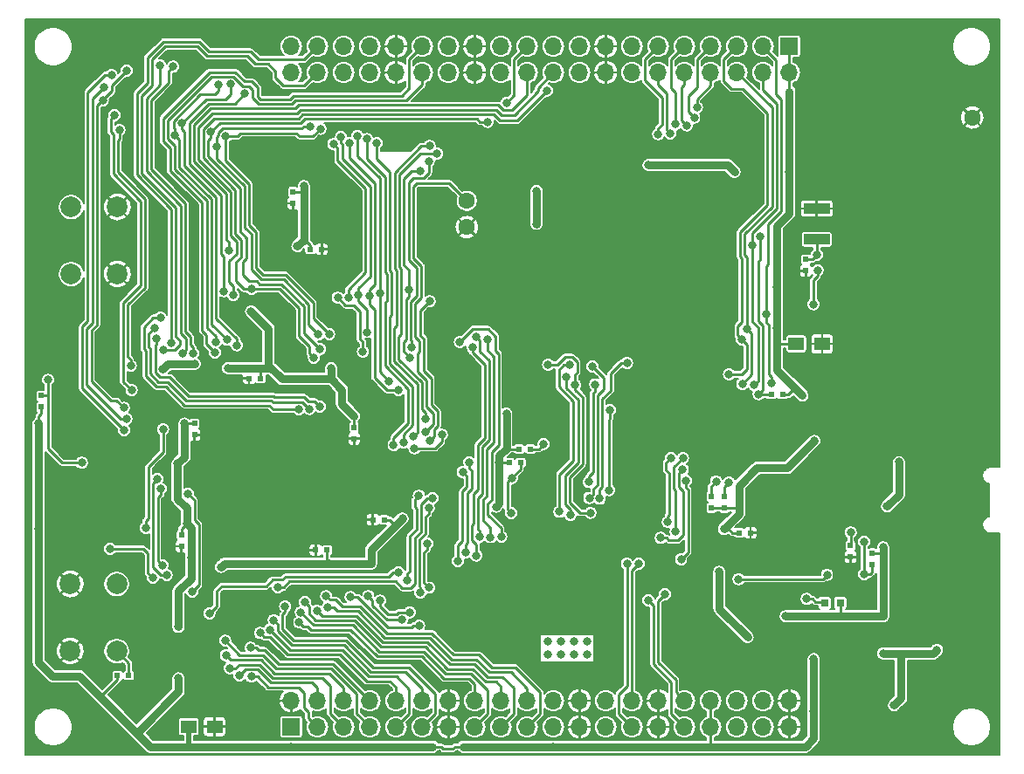
<source format=gbl>
G04 #@! TF.GenerationSoftware,KiCad,Pcbnew,(5.1.2)-1*
G04 #@! TF.CreationDate,2020-02-28T22:39:46+09:00*
G04 #@! TF.ProjectId,o2_breakout,6f325f62-7265-4616-9b6f-75742e6b6963,rev?*
G04 #@! TF.SameCoordinates,Original*
G04 #@! TF.FileFunction,Copper,L2,Bot*
G04 #@! TF.FilePolarity,Positive*
%FSLAX46Y46*%
G04 Gerber Fmt 4.6, Leading zero omitted, Abs format (unit mm)*
G04 Created by KiCad (PCBNEW (5.1.2)-1) date 2020-02-28 22:39:46*
%MOMM*%
%LPD*%
G04 APERTURE LIST*
%ADD10R,2.500000X1.000000*%
%ADD11R,0.500000X0.600000*%
%ADD12C,1.600000*%
%ADD13R,0.600000X0.500000*%
%ADD14C,2.000000*%
%ADD15R,0.800000X0.750000*%
%ADD16R,1.500000X1.250000*%
%ADD17R,1.700000X1.700000*%
%ADD18O,1.700000X1.700000*%
%ADD19C,0.800000*%
%ADD20C,0.800000*%
%ADD21C,0.250000*%
%ADD22C,0.500000*%
%ADD23C,0.150000*%
G04 APERTURE END LIST*
D10*
X178000100Y-79696700D03*
X178000100Y-76696700D03*
D11*
X183375300Y-110168600D03*
X183375300Y-111268600D03*
D12*
X193065400Y-67868800D03*
X144094200Y-75958700D03*
X144094200Y-78498700D03*
D13*
X174679700Y-94742000D03*
X173579700Y-94742000D03*
D11*
X169062400Y-105744100D03*
X169062400Y-104644100D03*
X167792400Y-105744100D03*
X167792400Y-104644100D03*
D13*
X110244800Y-121996200D03*
X111344800Y-121996200D03*
D14*
X110164000Y-119634000D03*
X105664000Y-119634000D03*
X110164000Y-113134000D03*
X105664000Y-113134000D03*
X105736000Y-76555600D03*
X110236000Y-76555600D03*
X105736000Y-83055600D03*
X110236000Y-83055600D03*
D11*
X102844600Y-95952400D03*
X102844600Y-94852400D03*
D13*
X148202000Y-101348800D03*
X149302000Y-101348800D03*
X149154500Y-100028000D03*
X150254500Y-100028000D03*
D15*
X178774100Y-114963200D03*
X180274100Y-114963200D03*
D16*
X117147020Y-126969520D03*
X119647020Y-126969520D03*
D11*
X127246380Y-75088660D03*
X127246380Y-76188660D03*
X176951640Y-81646940D03*
X176951640Y-82746940D03*
X133172200Y-97925800D03*
X133172200Y-99025800D03*
D16*
X176024220Y-89827100D03*
X178524220Y-89827100D03*
D13*
X136081300Y-106886000D03*
X134981300Y-106886000D03*
X124092500Y-93182700D03*
X122992500Y-93182700D03*
D11*
X181279800Y-109419300D03*
X181279800Y-110519300D03*
D13*
X170490500Y-108156000D03*
X171590500Y-108156000D03*
X130547200Y-109829600D03*
X129447200Y-109829600D03*
D11*
X117713200Y-97560300D03*
X117713200Y-98660300D03*
D13*
X128939200Y-80645000D03*
X130039200Y-80645000D03*
D11*
X116446300Y-108377900D03*
X116446300Y-109477900D03*
D17*
X175336200Y-60960000D03*
D18*
X175336200Y-63500000D03*
X172796200Y-60960000D03*
X172796200Y-63500000D03*
X170256200Y-60960000D03*
X170256200Y-63500000D03*
X167716200Y-60960000D03*
X167716200Y-63500000D03*
X165176200Y-60960000D03*
X165176200Y-63500000D03*
X162636200Y-60960000D03*
X162636200Y-63500000D03*
X160096200Y-60960000D03*
X160096200Y-63500000D03*
X157556200Y-60960000D03*
X157556200Y-63500000D03*
X155016200Y-60960000D03*
X155016200Y-63500000D03*
X152476200Y-60960000D03*
X152476200Y-63500000D03*
X149936200Y-60960000D03*
X149936200Y-63500000D03*
X147396200Y-60960000D03*
X147396200Y-63500000D03*
X144856200Y-60960000D03*
X144856200Y-63500000D03*
X142316200Y-60960000D03*
X142316200Y-63500000D03*
X139776200Y-60960000D03*
X139776200Y-63500000D03*
X137236200Y-60960000D03*
X137236200Y-63500000D03*
X134696200Y-60960000D03*
X134696200Y-63500000D03*
X132156200Y-60960000D03*
X132156200Y-63500000D03*
X129616200Y-60960000D03*
X129616200Y-63500000D03*
X127076200Y-60960000D03*
X127076200Y-63500000D03*
X175336200Y-124460000D03*
X175336200Y-127000000D03*
X172796200Y-124460000D03*
X172796200Y-127000000D03*
X170256200Y-124460000D03*
X170256200Y-127000000D03*
X167716200Y-124460000D03*
X167716200Y-127000000D03*
X165176200Y-124460000D03*
X165176200Y-127000000D03*
X162636200Y-124460000D03*
X162636200Y-127000000D03*
X160096200Y-124460000D03*
X160096200Y-127000000D03*
X157556200Y-124460000D03*
X157556200Y-127000000D03*
X155016200Y-124460000D03*
X155016200Y-127000000D03*
X152476200Y-124460000D03*
X152476200Y-127000000D03*
X149936200Y-124460000D03*
X149936200Y-127000000D03*
X147396200Y-124460000D03*
X147396200Y-127000000D03*
X144856200Y-124460000D03*
X144856200Y-127000000D03*
X142316200Y-124460000D03*
X142316200Y-127000000D03*
X139776200Y-124460000D03*
X139776200Y-127000000D03*
X137236200Y-124460000D03*
X137236200Y-127000000D03*
X134696200Y-124460000D03*
X134696200Y-127000000D03*
X132156200Y-124460000D03*
X132156200Y-127000000D03*
X129616200Y-124460000D03*
X129616200Y-127000000D03*
X127076200Y-124460000D03*
D17*
X127076200Y-127000000D03*
D19*
X154457400Y-119976900D03*
X155727400Y-119976900D03*
X153187400Y-119976900D03*
X151917400Y-119976900D03*
X151917400Y-118706900D03*
X153187400Y-118706900D03*
X154457400Y-118706900D03*
X155727400Y-118706900D03*
X150847500Y-78184000D03*
X150847500Y-74966990D03*
X177708000Y-125434800D03*
X116738400Y-97561400D03*
X116977160Y-107241340D03*
X134823200Y-111151830D03*
X130784600Y-111151840D03*
X128305000Y-74501000D03*
X171297600Y-118262400D03*
X177708000Y-120405600D03*
X175352970Y-73135750D03*
X102621080Y-97520760D03*
X117383000Y-110568994D03*
X147927058Y-96586040D03*
X116154200Y-117294658D03*
X170037760Y-73134220D03*
X120936990Y-92176600D03*
X127060870Y-128905000D03*
X130944620Y-92163900D03*
X133172200Y-96824800D03*
X114642900Y-92252800D03*
X127685800Y-80340200D03*
X175171100Y-101866700D03*
X120269000Y-111467900D03*
X176618900Y-94843600D03*
X161709100Y-72466200D03*
X147218400Y-101353620D03*
X177787300Y-99250500D03*
X152455790Y-128909990D03*
X116154200Y-122275600D03*
X117741700Y-91744800D03*
X102616000Y-107797602D03*
X123190000Y-86664800D03*
X168576700Y-111953300D03*
X169008500Y-107787700D03*
X124875998Y-91925400D03*
X146944080Y-105623771D03*
X137862852Y-106764549D03*
X116078000Y-101449776D03*
X174152000Y-84356200D03*
X174152000Y-88315800D03*
X187100920Y-125181620D03*
X187096400Y-126212600D03*
X181543400Y-86172300D03*
X183321400Y-86172300D03*
X175752760Y-84343240D03*
X129565400Y-78752700D03*
X153543000Y-83248500D03*
X153543000Y-86741000D03*
X156273500Y-86741000D03*
X159131000Y-86741000D03*
X162052000Y-86741000D03*
X156273500Y-83248500D03*
X159131000Y-83248500D03*
X162052000Y-83248500D03*
X118948200Y-93941900D03*
X159346900Y-97917000D03*
X159346900Y-99758500D03*
X159346900Y-101536500D03*
X158231840Y-106773980D03*
X160365440Y-106773980D03*
X158480760Y-119059960D03*
X143873220Y-118836440D03*
X146867880Y-118808500D03*
X150030180Y-118836440D03*
X165417500Y-96139000D03*
X168148000Y-96139000D03*
X170815000Y-96139000D03*
X116662200Y-124942600D03*
X115305840Y-126357380D03*
X177190400Y-73558400D03*
X177139600Y-70053200D03*
X177139600Y-66802000D03*
X106172000Y-67297300D03*
X184942480Y-121737120D03*
X178990700Y-121897400D03*
X178990700Y-123103900D03*
X183972200Y-127622300D03*
X183946800Y-126492000D03*
X114297460Y-127431800D03*
X112415320Y-125267720D03*
X181559200Y-84759800D03*
X181559200Y-83312000D03*
X181559200Y-81711800D03*
X188976000Y-89535000D03*
X187248800Y-89535000D03*
X185420000Y-89535000D03*
X182676800Y-89560400D03*
X180949600Y-89560400D03*
X189529720Y-107558840D03*
X189534800Y-108851700D03*
X167205100Y-111204000D03*
X112077500Y-110845600D03*
X112090200Y-112141000D03*
X105422700Y-90512900D03*
X163573460Y-118252240D03*
X189275720Y-105945940D03*
X189484000Y-101015800D03*
X169392600Y-79984600D03*
X169392600Y-82270600D03*
X169418000Y-84683600D03*
X169418000Y-86969600D03*
X184942480Y-123007120D03*
X176479200Y-96342200D03*
X179095400Y-99618800D03*
X179070000Y-100888800D03*
X176352200Y-92532200D03*
X177292000Y-93599000D03*
X175437800Y-91440000D03*
X186148980Y-115478560D03*
X187998100Y-105943400D03*
X192199260Y-111302800D03*
X190847980Y-109997240D03*
X192224660Y-109989620D03*
X193532760Y-111292640D03*
X187746640Y-115481100D03*
X189362080Y-115473480D03*
X190738760Y-99809300D03*
X192161160Y-99791520D03*
X190738760Y-98412300D03*
X192168780Y-98386900D03*
X185315860Y-94912180D03*
X188346080Y-95242380D03*
X185318400Y-93573600D03*
X187337700Y-95229680D03*
X181858920Y-100832920D03*
X181843680Y-99740720D03*
X177111660Y-118465600D03*
X172105320Y-68262500D03*
X172110400Y-70053200D03*
X172092620Y-71854060D03*
X182874920Y-113604040D03*
X179730400Y-113588800D03*
X165635940Y-118252240D03*
X164719000Y-115389660D03*
X166136320Y-114858800D03*
X183476900Y-106392980D03*
X120243600Y-93941900D03*
X105448100Y-93789500D03*
X135382000Y-94742000D03*
X170896280Y-116133880D03*
X171866560Y-117134640D03*
X162763200Y-96139000D03*
X174795180Y-106126280D03*
X176827180Y-106126280D03*
X176827180Y-108158280D03*
X174795180Y-108158280D03*
X172763180Y-108158280D03*
X172763180Y-110190280D03*
X174795180Y-110190280D03*
X176827180Y-110190280D03*
X124460000Y-102108000D03*
X127000000Y-102108000D03*
X121920000Y-102108000D03*
X129539998Y-102108000D03*
X132080000Y-102108000D03*
X121920000Y-99568000D03*
X121920000Y-97028000D03*
X121920000Y-104648000D03*
X121920000Y-107188000D03*
X124460000Y-104648000D03*
X127000000Y-104648000D03*
X129540000Y-104648000D03*
X129540000Y-107188000D03*
X127000000Y-107188000D03*
X124460000Y-107188000D03*
X132080000Y-107188000D03*
X132080000Y-104648000D03*
X129540000Y-99568000D03*
X127000000Y-99568000D03*
X124460000Y-99568000D03*
X124460000Y-97028000D03*
X128524000Y-97536000D03*
X131064000Y-97536000D03*
X132080000Y-99568000D03*
X151673000Y-97576900D03*
X129560320Y-77216000D03*
X189496700Y-102113080D03*
X125120400Y-115443000D03*
X114526060Y-123169680D03*
X113454180Y-124200920D03*
X129560320Y-75618340D03*
X153459180Y-99057460D03*
X153459180Y-97602040D03*
X161925000Y-91967210D03*
X164909500Y-91967210D03*
X167830500Y-91967210D03*
X140957300Y-111175800D03*
X137541000Y-96075500D03*
X137541000Y-96964500D03*
X124917200Y-124079000D03*
X123698000Y-123494800D03*
X134162800Y-93751400D03*
X112039400Y-105232200D03*
X106257800Y-86985100D03*
X106299000Y-69062600D03*
X106270500Y-85410300D03*
X105689400Y-78587600D03*
X105714800Y-80873600D03*
X115112800Y-110134400D03*
X171942200Y-75478900D03*
X170900800Y-76558400D03*
X169799000Y-77724000D03*
X133162040Y-79865220D03*
X133162040Y-76499720D03*
X133139180Y-78153260D03*
X140306500Y-80381100D03*
X140306500Y-76190100D03*
X140306500Y-78222100D03*
X124256800Y-75260200D03*
X137414000Y-109969300D03*
X172770800Y-106108500D03*
X136829800Y-114985800D03*
X115117880Y-109043310D03*
X135966200Y-125730000D03*
X149453600Y-72859900D03*
X151511000Y-70840600D03*
X150444200Y-71882000D03*
X157873700Y-69761100D03*
X159804100Y-69786500D03*
X106156760Y-123489720D03*
X107635040Y-124927360D03*
X108963460Y-126365000D03*
X118821200Y-117754400D03*
X118821200Y-119126000D03*
X114173000Y-77952600D03*
X110413800Y-78689200D03*
X110413800Y-80721200D03*
X109905800Y-89509600D03*
X109880400Y-92633800D03*
X176479200Y-97764600D03*
X124307600Y-78054200D03*
X124256800Y-76657200D03*
X103873300Y-118643400D03*
X103682800Y-106235500D03*
X164299900Y-112420400D03*
X112318800Y-100431600D03*
X114223800Y-96799400D03*
X120726200Y-112445800D03*
X120853200Y-114198400D03*
X121513600Y-87325200D03*
X126822200Y-77622400D03*
X126847600Y-78971400D03*
X135915400Y-123393200D03*
X116636800Y-61937900D03*
X115290600Y-61899800D03*
X114414300Y-71145400D03*
X114465100Y-72478900D03*
X126453900Y-70243700D03*
X111226600Y-72517000D03*
X111213900Y-70789800D03*
X110274100Y-127660400D03*
X111696500Y-129044700D03*
X167192400Y-110124500D03*
X167192400Y-112347000D03*
X125930100Y-91328500D03*
X126336500Y-86210400D03*
X142757600Y-116118900D03*
X149272700Y-116042700D03*
X142262300Y-108981500D03*
X157642000Y-110111800D03*
X158480200Y-120449600D03*
X151025300Y-110010200D03*
X158505600Y-121846600D03*
X168233800Y-116982500D03*
X169199000Y-117909600D03*
X149920400Y-97589600D03*
X137512500Y-105616000D03*
X103898700Y-114350802D03*
X141906700Y-100409000D03*
X143506900Y-100409000D03*
X144815000Y-92535000D03*
X144815000Y-94440000D03*
X144815000Y-96345000D03*
X144815000Y-98250000D03*
X112201400Y-108702100D03*
X117675100Y-80571600D03*
X117675100Y-77523600D03*
X114182600Y-81346300D03*
X177111660Y-117258910D03*
X185500000Y-124900000D03*
X184429400Y-119852440D03*
X184434480Y-109580680D03*
X184824323Y-105591657D03*
X189661800Y-119507000D03*
X175002900Y-116258600D03*
X185978800Y-101295204D03*
X184439000Y-116258900D03*
X177025300Y-114579400D03*
X138592000Y-91138000D03*
X139562863Y-73022466D03*
X138468100Y-84594700D03*
X162648900Y-69481700D03*
X136532910Y-93451090D03*
X133475843Y-69640621D03*
X135650956Y-84922189D03*
X137449000Y-94313000D03*
X132743897Y-70326565D03*
X134655000Y-85194400D03*
X134430610Y-88681854D03*
X131902201Y-69748400D03*
X133604000Y-85102700D03*
X117566803Y-90744800D03*
X115646200Y-62928500D03*
X116529355Y-90744790D03*
X114350800Y-62788800D03*
X115456793Y-89719028D03*
X114731791Y-90436691D03*
X129273543Y-91183912D03*
X151886920Y-65247520D03*
X123215400Y-84492000D03*
X129870200Y-95910400D03*
X121462454Y-85115165D03*
X113995200Y-89293700D03*
X128843790Y-96148484D03*
X113804700Y-88265000D03*
X120548400Y-84709568D03*
X122597047Y-65566153D03*
X127812800Y-96189800D03*
X121056398Y-80784700D03*
X114412645Y-87279701D03*
X147970673Y-66427333D03*
X119298000Y-69261159D03*
X129881790Y-90336131D03*
X146110400Y-68291155D03*
X130757944Y-88889514D03*
X120745665Y-69667460D03*
X129895600Y-68962110D03*
X119865516Y-70677141D03*
X129717460Y-88886120D03*
X128895599Y-68741177D03*
X115835205Y-69571253D03*
X119989600Y-64655700D03*
X120865900Y-89437645D03*
X116479226Y-68435126D03*
X121183400Y-64631410D03*
X121818400Y-89966800D03*
X111607600Y-94322900D03*
X109956600Y-67640200D03*
X110845600Y-96037400D03*
X108813600Y-66192400D03*
X111138702Y-63321557D03*
X108915200Y-64947800D03*
X111099600Y-97104200D03*
X110896400Y-98221800D03*
X109663390Y-63754000D03*
X137002933Y-99635470D03*
X134426023Y-69952363D03*
X166395400Y-66878200D03*
X137972073Y-99388909D03*
X135351520Y-70358000D03*
X166128700Y-67868800D03*
X138905391Y-98823472D03*
X140487400Y-70637400D03*
X165430200Y-68618100D03*
X140090032Y-97097504D03*
X164293170Y-68516549D03*
X141224000Y-71374000D03*
X138780690Y-90122000D03*
X140417008Y-72099000D03*
X163817300Y-69430900D03*
X181293337Y-108133530D03*
X163574890Y-107122818D03*
X163865105Y-100905052D03*
X143421100Y-89649300D03*
X147431200Y-108549700D03*
X145009467Y-110359550D03*
X165341300Y-103098600D03*
X144638089Y-90130183D03*
X164858700Y-110731300D03*
X145338800Y-108546900D03*
X162888142Y-108659142D03*
X144984023Y-89111696D03*
X165023800Y-102031800D03*
X164328996Y-108061783D03*
X165040210Y-100906305D03*
X146088100Y-89433400D03*
X146396639Y-108579433D03*
X117078000Y-104380200D03*
X117496313Y-113864115D03*
X121107200Y-121285000D03*
X112972579Y-107709810D03*
X114660253Y-98135000D03*
X111526989Y-91948000D03*
X110434547Y-69075603D03*
X178022422Y-81191100D03*
X119734370Y-89655651D03*
X119684800Y-90678000D03*
X131589780Y-85359240D03*
X134030435Y-90596435D03*
X178089000Y-82692500D03*
X177673000Y-85979000D03*
X156070300Y-106222800D03*
X171286010Y-88344000D03*
X170786500Y-93741500D03*
X151973280Y-91866720D03*
X154599640Y-93835220D03*
X172372020Y-94719140D03*
X172491400Y-79425800D03*
X157946232Y-96240600D03*
X157865510Y-104019744D03*
X122043899Y-121993099D03*
X123209006Y-122115443D03*
X134546667Y-114318948D03*
X137800686Y-116594921D03*
X171914080Y-93830144D03*
X154114500Y-106452510D03*
X171761421Y-80279240D03*
X153763980Y-93081996D03*
X161696400Y-114706400D03*
X139573000Y-113982500D03*
X140402021Y-105764539D03*
X138277600Y-112739000D03*
X163296600Y-114122200D03*
X139455600Y-104585000D03*
X155968922Y-104772789D03*
X156270400Y-92027000D03*
X173609000Y-93604080D03*
X173113698Y-86979760D03*
X148399500Y-106260900D03*
X153077337Y-106120090D03*
X154051000Y-91897200D03*
X148472600Y-102823728D03*
X159613600Y-91694000D03*
X156972000Y-104851200D03*
X125771411Y-113460530D03*
X140763700Y-104815900D03*
X132827870Y-114401600D03*
X139476480Y-117165120D03*
X138558067Y-115869911D03*
X135692086Y-114740480D03*
X140277317Y-109220000D03*
X140441011Y-113485954D03*
X160761680Y-111155480D03*
X143227500Y-110924600D03*
X143691628Y-102272213D03*
X130619870Y-115383218D03*
X130459091Y-114308941D03*
X114123101Y-102941762D03*
X115008331Y-112254884D03*
X120750671Y-120045196D03*
X114452400Y-103886000D03*
X114604433Y-111340067D03*
X120688100Y-118630700D03*
X169501820Y-92776038D03*
X170738800Y-89408000D03*
X156548264Y-93765572D03*
X155926400Y-103241100D03*
X140079743Y-98342238D03*
X170434000Y-112649000D03*
X178998880Y-112227360D03*
X182608218Y-109021880D03*
X113667540Y-112524540D03*
X119150290Y-115995170D03*
X137490200Y-112014000D03*
X182600600Y-112179100D03*
X109536400Y-109710901D03*
X168249600Y-103174800D03*
X169506899Y-103263700D03*
X128396422Y-114887624D03*
X129565224Y-115706478D03*
X127858855Y-116863921D03*
X128018318Y-115867052D03*
X125399800Y-116636800D03*
X126496411Y-115316000D03*
X124062685Y-117887108D03*
X125006587Y-117556876D03*
X123140300Y-119315400D03*
X139023800Y-99964500D03*
X143964100Y-110086400D03*
X159610500Y-111138800D03*
X144320203Y-101345253D03*
X141679200Y-98648921D03*
X131165600Y-70459600D03*
X132632908Y-85341409D03*
X140487400Y-85707367D03*
X140521290Y-99239490D03*
X103505000Y-93319600D03*
X106781600Y-101371400D03*
X151543200Y-99542600D03*
D20*
X150847500Y-78184000D02*
X150847500Y-74966990D01*
X177698400Y-125444400D02*
X177708000Y-125434800D01*
D21*
X116446300Y-107772200D02*
X116977160Y-107241340D01*
X116446300Y-108377900D02*
X116446300Y-107772200D01*
X127153760Y-75077320D02*
X128435100Y-75077320D01*
X124088600Y-93119200D02*
X124088600Y-92065100D01*
X110244800Y-122419200D02*
X108534200Y-124129800D01*
X110244800Y-122021600D02*
X110244800Y-122419200D01*
X102844600Y-96621600D02*
X102844600Y-95952400D01*
X102621080Y-96845120D02*
X102844600Y-96621600D01*
X102621080Y-97520760D02*
X102621080Y-96845120D01*
X133172200Y-97866200D02*
X133172200Y-96824800D01*
D20*
X120585070Y-111151830D02*
X120269000Y-111467900D01*
X134823200Y-111151830D02*
X120585070Y-111151830D01*
D21*
X175260000Y-94767400D02*
X175768000Y-94259400D01*
X174667000Y-94767400D02*
X175260000Y-94767400D01*
D22*
X117147020Y-126969520D02*
X117147020Y-129008820D01*
D21*
X167711210Y-128909990D02*
X167711210Y-124464990D01*
D20*
X177708000Y-128092760D02*
X177708000Y-120405600D01*
X176890770Y-128909990D02*
X177708000Y-128092760D01*
X143743590Y-128909990D02*
X176890770Y-128909990D01*
X116154200Y-113792000D02*
X116154200Y-117294658D01*
X117383000Y-112563200D02*
X116154200Y-113792000D01*
X116977160Y-107241340D02*
X117383000Y-107647180D01*
X117383000Y-107647180D02*
X117383000Y-112563200D01*
X116154200Y-123560840D02*
X116154200Y-122275600D01*
X112130840Y-127584200D02*
X116154200Y-123560840D01*
X169369740Y-72466200D02*
X170037760Y-73134220D01*
X161709100Y-72466200D02*
X169369740Y-72466200D01*
X130944620Y-93230700D02*
X130944620Y-92163900D01*
X131991100Y-94277180D02*
X130944620Y-93230700D01*
X133172200Y-96824800D02*
X131991100Y-95643700D01*
X131991100Y-95643700D02*
X131991100Y-94277180D01*
D21*
X142970250Y-128909990D02*
X143743590Y-128909990D01*
X142759340Y-129120900D02*
X142970250Y-128909990D01*
X141798220Y-129120900D02*
X142759340Y-129120900D01*
X140787210Y-128909990D02*
X141587310Y-128909990D01*
X141587310Y-128909990D02*
X141798220Y-129120900D01*
D20*
X102621080Y-97520760D02*
X102616000Y-97525840D01*
X102616000Y-107797600D02*
X102616000Y-107797602D01*
X102603300Y-107810302D02*
X102616000Y-107797602D01*
X113390590Y-128909990D02*
X140787210Y-128909990D01*
X106553000Y-122072400D02*
X113390590Y-128909990D01*
X103936800Y-122072400D02*
X106553000Y-122072400D01*
X102621080Y-120756680D02*
X103936800Y-122072400D01*
X102621080Y-97520760D02*
X102621080Y-120756680D01*
D21*
X167792400Y-105740200D02*
X170497500Y-105740200D01*
D20*
X114642900Y-92252800D02*
X115150900Y-91744800D01*
X115150900Y-91744800D02*
X117741700Y-91744800D01*
D21*
X128888400Y-80568800D02*
X128888400Y-80222000D01*
X128888400Y-80222000D02*
X128501940Y-79835540D01*
D20*
X128305560Y-74501560D02*
X128305560Y-79720440D01*
X128305560Y-79720440D02*
X127685800Y-80340200D01*
D21*
X130530600Y-109829600D02*
X130530600Y-111379000D01*
X175336200Y-60960000D02*
X175336200Y-65303400D01*
D20*
X171297600Y-118262400D02*
X168579800Y-115544600D01*
X177787300Y-99250500D02*
X175171100Y-101866700D01*
X168579800Y-115544600D02*
X168579800Y-111956400D01*
X172199300Y-101866700D02*
X175183800Y-101866700D01*
X170472100Y-103593900D02*
X172199300Y-101866700D01*
X169008500Y-107787700D02*
X170472100Y-106324100D01*
X170472100Y-106324100D02*
X170472100Y-103593900D01*
D21*
X169852600Y-108168700D02*
X169354500Y-107670600D01*
X170494400Y-108168700D02*
X169852600Y-108168700D01*
D20*
X120936990Y-92176600D02*
X125127200Y-92176600D01*
X123190000Y-86664800D02*
X124875998Y-88350798D01*
X124875998Y-91925400D02*
X124875998Y-88350798D01*
X126183840Y-93233240D02*
X130942080Y-93233240D01*
X124876000Y-91925400D02*
X126183840Y-93233240D01*
X147927058Y-99976942D02*
X147218400Y-100685600D01*
X147927058Y-96586040D02*
X147927058Y-99976942D01*
X147218400Y-105349451D02*
X146944080Y-105623771D01*
X147218400Y-100685600D02*
X147218400Y-105349451D01*
D21*
X148202000Y-101348800D02*
X147223220Y-101348800D01*
X149154500Y-100028000D02*
X147978116Y-100028000D01*
X136631300Y-106886000D02*
X137163400Y-107418100D01*
X136081300Y-106886000D02*
X136631300Y-106886000D01*
D20*
X134823200Y-109804200D02*
X137862851Y-106764549D01*
X134823200Y-111151830D02*
X134823200Y-109804200D01*
X116738400Y-100789376D02*
X116738400Y-97561400D01*
X116078000Y-104860200D02*
X116078000Y-101449776D01*
X116977160Y-107241340D02*
X116977160Y-105759362D01*
X116977160Y-105759362D02*
X116078000Y-104860200D01*
X116738400Y-100789376D02*
X116078000Y-101449776D01*
D21*
X117713200Y-97561400D02*
X116738400Y-97561400D01*
D20*
X174152000Y-92376700D02*
X176618900Y-94843600D01*
X175353980Y-77172820D02*
X174152000Y-78374800D01*
X175352970Y-65320170D02*
X175352970Y-77171810D01*
D21*
X176024220Y-89827100D02*
X174149200Y-89827100D01*
D20*
X174152000Y-78374800D02*
X174152000Y-92376700D01*
X184429400Y-119852440D02*
X189316360Y-119852440D01*
X189316360Y-119852440D02*
X189661800Y-119507000D01*
X186187080Y-124212920D02*
X185500000Y-124900000D01*
X186187080Y-120147080D02*
X186187080Y-124212920D01*
X184439000Y-116258900D02*
X184439000Y-109590280D01*
X185978800Y-104437180D02*
X185978800Y-101295204D01*
X184824323Y-105591657D02*
X185978800Y-104437180D01*
D21*
X183375300Y-110168600D02*
X184489000Y-110168600D01*
D20*
X175009100Y-116258900D02*
X184439000Y-116258900D01*
D21*
X180277200Y-114947700D02*
X180277200Y-116398300D01*
X177590985Y-114579400D02*
X177025300Y-114579400D01*
X178739800Y-114858800D02*
X177870385Y-114858800D01*
X177870385Y-114858800D02*
X177590985Y-114579400D01*
X161366200Y-64274700D02*
X163004500Y-65913000D01*
X162636200Y-60960000D02*
X161366200Y-62230000D01*
X161366200Y-62230000D02*
X161366200Y-64274700D01*
X163004500Y-68560415D02*
X163004500Y-65913000D01*
X162648900Y-68916015D02*
X163004500Y-68560415D01*
X162648900Y-69481700D02*
X162648900Y-68916015D01*
X138762734Y-73022466D02*
X139562863Y-73022466D01*
X137998200Y-73787000D02*
X138762734Y-73022466D01*
X137998200Y-82169000D02*
X137998200Y-73787000D01*
X138468100Y-82638900D02*
X137998200Y-82169000D01*
X137960100Y-90506100D02*
X137960100Y-89687100D01*
X137960100Y-89687100D02*
X138210267Y-89436933D01*
X138210267Y-89436933D02*
X138210267Y-85500233D01*
X138210267Y-85500233D02*
X138468100Y-85242400D01*
X138468100Y-85242400D02*
X138468100Y-82638900D01*
X137960100Y-90506100D02*
X138592000Y-91138000D01*
X133475843Y-71602853D02*
X133475843Y-69640621D01*
X135650956Y-73777966D02*
X133475843Y-71602853D01*
X135650956Y-92569136D02*
X135650956Y-73777966D01*
X136532910Y-93451090D02*
X135650956Y-92569136D01*
X132743897Y-70326565D02*
X132743897Y-71783897D01*
X132743897Y-71783897D02*
X135200945Y-74240945D01*
X135200945Y-74240945D02*
X135200945Y-84058355D01*
X135200945Y-84058355D02*
X134655000Y-84604300D01*
X136362700Y-94313000D02*
X137449000Y-94313000D01*
X135155611Y-93105911D02*
X136362700Y-94313000D01*
X135155611Y-86501911D02*
X135155611Y-93105911D01*
X134655000Y-86001300D02*
X135155611Y-86501911D01*
X134655000Y-84604300D02*
X134655000Y-86001300D01*
X131902201Y-70314085D02*
X131902201Y-69748400D01*
X132022011Y-70433895D02*
X131902201Y-70314085D01*
X132022011Y-71898800D02*
X132022011Y-70433895D01*
X134430610Y-88681854D02*
X134430610Y-86538910D01*
X134430610Y-86538910D02*
X133604000Y-85712300D01*
X133604000Y-85712300D02*
X133604000Y-84416900D01*
X133604000Y-84416900D02*
X134731200Y-83289700D01*
X134731200Y-83289700D02*
X134731200Y-74607989D01*
X134731200Y-74607989D02*
X132022011Y-71898800D01*
X115198600Y-63376100D02*
X115646200Y-62928500D01*
X115198600Y-64506100D02*
X115198600Y-63376100D01*
X113512600Y-66192100D02*
X115198600Y-64506100D01*
X113512600Y-72910700D02*
X113512600Y-66192100D01*
X117566803Y-90179115D02*
X117315410Y-89927722D01*
X117566803Y-90744800D02*
X117566803Y-90179115D01*
X117315410Y-89927722D02*
X117315409Y-89145399D01*
X117315409Y-89145399D02*
X116824200Y-88654190D01*
X116824200Y-88654190D02*
X116824200Y-76222300D01*
X116824200Y-76222300D02*
X113512600Y-72910700D01*
X116865400Y-90408745D02*
X116529355Y-90744790D01*
X116865400Y-89331800D02*
X116865400Y-90408745D01*
X113062589Y-65994411D02*
X113062589Y-73097100D01*
X113062589Y-73097100D02*
X116374189Y-76408700D01*
X114350800Y-64706200D02*
X113062589Y-65994411D01*
X116374189Y-76408700D02*
X116374189Y-88840590D01*
X114350800Y-62788800D02*
X114350800Y-64706200D01*
X116374189Y-88840590D02*
X116865400Y-89331800D01*
X128346200Y-62230000D02*
X129616200Y-60960000D01*
X123895300Y-62230000D02*
X128346200Y-62230000D01*
X118169010Y-60515500D02*
X119128550Y-61475040D01*
X114693700Y-60515500D02*
X118169010Y-60515500D01*
X115456793Y-76764125D02*
X112122789Y-73430121D01*
X123140340Y-61475040D02*
X123895300Y-62230000D01*
X115456793Y-89719028D02*
X115456793Y-76764125D01*
X112122789Y-73430121D02*
X112122789Y-65549911D01*
X119128550Y-61475040D02*
X123140340Y-61475040D01*
X112122789Y-65549911D02*
X113157000Y-64515700D01*
X113157000Y-64515700D02*
X113157000Y-62052200D01*
X113157000Y-62052200D02*
X114693700Y-60515500D01*
X128346200Y-64770000D02*
X129616200Y-63500000D01*
X126314200Y-64770000D02*
X128346200Y-64770000D01*
X125564900Y-64020700D02*
X126314200Y-64770000D01*
X125564900Y-63373000D02*
X125564900Y-64020700D01*
X115909800Y-76580722D02*
X112612578Y-73283500D01*
X115909800Y-89112800D02*
X115909800Y-76580722D01*
X116281200Y-89484200D02*
X115909800Y-89112800D01*
X116281200Y-89919940D02*
X116281200Y-89484200D01*
X114739129Y-90444029D02*
X115757111Y-90444029D01*
X115757111Y-90444029D02*
X116281200Y-89919940D01*
X112612578Y-73283500D02*
X112612578Y-65758622D01*
X112612578Y-65758622D02*
X113614200Y-64757000D01*
X113614200Y-64757000D02*
X113614200Y-62242700D01*
X113614200Y-62242700D02*
X114884200Y-60972700D01*
X114884200Y-60972700D02*
X117989800Y-60972700D01*
X117989800Y-60972700D02*
X118942150Y-61925050D01*
X118942150Y-61925050D02*
X122846950Y-61925050D01*
X122846950Y-61925050D02*
X123609100Y-62687200D01*
X123609100Y-62687200D02*
X124879100Y-62687200D01*
X124879100Y-62687200D02*
X125564900Y-63373000D01*
X128873544Y-90783913D02*
X129273543Y-91183912D01*
X128874520Y-90114120D02*
X128874520Y-90782140D01*
X127838200Y-89077800D02*
X128874520Y-90114120D01*
X127838200Y-86360000D02*
X127838200Y-89077800D01*
X125970200Y-84492000D02*
X127838200Y-86360000D01*
X127779198Y-67943322D02*
X119590519Y-67943322D01*
X128156365Y-67566155D02*
X127779198Y-67943322D01*
X146730767Y-67566155D02*
X128156365Y-67566155D01*
X147312812Y-68148200D02*
X146730767Y-67566155D01*
X151886920Y-65247520D02*
X148986240Y-68148200D01*
X148986240Y-68148200D02*
X147312812Y-68148200D01*
X119590519Y-67943322D02*
X118554269Y-68979571D01*
X118554269Y-68979571D02*
X118554269Y-71797101D01*
X118554269Y-71797101D02*
X121657132Y-74899964D01*
X121657132Y-74899964D02*
X121657132Y-79151361D01*
X121657132Y-79151361D02*
X122250200Y-79744429D01*
X122250200Y-79744429D02*
X122250200Y-81387500D01*
X122250200Y-81387500D02*
X121701000Y-81936700D01*
X121701000Y-81936700D02*
X121701000Y-83721200D01*
X121701000Y-83721200D02*
X122471800Y-84492000D01*
X122471800Y-84492000D02*
X125970200Y-84492000D01*
X148697111Y-67609289D02*
X147457010Y-67609289D01*
X147457010Y-67609289D02*
X146963865Y-67116144D01*
X146963865Y-67116144D02*
X127969965Y-67116144D01*
X127969965Y-67116144D02*
X127632577Y-67453533D01*
X127632577Y-67453533D02*
X119443896Y-67453533D01*
X119443896Y-67453533D02*
X118104258Y-68793171D01*
X118104258Y-68793171D02*
X118104258Y-71983501D01*
X118104258Y-71983501D02*
X121207121Y-75086364D01*
X121207121Y-75086364D02*
X121207121Y-79337761D01*
X121207121Y-79337761D02*
X121800189Y-79930829D01*
X121067678Y-83852700D02*
X121462454Y-84247475D01*
X121067678Y-81814522D02*
X121067678Y-83852700D01*
X121800189Y-81082011D02*
X121067678Y-81814522D01*
X121800189Y-79930829D02*
X121800189Y-81082011D01*
X151006978Y-65299422D02*
X148697111Y-67609289D01*
X151006978Y-64999702D02*
X151006978Y-65299422D01*
X152476200Y-63530480D02*
X151006978Y-64999702D01*
X121462454Y-85115165D02*
X121462454Y-84247475D01*
X125349000Y-94869000D02*
X117106700Y-94869000D01*
X125476000Y-94996000D02*
X125349000Y-94869000D01*
X129362200Y-95402400D02*
X128734116Y-95402400D01*
X128327716Y-94996000D02*
X125476000Y-94996000D01*
X128734116Y-95402400D02*
X128327716Y-94996000D01*
X129870200Y-95910400D02*
X129362200Y-95402400D01*
X114384376Y-93067278D02*
X113893600Y-92576502D01*
X117106700Y-94869000D02*
X115304980Y-93067278D01*
X115304980Y-93067278D02*
X114384376Y-93067278D01*
X113893600Y-92576502D02*
X113893600Y-89960985D01*
X113893600Y-89960985D02*
X113995200Y-89859385D01*
X113995200Y-89859385D02*
X113995200Y-89293700D01*
X120548400Y-81349704D02*
X120307099Y-81108403D01*
X120307099Y-75459165D02*
X117204236Y-72356301D01*
X121619589Y-66543611D02*
X122597047Y-65566153D01*
X117204236Y-68420371D02*
X119080996Y-66543611D01*
X117204236Y-72356301D02*
X117204236Y-68420371D01*
X120307099Y-81108403D02*
X120307099Y-75459165D01*
X120548400Y-84709568D02*
X120548400Y-81349704D01*
X119080996Y-66543611D02*
X121619589Y-66543611D01*
X114197976Y-93517289D02*
X115118580Y-93517289D01*
X125162600Y-95319011D02*
X125308389Y-95464800D01*
X113423700Y-92743013D02*
X114197976Y-93517289D01*
X125308389Y-95464800D02*
X128160106Y-95464800D01*
X113423700Y-90284299D02*
X113423700Y-92743013D01*
X113264111Y-88805589D02*
X113264111Y-90124710D01*
X113264111Y-90124710D02*
X113423700Y-90284299D01*
X113804700Y-88265000D02*
X113264111Y-88805589D01*
X115118580Y-93517289D02*
X116920301Y-95319011D01*
X116920301Y-95319011D02*
X125162600Y-95319011D01*
X128160106Y-95464800D02*
X128843790Y-96148484D01*
X149936200Y-65671700D02*
X149936200Y-63601600D01*
X148450495Y-67157405D02*
X149936200Y-65671700D01*
X147641536Y-67157405D02*
X148450495Y-67157405D01*
X147150264Y-66666133D02*
X147641536Y-67157405D01*
X127783567Y-66666133D02*
X147150264Y-66666133D01*
X127446178Y-67003522D02*
X127783567Y-66666133D01*
X119257496Y-67003522D02*
X127446178Y-67003522D01*
X121056398Y-79997298D02*
X120757110Y-79698010D01*
X121056398Y-80784700D02*
X121056398Y-79997298D01*
X120757110Y-79698010D02*
X120757110Y-75272764D01*
X120757110Y-75272764D02*
X117654247Y-72169901D01*
X117654247Y-72169901D02*
X117654247Y-68606771D01*
X117654247Y-68606771D02*
X119257496Y-67003522D01*
X112966500Y-92922224D02*
X114011576Y-93967300D01*
X112966500Y-90463510D02*
X112966500Y-92922224D01*
X112814100Y-90311110D02*
X112966500Y-90463510D01*
X112814100Y-88182598D02*
X112814100Y-90311110D01*
X116760980Y-95796100D02*
X124929900Y-95796100D01*
X114412645Y-87279701D02*
X113716997Y-87279701D01*
X113716997Y-87279701D02*
X112814100Y-88182598D01*
X114011576Y-93967300D02*
X114932180Y-93967300D01*
X114932180Y-93967300D02*
X116760980Y-95796100D01*
X124929900Y-95796100D02*
X125323600Y-96189800D01*
X125323600Y-96189800D02*
X127812800Y-96189800D01*
X148666200Y-62230000D02*
X149936200Y-60960000D01*
X148666200Y-65731806D02*
X148666200Y-62230000D01*
X147970673Y-66427333D02*
X148666200Y-65731806D01*
X119298000Y-69826844D02*
X119298000Y-69261159D01*
X119049800Y-70075044D02*
X119298000Y-69826844D01*
X119049800Y-71656221D02*
X119049800Y-70075044D01*
X122107141Y-74713563D02*
X119049800Y-71656221D01*
X122107140Y-78927140D02*
X122107141Y-74713563D01*
X122758200Y-79578200D02*
X122107140Y-78927140D01*
X122758200Y-81515910D02*
X122758200Y-79578200D01*
X122412200Y-81861910D02*
X122758200Y-81515910D01*
X122412200Y-83162400D02*
X122412200Y-81861910D01*
X123016799Y-83766999D02*
X122412200Y-83162400D01*
X128335178Y-88789519D02*
X128335178Y-86220566D01*
X129881790Y-90336131D02*
X128335178Y-88789519D01*
X128335178Y-86220566D02*
X126148834Y-84034222D01*
X126148834Y-84034222D02*
X124011000Y-84034222D01*
X124011000Y-84034222D02*
X123743777Y-83766999D01*
X123743777Y-83766999D02*
X123016799Y-83766999D01*
X120165826Y-68393333D02*
X119298000Y-69261159D01*
X127999467Y-68393333D02*
X120165826Y-68393333D01*
X128376634Y-68016166D02*
X127999467Y-68393333D01*
X145079766Y-68016166D02*
X128376634Y-68016166D01*
X146110400Y-68291155D02*
X145354755Y-68291155D01*
X145354755Y-68291155D02*
X145079766Y-68016166D01*
X121899340Y-69667460D02*
X122174000Y-69392800D01*
X120745665Y-69667460D02*
X121899340Y-69667460D01*
X122174000Y-69392800D02*
X127593680Y-69392800D01*
X127593680Y-69392800D02*
X127868340Y-69667460D01*
X127868340Y-69667460D02*
X129190250Y-69667460D01*
X129190250Y-69667460D02*
X129895600Y-68962110D01*
X120745665Y-72079265D02*
X120745665Y-69667460D01*
X123020250Y-74353850D02*
X120745665Y-72079265D01*
X123020250Y-78339110D02*
X123020250Y-74353850D01*
X123682200Y-79001060D02*
X123020250Y-78339110D01*
X129235200Y-87366770D02*
X129235200Y-85847768D01*
X130757944Y-88889514D02*
X129235200Y-87366770D01*
X129235200Y-85847768D02*
X126521632Y-83134200D01*
X126521632Y-83134200D02*
X124383800Y-83134200D01*
X124383800Y-83134200D02*
X123682200Y-82432600D01*
X123682200Y-82432600D02*
X123682200Y-79001060D01*
X119862600Y-71832610D02*
X122570239Y-74540249D01*
X122570240Y-78534260D02*
X123232189Y-79196209D01*
X122570239Y-74540249D02*
X122570240Y-78534260D01*
X123232189Y-79196209D02*
X123232189Y-82619000D01*
X126335233Y-83584211D02*
X128785189Y-86034167D01*
X128785189Y-86034167D02*
X128785189Y-87953849D01*
X128785189Y-87953849D02*
X129717460Y-88886120D01*
X119862600Y-69723000D02*
X119862600Y-71832610D01*
X123232189Y-82619000D02*
X124197400Y-83584211D01*
X120023002Y-69562598D02*
X119862600Y-69723000D01*
X120023002Y-69337954D02*
X120023002Y-69562598D01*
X120419057Y-68941899D02*
X120023002Y-69337954D01*
X124197400Y-83584211D02*
X126335233Y-83584211D01*
X128085901Y-68941899D02*
X120419057Y-68941899D01*
X128286623Y-68741177D02*
X128085901Y-68941899D01*
X128895599Y-68741177D02*
X128286623Y-68741177D01*
X119352922Y-87924667D02*
X120865900Y-89437645D01*
X119352922Y-75777810D02*
X119352922Y-87924667D01*
X116255800Y-72680688D02*
X119352922Y-75777810D01*
X115835205Y-69571253D02*
X116255800Y-69991848D01*
X116255800Y-69991848D02*
X116255800Y-72680688D01*
X119989600Y-65277700D02*
X119989600Y-64655700D01*
X115835205Y-69005568D02*
X115671600Y-68841963D01*
X115835205Y-69571253D02*
X115835205Y-69005568D01*
X115671600Y-68841963D02*
X115671600Y-68211700D01*
X115671600Y-68211700D02*
X118285000Y-65598300D01*
X118285000Y-65598300D02*
X119669000Y-65598300D01*
X119669000Y-65598300D02*
X119989600Y-65277700D01*
X121818400Y-89357200D02*
X121818400Y-89966800D01*
X116479226Y-69000811D02*
X116752213Y-69273798D01*
X116479226Y-68435126D02*
X116479226Y-69000811D01*
X116752213Y-69273798D02*
X116752213Y-72540690D01*
X116752213Y-72540690D02*
X119802933Y-75591410D01*
X119802933Y-75591410D02*
X119802933Y-87341733D01*
X119802933Y-87341733D02*
X121818400Y-89357200D01*
X121183400Y-65595200D02*
X121183400Y-64631410D01*
X120685000Y-66093600D02*
X121183400Y-65595200D01*
X116479226Y-68435126D02*
X118820752Y-66093600D01*
X118820752Y-66093600D02*
X120685000Y-66093600D01*
X109601000Y-67995800D02*
X109956600Y-67640200D01*
X109601000Y-69246602D02*
X109601000Y-67995800D01*
X109829600Y-69475202D02*
X109601000Y-69246602D01*
X110801989Y-93517289D02*
X110801989Y-85856100D01*
X111607600Y-94322900D02*
X110801989Y-93517289D01*
X110801989Y-85856100D02*
X112471200Y-84186889D01*
X112471200Y-84186889D02*
X112471200Y-75985510D01*
X112471200Y-75985510D02*
X109829599Y-73343910D01*
X109829599Y-73343910D02*
X109829600Y-69475202D01*
X109728000Y-64732259D02*
X111138702Y-63321557D01*
X109728000Y-65278000D02*
X109728000Y-64732259D01*
X108267500Y-66738500D02*
X109728000Y-65278000D01*
X110159800Y-95351600D02*
X109575599Y-95351600D01*
X110845600Y-96037400D02*
X110159800Y-95351600D01*
X109575599Y-95351600D02*
X107718300Y-93494301D01*
X107718300Y-93494301D02*
X107718300Y-88542731D01*
X107718300Y-88542731D02*
X108267500Y-87993531D01*
X108267500Y-87993531D02*
X108267500Y-66738500D01*
X107266611Y-88358010D02*
X107266611Y-93836896D01*
X110533915Y-97104200D02*
X111099600Y-97104200D01*
X107817489Y-87807132D02*
X107266611Y-88358010D01*
X107817489Y-66045511D02*
X107817489Y-87807132D01*
X107266611Y-93836896D02*
X110533915Y-97104200D01*
X108915200Y-64947800D02*
X107817489Y-66045511D01*
X109029500Y-63754000D02*
X109663390Y-63754000D01*
X107367478Y-65416022D02*
X109029500Y-63754000D01*
X107367478Y-87620732D02*
X107367478Y-65416022D01*
X106816600Y-88171610D02*
X107367478Y-87620732D01*
X106816600Y-94142000D02*
X106816600Y-88171610D01*
X110896400Y-98221800D02*
X106816600Y-94142000D01*
X134426023Y-71916623D02*
X134426023Y-69952363D01*
X136198156Y-73688756D02*
X134426023Y-71916623D01*
X136198156Y-82914600D02*
X136198156Y-73688756D01*
X136375956Y-83092400D02*
X136198156Y-82914600D01*
X136375956Y-85614524D02*
X136375956Y-83092400D01*
X136159180Y-91950178D02*
X136159180Y-85831300D01*
X138401500Y-94192498D02*
X136159180Y-91950178D01*
X138401500Y-97551500D02*
X138401500Y-94192498D01*
X136159180Y-85831300D02*
X136375956Y-85614524D01*
X137002933Y-98950067D02*
X138401500Y-97551500D01*
X137002933Y-99635470D02*
X137002933Y-98950067D01*
X166395400Y-66090800D02*
X166395400Y-66878200D01*
X167716200Y-63500000D02*
X167716200Y-64770000D01*
X167716200Y-64770000D02*
X166395400Y-66090800D01*
X165557200Y-67297300D02*
X166128700Y-67868800D01*
X165557200Y-65786000D02*
X165557200Y-67297300D01*
X166446200Y-64897000D02*
X165557200Y-65786000D01*
X167716200Y-60960000D02*
X166446200Y-62230000D01*
X166446200Y-62230000D02*
X166446200Y-64897000D01*
X136648167Y-82728200D02*
X136648167Y-73135467D01*
X136830664Y-82910697D02*
X136648167Y-82728200D01*
X136830664Y-87019236D02*
X136830664Y-82910697D01*
X136648167Y-73135467D02*
X135351520Y-71838820D01*
X137972073Y-98617338D02*
X138851511Y-97737900D01*
X135351520Y-71838820D02*
X135351520Y-70358000D01*
X137972073Y-99388909D02*
X137972073Y-98617338D01*
X138851511Y-97737900D02*
X138851511Y-94006098D01*
X138851511Y-94006098D02*
X136609191Y-91763778D01*
X136609191Y-91763778D02*
X136609191Y-87240709D01*
X136609191Y-87240709D02*
X136830664Y-87019236D01*
X164922200Y-68112640D02*
X165427660Y-68618100D01*
X164922200Y-64956081D02*
X164922200Y-68112640D01*
X165176200Y-63500000D02*
X165176200Y-64702081D01*
X165176200Y-64702081D02*
X164922200Y-64956081D01*
X139673189Y-70637400D02*
X140487400Y-70637400D01*
X137098178Y-73212411D02*
X139673189Y-70637400D01*
X137098178Y-82541800D02*
X137098178Y-73212411D01*
X137280675Y-82724297D02*
X137098178Y-82541800D01*
X139305390Y-98423473D02*
X139305390Y-93757801D01*
X138905391Y-98823472D02*
X139305390Y-98423473D01*
X139305390Y-93757801D02*
X137059202Y-91511613D01*
X137059202Y-91511613D02*
X137059202Y-88289298D01*
X137059202Y-88289298D02*
X137280675Y-88067825D01*
X137280675Y-88067825D02*
X137280675Y-82724297D01*
X164293170Y-65436370D02*
X164293170Y-68516549D01*
X163906200Y-65049400D02*
X164293170Y-65436370D01*
X165176200Y-60960000D02*
X163906200Y-62230000D01*
X163906200Y-62230000D02*
X163906200Y-65049400D01*
X139755398Y-96197185D02*
X140090032Y-96531819D01*
X139755398Y-93571399D02*
X139755398Y-96197185D01*
X137509213Y-91325213D02*
X139755398Y-93571399D01*
X137509213Y-89134687D02*
X137509213Y-91325213D01*
X139573000Y-71374000D02*
X137548189Y-73398811D01*
X140090032Y-96531819D02*
X140090032Y-97097504D01*
X141224000Y-71374000D02*
X139573000Y-71374000D01*
X137548189Y-73398811D02*
X137548189Y-82355400D01*
X137548189Y-82355400D02*
X137730686Y-82537897D01*
X137730686Y-82537897D02*
X137730686Y-88913214D01*
X137730686Y-88913214D02*
X137509213Y-89134687D01*
X162636200Y-64702081D02*
X162636200Y-63500000D01*
X163456191Y-65522072D02*
X162636200Y-64702081D01*
X163456191Y-69069791D02*
X163456191Y-65522072D01*
X163817300Y-69430900D02*
X163456191Y-69069791D01*
X139910864Y-73747467D02*
X140417008Y-73241323D01*
X138875933Y-73747467D02*
X139910864Y-73747467D01*
X138448210Y-74175190D02*
X138875933Y-73747467D01*
X138448210Y-81686400D02*
X138448210Y-74175190D01*
X140417008Y-73241323D02*
X140417008Y-72099000D01*
X138780690Y-89556315D02*
X138660278Y-89435903D01*
X138780690Y-90122000D02*
X138780690Y-89556315D01*
X138660278Y-89435903D02*
X138660278Y-85733200D01*
X138660278Y-85733200D02*
X139230100Y-85163378D01*
X139230100Y-85163378D02*
X139230100Y-82468290D01*
X139230100Y-82468290D02*
X138448210Y-81686400D01*
X181293337Y-109486700D02*
X181293337Y-108133530D01*
X163410900Y-101359257D02*
X163865105Y-100905052D01*
X163410900Y-102069900D02*
X163410900Y-101359257D01*
X163677600Y-102336600D02*
X163410900Y-102069900D01*
X163677600Y-106454423D02*
X163677600Y-102336600D01*
X163574890Y-106557133D02*
X163677600Y-106454423D01*
X163574890Y-107122818D02*
X163574890Y-106557133D01*
X144683927Y-88386473D02*
X143421100Y-89649300D01*
X146906194Y-89133894D02*
X146158773Y-88386473D01*
X146906194Y-90530894D02*
X146906194Y-89133894D01*
X147180300Y-90805000D02*
X146906194Y-90530894D01*
X147431200Y-107724200D02*
X146138900Y-106431900D01*
X146158773Y-88386473D02*
X144683927Y-88386473D01*
X147431200Y-108549700D02*
X147431200Y-107724200D01*
X146138900Y-106431900D02*
X146138900Y-105321100D01*
X147180300Y-99606100D02*
X147180300Y-90805000D01*
X146138900Y-105321100D02*
X146493390Y-104966610D01*
X146493390Y-104966610D02*
X146493390Y-100293010D01*
X146493390Y-100293010D02*
X147180300Y-99606100D01*
X165341300Y-103758950D02*
X165557200Y-103974849D01*
X165341300Y-103098600D02*
X165341300Y-103758950D01*
X165557200Y-103974849D02*
X165557200Y-110032800D01*
X164858700Y-110731300D02*
X165557200Y-110032800D01*
X145821400Y-91846400D02*
X144638089Y-90663089D01*
X145821400Y-98983800D02*
X145821400Y-91846400D01*
X145143360Y-99661840D02*
X145821400Y-98983800D01*
X145143360Y-104005240D02*
X145143360Y-99661840D01*
X145009467Y-109315667D02*
X144609468Y-108915668D01*
X144638089Y-90663089D02*
X144638089Y-90130183D01*
X145009467Y-110359550D02*
X145009467Y-109315667D01*
X144609468Y-108915668D02*
X144609468Y-107428525D01*
X144609468Y-107428525D02*
X144754600Y-107283393D01*
X144754600Y-107283393D02*
X144754600Y-104394000D01*
X144754600Y-104394000D02*
X145143360Y-104005240D01*
X145363099Y-90562599D02*
X145363099Y-89490772D01*
X146271411Y-91470911D02*
X145363099Y-90562599D01*
X146271411Y-99170200D02*
X146271411Y-91470911D01*
X145593370Y-99848242D02*
X146271411Y-99170200D01*
X145338800Y-107981215D02*
X145204611Y-107847026D01*
X145363099Y-89490772D02*
X144984023Y-89111696D01*
X145338800Y-108546900D02*
X145338800Y-107981215D01*
X145204611Y-107847026D02*
X145204611Y-104782189D01*
X145204611Y-104782189D02*
X145204613Y-104780777D01*
X145204613Y-104780777D02*
X145593370Y-104392020D01*
X145593370Y-104392020D02*
X145593370Y-99848242D01*
X164616299Y-102439301D02*
X165023800Y-102031800D01*
X164616299Y-103670359D02*
X164616299Y-102439301D01*
X163453827Y-108659142D02*
X163659085Y-108864400D01*
X162888142Y-108659142D02*
X163453827Y-108659142D01*
X163659085Y-108864400D02*
X164573485Y-108864400D01*
X164573485Y-108864400D02*
X165068072Y-108369813D01*
X165068072Y-108369813D02*
X165068072Y-104122132D01*
X165068072Y-104122132D02*
X164616299Y-103670359D01*
X164328996Y-104019467D02*
X164328996Y-108061783D01*
X164166288Y-103856759D02*
X164328996Y-104019467D01*
X165040210Y-100906305D02*
X164166288Y-101780227D01*
X164166288Y-101780227D02*
X164166288Y-103856759D01*
X146396639Y-107692939D02*
X146396639Y-108579433D01*
X145654622Y-106950922D02*
X146396639Y-107692939D01*
X145654622Y-104967178D02*
X145654622Y-106950922D01*
X146088100Y-90424000D02*
X146721422Y-91057322D01*
X146088100Y-89433400D02*
X146088100Y-90424000D01*
X146721422Y-91057322D02*
X146721422Y-99356600D01*
X146721422Y-99356600D02*
X146043380Y-100034642D01*
X146043380Y-100034642D02*
X146043380Y-104578420D01*
X146043380Y-104578420D02*
X145654622Y-104967178D01*
X118128999Y-113231429D02*
X117496313Y-113864115D01*
X118128999Y-107367861D02*
X118128999Y-113231429D01*
X117702170Y-106941032D02*
X118128999Y-107367861D01*
X117702170Y-105004370D02*
X117702170Y-106941032D01*
X121672885Y-121285000D02*
X121107200Y-121285000D01*
X122017463Y-120940422D02*
X121672885Y-121285000D01*
X132156200Y-127000000D02*
X130873500Y-125717300D01*
X130873500Y-125717300D02*
X130873500Y-122974100D01*
X130873500Y-122974100D02*
X130140303Y-122240903D01*
X130140303Y-122240903D02*
X125284670Y-122240903D01*
X125284670Y-122240903D02*
X123984191Y-120940422D01*
X123984191Y-120940422D02*
X122017463Y-120940422D01*
X117078000Y-104380200D02*
X117702170Y-105004370D01*
X114660253Y-100350747D02*
X114660253Y-98135000D01*
X113247579Y-101763421D02*
X114660253Y-100350747D01*
X113247579Y-106741821D02*
X113247579Y-101763421D01*
X112972579Y-107709810D02*
X112972579Y-107016821D01*
X112972579Y-107016821D02*
X113247579Y-106741821D01*
X111526989Y-91382315D02*
X111526989Y-91948000D01*
X111252000Y-91107326D02*
X111526989Y-91382315D01*
X111252000Y-86042500D02*
X111252000Y-91107326D01*
X110434547Y-69968953D02*
X110279610Y-70123890D01*
X110434547Y-69075603D02*
X110434547Y-69968953D01*
X110279610Y-70123890D02*
X110279610Y-73157510D01*
X110279610Y-73157510D02*
X112921211Y-75799111D01*
X112921211Y-75799111D02*
X112921211Y-84373289D01*
X112921211Y-84373289D02*
X111252000Y-86042500D01*
X177603322Y-81610200D02*
X178022422Y-81191100D01*
X177080000Y-81610200D02*
X177603322Y-81610200D01*
X178022422Y-81191100D02*
X178022422Y-79644500D01*
X115798600Y-72859898D02*
X115798600Y-70607650D01*
X123329700Y-65989201D02*
X123894010Y-66553511D01*
X122999500Y-64833500D02*
X123329700Y-65163700D01*
X118902911Y-88257811D02*
X118902911Y-75964209D01*
X139776200Y-64702081D02*
X139776200Y-63500000D01*
X119734370Y-89089270D02*
X118902911Y-88257811D01*
X118902911Y-75964209D02*
X115798600Y-72859898D01*
X138262159Y-66216122D02*
X139776200Y-64702081D01*
X119734370Y-89655651D02*
X119734370Y-89089270D01*
X127135600Y-66553511D02*
X127472988Y-66216122D01*
X119340490Y-63906400D02*
X121486790Y-63906400D01*
X115105611Y-68141279D02*
X119340490Y-63906400D01*
X115798600Y-70607650D02*
X115105611Y-69914661D01*
X115105611Y-69914661D02*
X115105611Y-68141279D01*
X121486790Y-63906400D02*
X122413890Y-64833500D01*
X122413890Y-64833500D02*
X122999500Y-64833500D01*
X123329700Y-65163700D02*
X123329700Y-65989201D01*
X123894010Y-66553511D02*
X127135600Y-66553511D01*
X127472988Y-66216122D02*
X138262159Y-66216122D01*
X123837700Y-64949211D02*
X123837700Y-65860790D01*
X114655600Y-67954879D02*
X119154090Y-63456389D01*
X118872000Y-88938100D02*
X118447389Y-88513489D01*
X118447389Y-76145098D02*
X115341400Y-73039109D01*
X118447389Y-88513489D02*
X118447389Y-76145098D01*
X122580400Y-64363600D02*
X123252089Y-64363600D01*
X115341400Y-70840600D02*
X114655600Y-70154800D01*
X119684800Y-90678000D02*
X118872000Y-89865200D01*
X118872000Y-89865200D02*
X118872000Y-88938100D01*
X115341400Y-73039109D02*
X115341400Y-70840600D01*
X114655600Y-70154800D02*
X114655600Y-67954879D01*
X119154090Y-63456389D02*
X121673189Y-63456389D01*
X121673189Y-63456389D02*
X122580400Y-64363600D01*
X123252089Y-64363600D02*
X123837700Y-64949211D01*
X123837700Y-65860790D02*
X124080410Y-66103500D01*
X124080410Y-66103500D02*
X126949200Y-66103500D01*
X126949200Y-66103500D02*
X127286589Y-65766111D01*
X127286589Y-65766111D02*
X137776789Y-65766111D01*
X137776789Y-65766111D02*
X138506200Y-65036700D01*
X138506200Y-65036700D02*
X138506200Y-62230000D01*
X138506200Y-62230000D02*
X139776200Y-60960000D01*
X134030435Y-89656635D02*
X134030435Y-90596435D01*
X133705600Y-89331800D02*
X134030435Y-89656635D01*
X133705600Y-86652100D02*
X133705600Y-89331800D01*
X133134100Y-86080600D02*
X133705600Y-86652100D01*
X131589780Y-85359240D02*
X132311140Y-86080600D01*
X132311140Y-86080600D02*
X133134100Y-86080600D01*
X171712051Y-88770041D02*
X171286010Y-88344000D01*
X170786500Y-93741500D02*
X171712051Y-92815949D01*
X171712051Y-92815949D02*
X171712051Y-88770041D01*
X171286010Y-81415179D02*
X171286010Y-88344000D01*
X171036411Y-81165580D02*
X171286010Y-81415179D01*
X171036411Y-79171378D02*
X171036411Y-81165580D01*
X173667851Y-76539938D02*
X171036411Y-79171378D01*
X170256200Y-63500000D02*
X173667851Y-66911651D01*
X173667851Y-66911651D02*
X173667851Y-76539938D01*
X155047802Y-106222800D02*
X156070300Y-106222800D01*
X154047900Y-105222898D02*
X155047802Y-106222800D01*
X154047900Y-102783900D02*
X154047900Y-105222898D01*
X155317900Y-101513900D02*
X154047900Y-102783900D01*
X155317900Y-95024200D02*
X155317900Y-101513900D01*
X154599640Y-94305940D02*
X155317900Y-95024200D01*
X154599640Y-92786200D02*
X154599640Y-94305940D01*
X154797200Y-92588640D02*
X154599640Y-92786200D01*
X154797200Y-91602000D02*
X154797200Y-92588640D01*
X154279600Y-91084400D02*
X154797200Y-91602000D01*
X153619200Y-91084400D02*
X154279600Y-91084400D01*
X151973280Y-91866720D02*
X152836880Y-91866720D01*
X152836880Y-91866720D02*
X153619200Y-91084400D01*
X178089000Y-83258185D02*
X178089000Y-82692500D01*
X177673000Y-85979000D02*
X177673000Y-83674185D01*
X177673000Y-83674185D02*
X178089000Y-83258185D01*
X172372020Y-94719140D02*
X173497240Y-94719140D01*
X172491400Y-81661000D02*
X172491400Y-79425800D01*
X172364400Y-81788000D02*
X172491400Y-81661000D01*
X172364400Y-87653990D02*
X172364400Y-81788000D01*
X172772019Y-88061609D02*
X172364400Y-87653990D01*
X172372020Y-94719140D02*
X172772019Y-94319141D01*
X172772019Y-94319141D02*
X172772019Y-88061609D01*
X157865510Y-97226390D02*
X157865510Y-104019744D01*
X157946232Y-97145668D02*
X157865510Y-97226390D01*
X157946232Y-96240600D02*
X157946232Y-97145668D01*
X129616200Y-124421900D02*
X129616200Y-123205240D01*
X129616200Y-123205240D02*
X129101874Y-122690914D01*
X129101874Y-122690914D02*
X125098270Y-122690914D01*
X125098270Y-122690914D02*
X123797791Y-121390433D01*
X123797791Y-121390433D02*
X122646565Y-121390433D01*
X122646565Y-121390433D02*
X122043899Y-121993099D01*
X128752600Y-126161800D02*
X129590800Y-127000000D01*
X128752600Y-125552200D02*
X128752600Y-126161800D01*
X128346200Y-125145800D02*
X128752600Y-125552200D01*
X123213949Y-122110500D02*
X123812300Y-122110500D01*
X123812300Y-122110500D02*
X124853700Y-123151900D01*
X124853700Y-123151900D02*
X127825500Y-123151900D01*
X127825500Y-123151900D02*
X128346200Y-123672600D01*
X128346200Y-123672600D02*
X128346200Y-125145800D01*
X136344831Y-116594921D02*
X137800686Y-116594921D01*
X134546667Y-114318948D02*
X134946666Y-114718947D01*
X134946666Y-114718947D02*
X134946666Y-115196756D01*
X134946666Y-115196756D02*
X136344831Y-116594921D01*
X172314079Y-93430145D02*
X171914080Y-93830144D01*
X172314079Y-88240079D02*
X172314079Y-93430145D01*
X172796200Y-65178940D02*
X174117862Y-66500602D01*
X172796200Y-63500000D02*
X172796200Y-65178940D01*
X174117862Y-66500602D02*
X174117862Y-76726336D01*
X174117862Y-76726336D02*
X171744640Y-79099558D01*
X171744640Y-79099558D02*
X171744640Y-87670640D01*
X171744640Y-87670640D02*
X172314079Y-88240079D01*
X153763980Y-93081996D02*
X153763980Y-94106690D01*
X154867889Y-101327501D02*
X153597889Y-102597500D01*
X153597889Y-102597500D02*
X153597889Y-105409298D01*
X154867889Y-95210599D02*
X154867889Y-101327501D01*
X153763980Y-94106690D02*
X154867889Y-95210599D01*
X154114500Y-105925908D02*
X154114500Y-106452510D01*
X153597889Y-105409298D02*
X154114500Y-105925908D01*
X162204400Y-115214400D02*
X161696400Y-114706400D01*
X162204400Y-120935300D02*
X162204400Y-115214400D01*
X163915800Y-122646700D02*
X162204400Y-120935300D01*
X165176200Y-127000000D02*
X163915800Y-125739600D01*
X163915800Y-125739600D02*
X163915800Y-122646700D01*
X140402021Y-106330224D02*
X140402021Y-105764539D01*
X139573000Y-113416815D02*
X139487498Y-113331313D01*
X139573000Y-113982500D02*
X139573000Y-113416815D01*
X139487498Y-113331313D02*
X139487498Y-108863823D01*
X139487498Y-108863823D02*
X140128700Y-108222621D01*
X140128700Y-108222621D02*
X140128700Y-106603545D01*
X140128700Y-106603545D02*
X140402021Y-106330224D01*
X162654411Y-120712211D02*
X164365810Y-122423610D01*
X163296600Y-114122200D02*
X162654411Y-114764389D01*
X162654411Y-114764389D02*
X162654411Y-120712211D01*
X164365810Y-123642810D02*
X165176200Y-124453200D01*
X164365810Y-122423610D02*
X164365810Y-123642810D01*
X138277600Y-112151152D02*
X138277600Y-112739000D01*
X138587476Y-111841276D02*
X138277600Y-112151152D01*
X138587476Y-108491024D02*
X138587476Y-111841276D01*
X139227000Y-107851500D02*
X138587476Y-108491024D01*
X139227000Y-105817788D02*
X139227000Y-107851500D01*
X139455600Y-104585000D02*
X139055601Y-104984999D01*
X139055601Y-105646389D02*
X139227000Y-105817788D01*
X139055601Y-104984999D02*
X139055601Y-105646389D01*
X156368921Y-104372790D02*
X155968922Y-104772789D01*
X157362600Y-93119200D02*
X157362600Y-94225510D01*
X156270400Y-92027000D02*
X157362600Y-93119200D01*
X157362600Y-94225510D02*
X156771211Y-94816900D01*
X156771211Y-94816900D02*
X156771211Y-103500879D01*
X156771211Y-103500879D02*
X156368921Y-103903169D01*
X156368921Y-103903169D02*
X156368921Y-104372790D01*
X174066200Y-62280800D02*
X172796200Y-61010800D01*
X174066200Y-65608200D02*
X174066200Y-62280800D01*
X174567873Y-66109873D02*
X174066200Y-65608200D01*
X173304200Y-78197280D02*
X174567873Y-76933607D01*
X173304200Y-82092800D02*
X173304200Y-78197280D01*
X174567873Y-76933607D02*
X174567873Y-66109873D01*
X173609000Y-93604080D02*
X173609000Y-93038395D01*
X173329600Y-92758995D02*
X173329600Y-87967820D01*
X173329600Y-87967820D02*
X173126400Y-87764620D01*
X173126400Y-87764620D02*
X173126400Y-82270600D01*
X173609000Y-93038395D02*
X173329600Y-92758995D01*
X173126400Y-82270600D02*
X173304200Y-82092800D01*
X149302000Y-101994339D02*
X149302000Y-101348800D01*
X148069300Y-103227039D02*
X149302000Y-101994339D01*
X148399500Y-106260900D02*
X148069300Y-105930700D01*
X148069300Y-105930700D02*
X148069300Y-103227039D01*
X153077337Y-102481643D02*
X154416200Y-101142780D01*
X154416200Y-101142780D02*
X154416200Y-95395322D01*
X154416200Y-95395322D02*
X153009600Y-93988722D01*
X153077337Y-106120090D02*
X153077337Y-102481643D01*
X153009600Y-93988722D02*
X153009600Y-92372915D01*
X153485315Y-91897200D02*
X154051000Y-91897200D01*
X153009600Y-92372915D02*
X153485315Y-91897200D01*
X156972000Y-103936500D02*
X156972000Y-104851200D01*
X159613600Y-91694000D02*
X159047915Y-91694000D01*
X158035700Y-92706215D02*
X158035700Y-94376500D01*
X158035700Y-94376500D02*
X157221222Y-95190978D01*
X157221222Y-95190978D02*
X157221222Y-103687278D01*
X159047915Y-91694000D02*
X158035700Y-92706215D01*
X157221222Y-103687278D02*
X156972000Y-103936500D01*
X139677011Y-105391081D02*
X140259504Y-104808588D01*
X140259504Y-104808588D02*
X140756388Y-104808588D01*
X137210800Y-112877600D02*
X137845800Y-113512600D01*
X139037487Y-113108313D02*
X139037487Y-108677423D01*
X139677011Y-108037900D02*
X139677011Y-105391081D01*
X139037487Y-108677423D02*
X139677011Y-108037900D01*
X137845800Y-113512600D02*
X138633200Y-113512600D01*
X126920026Y-112877600D02*
X137210800Y-112877600D01*
X125771411Y-113460530D02*
X126337096Y-113460530D01*
X126337096Y-113460530D02*
X126920026Y-112877600D01*
X138633200Y-113512600D02*
X139037487Y-113108313D01*
X138910795Y-117165120D02*
X139476480Y-117165120D01*
X132827870Y-114404140D02*
X133517640Y-114404140D01*
X133517640Y-114404140D02*
X136433422Y-117319922D01*
X138755993Y-117319922D02*
X138910795Y-117165120D01*
X136433422Y-117319922D02*
X138755993Y-117319922D01*
X137495089Y-115869911D02*
X138558067Y-115869911D01*
X137296900Y-116068100D02*
X137495089Y-115869911D01*
X136454420Y-116068100D02*
X137296900Y-116068100D01*
X135692086Y-114740480D02*
X135692086Y-115305766D01*
X135692086Y-115305766D02*
X136454420Y-116068100D01*
X139954000Y-112998943D02*
X140441011Y-113485954D01*
X139954000Y-110096300D02*
X139954000Y-112998943D01*
X140277317Y-109220000D02*
X140277317Y-109772983D01*
X140277317Y-109772983D02*
X139954000Y-110096300D01*
X160080400Y-111836760D02*
X160080400Y-124462800D01*
X160761680Y-111155480D02*
X160080400Y-111836760D01*
X144091627Y-103723173D02*
X144091627Y-102672212D01*
X143646600Y-104168200D02*
X144091627Y-103723173D01*
X143646600Y-108943400D02*
X143646600Y-104168200D01*
X144091627Y-102672212D02*
X143691628Y-102272213D01*
X143227500Y-110924600D02*
X143227500Y-109362500D01*
X143227500Y-109362500D02*
X143646600Y-108943400D01*
X149936200Y-123257919D02*
X149936200Y-124460000D01*
X148358660Y-121680380D02*
X149936200Y-123257919D01*
X146271810Y-121680380D02*
X148358660Y-121680380D01*
X145043310Y-120451880D02*
X146271810Y-121680380D01*
X142621000Y-120451880D02*
X145043310Y-120451880D01*
X130619870Y-115383218D02*
X131185555Y-115383218D01*
X131185555Y-115383218D02*
X131547385Y-115745048D01*
X131547385Y-115745048D02*
X133556092Y-115745048D01*
X133556092Y-115745048D02*
X136153000Y-118341956D01*
X136153000Y-118341956D02*
X140511076Y-118341956D01*
X140511076Y-118341956D02*
X142621000Y-120451880D01*
X151206200Y-125730000D02*
X149936200Y-127000000D01*
X151206200Y-123642120D02*
X151206200Y-125730000D01*
X148794450Y-121230370D02*
X151206200Y-123642120D01*
X146494620Y-121230370D02*
X148794450Y-121230370D01*
X145258930Y-119994680D02*
X146494620Y-121230370D01*
X142800211Y-119994680D02*
X145258930Y-119994680D01*
X140697476Y-117891945D02*
X142800211Y-119994680D01*
X136339399Y-117891945D02*
X140697476Y-117891945D01*
X130463341Y-114308941D02*
X130822700Y-114668300D01*
X130822700Y-114668300D02*
X131384134Y-114668300D01*
X131384134Y-114668300D02*
X132010872Y-115295037D01*
X132010872Y-115295037D02*
X133742492Y-115295037D01*
X133742492Y-115295037D02*
X136339399Y-117891945D01*
X113697589Y-103367274D02*
X113697589Y-111509827D01*
X114442646Y-112254884D02*
X115008331Y-112254884D01*
X113697589Y-111509827D02*
X114442646Y-112254884D01*
X114123101Y-102941762D02*
X113697589Y-103367274D01*
X125471070Y-121790892D02*
X130779672Y-121790892D01*
X130779672Y-121790892D02*
X132156200Y-123167420D01*
X132156200Y-123167420D02*
X132156200Y-124434600D01*
X121195886Y-120490411D02*
X124170591Y-120490411D01*
X124170591Y-120490411D02*
X125471070Y-121790892D01*
X120750671Y-120045196D02*
X121195886Y-120490411D01*
X114147600Y-104756485D02*
X114147600Y-110883234D01*
X114452400Y-104451685D02*
X114147600Y-104756485D01*
X114452400Y-103886000D02*
X114452400Y-104451685D01*
X114604433Y-111340067D02*
X114147600Y-110883234D01*
X120688100Y-118630700D02*
X122097800Y-120040400D01*
X122097800Y-120040400D02*
X124356990Y-120040400D01*
X124356990Y-120040400D02*
X125657470Y-121340881D01*
X133426200Y-125704600D02*
X134670800Y-126949200D01*
X133426200Y-123801010D02*
X133426200Y-125704600D01*
X130966071Y-121340881D02*
X133426200Y-123801010D01*
X125657470Y-121340881D02*
X130966071Y-121340881D01*
X171239180Y-92303600D02*
X170766742Y-92776038D01*
X170766742Y-92776038D02*
X169501820Y-92776038D01*
X171239180Y-89908380D02*
X171239180Y-92303600D01*
X168986200Y-62217300D02*
X170230800Y-60972700D01*
X168986200Y-64300100D02*
X168986200Y-62217300D01*
X169748200Y-65062100D02*
X168986200Y-64300100D01*
X170837860Y-65062100D02*
X169748200Y-65062100D01*
X173217840Y-67442080D02*
X170837860Y-65062100D01*
X173217840Y-76353538D02*
X173217840Y-67442080D01*
X170586400Y-78984978D02*
X173217840Y-76353538D01*
X170338801Y-89008001D02*
X170338801Y-88106199D01*
X170338801Y-88106199D02*
X170743020Y-87701980D01*
X170743020Y-87701980D02*
X170743020Y-81508600D01*
X170743020Y-81508600D02*
X170586400Y-81351980D01*
X170586400Y-81351980D02*
X170586400Y-78984978D01*
X156548264Y-94403436D02*
X156548264Y-93765572D01*
X156321200Y-94630500D02*
X156548264Y-94403436D01*
X156321200Y-102280615D02*
X156321200Y-94630500D01*
X155926400Y-103241100D02*
X155926400Y-102675415D01*
X155926400Y-102675415D02*
X156321200Y-102280615D01*
X170338801Y-89008001D02*
X171239180Y-89908380D01*
X140837489Y-97584492D02*
X140079743Y-98342238D01*
X139680111Y-82281890D02*
X139680111Y-85349778D01*
X138898221Y-81500000D02*
X139680111Y-82281890D01*
X138898221Y-74563379D02*
X138898221Y-81500000D01*
X139204700Y-74256900D02*
X138898221Y-74563379D01*
X144094200Y-75958700D02*
X142392400Y-74256900D01*
X142392400Y-74256900D02*
X139204700Y-74256900D01*
X139680111Y-85349778D02*
X139110289Y-85919600D01*
X139110289Y-85919600D02*
X139110289Y-89175300D01*
X139110289Y-89175300D02*
X139505700Y-89570711D01*
X139505700Y-89570711D02*
X139505700Y-90567200D01*
X139505700Y-90567200D02*
X139341300Y-90731600D01*
X139341300Y-90731600D02*
X139341300Y-92520892D01*
X139341300Y-92520892D02*
X140205409Y-93385001D01*
X140205409Y-93385001D02*
X140205409Y-95934620D01*
X140205409Y-95934620D02*
X140837489Y-96566699D01*
X140837489Y-96566699D02*
X140837489Y-97584492D01*
X178577240Y-112649000D02*
X178998880Y-112227360D01*
X170434000Y-112649000D02*
X178577240Y-112649000D01*
X182608218Y-109021880D02*
X182608218Y-112171482D01*
X136924515Y-112014000D02*
X137490200Y-112014000D01*
X136518115Y-112420400D02*
X136924515Y-112014000D01*
X126517400Y-112420400D02*
X136518115Y-112420400D01*
X126212600Y-112725200D02*
X126517400Y-112420400D01*
X119862600Y-115282860D02*
X119862600Y-113817400D01*
X119150290Y-115995170D02*
X119862600Y-115282860D01*
X119862600Y-113817400D02*
X120331399Y-113348601D01*
X120331399Y-113348601D02*
X124649399Y-113348601D01*
X124649399Y-113348601D02*
X125272800Y-112725200D01*
X125272800Y-112725200D02*
X126212600Y-112725200D01*
X183166285Y-112179100D02*
X182600600Y-112179100D01*
X183375300Y-111268600D02*
X183375300Y-111970085D01*
X183375300Y-111970085D02*
X183166285Y-112179100D01*
X113195100Y-112052100D02*
X113667540Y-112524540D01*
X113195100Y-110165700D02*
X113195100Y-112052100D01*
X109536400Y-109710901D02*
X112740301Y-109710901D01*
X112740301Y-109710901D02*
X113195100Y-110165700D01*
X167792400Y-104644100D02*
X167792400Y-103632000D01*
X167792400Y-103632000D02*
X168249600Y-103174800D01*
X169062400Y-104644100D02*
X169062400Y-103708199D01*
X169062400Y-103708199D02*
X169506899Y-103263700D01*
X147401280Y-123068080D02*
X147401280Y-124454920D01*
X146913600Y-122580400D02*
X147401280Y-123068080D01*
X145899010Y-122580400D02*
X146913600Y-122580400D01*
X140110618Y-119241978D02*
X142244218Y-121375578D01*
X135780198Y-119241978D02*
X140110618Y-119241978D01*
X133200420Y-116662200D02*
X135780198Y-119241978D01*
X142244218Y-121375578D02*
X144694188Y-121375578D01*
X129463800Y-116662200D02*
X133200420Y-116662200D01*
X144694188Y-121375578D02*
X145899010Y-122580400D01*
X128796421Y-115287623D02*
X128796421Y-115994821D01*
X128396422Y-114887624D02*
X128796421Y-115287623D01*
X128796421Y-115994821D02*
X129463800Y-116662200D01*
X130070935Y-116212189D02*
X129565224Y-115706478D01*
X133386820Y-116212189D02*
X130070935Y-116212189D01*
X135966598Y-118791967D02*
X133386820Y-116212189D01*
X140297018Y-118791967D02*
X135966598Y-118791967D01*
X142424290Y-120919240D02*
X140297018Y-118791967D01*
X147396200Y-127000000D02*
X148656040Y-125740160D01*
X148656040Y-125740160D02*
X148656040Y-123200160D01*
X148656040Y-123200160D02*
X147586270Y-122130390D01*
X147586270Y-122130390D02*
X146085409Y-122130389D01*
X146085409Y-122130389D02*
X144874260Y-120919240D01*
X144874260Y-120919240D02*
X142424290Y-120919240D01*
X144856200Y-122834400D02*
X144856200Y-124460000D01*
X144322800Y-122301000D02*
X144856200Y-122834400D01*
X141895690Y-122301000D02*
X144322800Y-122301000D01*
X139736690Y-120142000D02*
X141895690Y-122301000D01*
X127858855Y-116863921D02*
X128258854Y-117263920D01*
X128258854Y-117263920D02*
X128647750Y-117263920D01*
X128647750Y-117263920D02*
X128960430Y-117576600D01*
X128960430Y-117576600D02*
X132841998Y-117576600D01*
X132841998Y-117576600D02*
X135407398Y-120142000D01*
X135407398Y-120142000D02*
X139736690Y-120142000D01*
X146126200Y-123444000D02*
X144507789Y-121825589D01*
X144507789Y-121825589D02*
X142056689Y-121825589D01*
X142056689Y-121825589D02*
X139923090Y-119691989D01*
X139923090Y-119691989D02*
X135593798Y-119691989D01*
X133028398Y-117126589D02*
X129277855Y-117126589D01*
X135593798Y-119691989D02*
X133028398Y-117126589D01*
X146126200Y-125730000D02*
X146126200Y-123444000D01*
X144856200Y-127000000D02*
X146126200Y-125730000D01*
X129277855Y-117126589D02*
X128018318Y-115867052D01*
X138173259Y-121654978D02*
X134789598Y-121654978D01*
X134789598Y-121654978D02*
X132184420Y-119049800D01*
X132184420Y-119049800D02*
X127129820Y-119049800D01*
X127129820Y-119049800D02*
X125787989Y-117707969D01*
X125787989Y-117024989D02*
X125399800Y-116636800D01*
X125787989Y-117707969D02*
X125787989Y-117024989D01*
X139776200Y-123257919D02*
X138173259Y-121654978D01*
X139776200Y-124460000D02*
X139776200Y-123257919D01*
X141046200Y-125730000D02*
X139776200Y-127000000D01*
X141046200Y-123767709D02*
X141046200Y-125730000D01*
X126496411Y-115316000D02*
X126496411Y-115844989D01*
X126496411Y-115844989D02*
X126238000Y-116103400D01*
X126238000Y-116103400D02*
X126238000Y-117521569D01*
X126238000Y-117521569D02*
X127316220Y-118599789D01*
X127316220Y-118599789D02*
X132370820Y-118599789D01*
X132370820Y-118599789D02*
X134975998Y-121204967D01*
X134975998Y-121204967D02*
X138483458Y-121204967D01*
X138483458Y-121204967D02*
X141046200Y-123767709D01*
X136652000Y-122555000D02*
X137236200Y-123139200D01*
X124462684Y-118287107D02*
X125043507Y-118287107D01*
X124062685Y-117887108D02*
X124462684Y-118287107D01*
X125043507Y-118287107D02*
X126720600Y-119964200D01*
X137236200Y-123139200D02*
X137236200Y-124460000D01*
X126720600Y-119964200D02*
X131826000Y-119964200D01*
X131826000Y-119964200D02*
X134416800Y-122555000D01*
X134416800Y-122555000D02*
X136652000Y-122555000D01*
X138511280Y-125724920D02*
X137236200Y-127000000D01*
X138511280Y-123322080D02*
X138511280Y-125724920D01*
X125006587Y-117562976D02*
X126957799Y-119514189D01*
X126957799Y-119514189D02*
X132012400Y-119514189D01*
X132012400Y-119514189D02*
X134603199Y-122104989D01*
X134603199Y-122104989D02*
X137294189Y-122104989D01*
X137294189Y-122104989D02*
X138511280Y-123322080D01*
X123705985Y-119315400D02*
X123140300Y-119315400D01*
X123947680Y-119557095D02*
X123705985Y-119315400D01*
X124510095Y-119557095D02*
X123947680Y-119557095D01*
X125843870Y-120890870D02*
X124510095Y-119557095D01*
X131152470Y-120890870D02*
X125843870Y-120890870D01*
X134696200Y-124434600D02*
X131152470Y-120890870D01*
X144320203Y-101345253D02*
X144320203Y-101910938D01*
X144320203Y-101910938D02*
X144541638Y-102132373D01*
X143964100Y-109324400D02*
X143964100Y-110086400D01*
X144159458Y-109129042D02*
X143964100Y-109324400D01*
X144541638Y-103909573D02*
X144159458Y-104291752D01*
X144541638Y-102132373D02*
X144541638Y-103909573D01*
X144159458Y-104291752D02*
X144159458Y-109129042D01*
X158835800Y-125758200D02*
X160093100Y-127015500D01*
X158835800Y-123827800D02*
X158835800Y-125758200D01*
X159610500Y-111138800D02*
X159610500Y-123053100D01*
X159610500Y-123053100D02*
X158835800Y-123827800D01*
X141679200Y-99309202D02*
X141679200Y-98648921D01*
X141023902Y-99964500D02*
X141679200Y-99309202D01*
X139023800Y-99964500D02*
X141023902Y-99964500D01*
X140954200Y-98148400D02*
X140954200Y-98806580D01*
X141287500Y-97815100D02*
X140954200Y-98148400D01*
X141287500Y-96380300D02*
X141287500Y-97815100D01*
X140665200Y-95758000D02*
X141287500Y-96380300D01*
X140954200Y-98806580D02*
X140521290Y-99239490D01*
X139573000Y-86621767D02*
X139573000Y-89001601D01*
X140487400Y-85707367D02*
X139573000Y-86621767D01*
X139573000Y-89001601D02*
X139955710Y-89384311D01*
X139955710Y-89384311D02*
X139955710Y-92483110D01*
X139955710Y-92483110D02*
X140665200Y-93192600D01*
X140665200Y-93192600D02*
X140665200Y-95758000D01*
X131572000Y-70866000D02*
X131165600Y-70459600D01*
X131572000Y-72085200D02*
X131572000Y-70866000D01*
X134274000Y-74787200D02*
X131572000Y-72085200D01*
X134274000Y-82896000D02*
X134274000Y-74787200D01*
X132632908Y-85341409D02*
X132632908Y-84537092D01*
X132632908Y-84537092D02*
X134274000Y-82896000D01*
X102844600Y-94852400D02*
X103492300Y-94852400D01*
X104902000Y-101371400D02*
X106781600Y-101371400D01*
X103505000Y-93319600D02*
X103505000Y-99974400D01*
X103505000Y-99974400D02*
X104902000Y-101371400D01*
X111344800Y-120814800D02*
X111344800Y-122021600D01*
X110164000Y-119634000D02*
X111344800Y-120814800D01*
X151057800Y-100028000D02*
X151543200Y-99542600D01*
X150254500Y-100028000D02*
X151057800Y-100028000D01*
D23*
G36*
X195700000Y-101800663D02*
G01*
X195011335Y-101800663D01*
X194962755Y-101791000D01*
X194800245Y-101791000D01*
X194640856Y-101822704D01*
X194490716Y-101884894D01*
X194355593Y-101975181D01*
X194240681Y-102090093D01*
X194150394Y-102225216D01*
X194088204Y-102375356D01*
X194056500Y-102534745D01*
X194056500Y-102697255D01*
X194088204Y-102856644D01*
X194150394Y-103006784D01*
X194240681Y-103141907D01*
X194355593Y-103256819D01*
X194490716Y-103347106D01*
X194640856Y-103409296D01*
X194743000Y-103429613D01*
X194743000Y-106552187D01*
X194640856Y-106572504D01*
X194490716Y-106634694D01*
X194355593Y-106724981D01*
X194240681Y-106839893D01*
X194150394Y-106975016D01*
X194088204Y-107125156D01*
X194056500Y-107284545D01*
X194056500Y-107447055D01*
X194088204Y-107606444D01*
X194150394Y-107756584D01*
X194240681Y-107891707D01*
X194355593Y-108006619D01*
X194490716Y-108096906D01*
X194640856Y-108159096D01*
X194800245Y-108190800D01*
X194962755Y-108190800D01*
X195030122Y-108177400D01*
X195700000Y-108177400D01*
X195700000Y-129700000D01*
X101300000Y-129700000D01*
X101300000Y-126815329D01*
X102125000Y-126815329D01*
X102125000Y-127184671D01*
X102197056Y-127546917D01*
X102338397Y-127888145D01*
X102543593Y-128195243D01*
X102804757Y-128456407D01*
X103111855Y-128661603D01*
X103453083Y-128802944D01*
X103815329Y-128875000D01*
X104184671Y-128875000D01*
X104546917Y-128802944D01*
X104888145Y-128661603D01*
X105195243Y-128456407D01*
X105456407Y-128195243D01*
X105661603Y-127888145D01*
X105802944Y-127546917D01*
X105875000Y-127184671D01*
X105875000Y-126815329D01*
X105802944Y-126453083D01*
X105661603Y-126111855D01*
X105456407Y-125804757D01*
X105195243Y-125543593D01*
X104888145Y-125338397D01*
X104546917Y-125197056D01*
X104184671Y-125125000D01*
X103815329Y-125125000D01*
X103453083Y-125197056D01*
X103111855Y-125338397D01*
X102804757Y-125543593D01*
X102543593Y-125804757D01*
X102338397Y-126111855D01*
X102197056Y-126453083D01*
X102125000Y-126815329D01*
X101300000Y-126815329D01*
X101300000Y-107810302D01*
X101925035Y-107810302D01*
X101938067Y-107942625D01*
X101946080Y-107969041D01*
X101946081Y-120723518D01*
X101942815Y-120756680D01*
X101955847Y-120889003D01*
X101994445Y-121016241D01*
X102057123Y-121133504D01*
X102120336Y-121210530D01*
X102120344Y-121210538D01*
X102141475Y-121236286D01*
X102167223Y-121257417D01*
X103436056Y-122526250D01*
X103457194Y-122552006D01*
X103482948Y-122573142D01*
X103482949Y-122573143D01*
X103491168Y-122579888D01*
X103559976Y-122636358D01*
X103677239Y-122699036D01*
X103747486Y-122720345D01*
X103804476Y-122737633D01*
X103818299Y-122738994D01*
X103903641Y-122747400D01*
X103903647Y-122747400D01*
X103936799Y-122750665D01*
X103969951Y-122747400D01*
X106273406Y-122747400D01*
X112889848Y-129363842D01*
X112910984Y-129389596D01*
X113013766Y-129473948D01*
X113130531Y-129536360D01*
X113131029Y-129536626D01*
X113258266Y-129575223D01*
X113270782Y-129576456D01*
X113357431Y-129584990D01*
X113357438Y-129584990D01*
X113390590Y-129588255D01*
X113423742Y-129584990D01*
X140820369Y-129584990D01*
X140919533Y-129575223D01*
X141046771Y-129536626D01*
X141164034Y-129473948D01*
X141266816Y-129389596D01*
X141332148Y-129309990D01*
X141421625Y-129309990D01*
X141501483Y-129389848D01*
X141514009Y-129405111D01*
X141574917Y-129455097D01*
X141644404Y-129492239D01*
X141644406Y-129492240D01*
X141719806Y-129515112D01*
X141798220Y-129522835D01*
X141817867Y-129520900D01*
X142739694Y-129520900D01*
X142759340Y-129522835D01*
X142778986Y-129520900D01*
X142778987Y-129520900D01*
X142837754Y-129515112D01*
X142913154Y-129492240D01*
X142982643Y-129455097D01*
X143043551Y-129405111D01*
X143056077Y-129389848D01*
X143135935Y-129309990D01*
X143198652Y-129309990D01*
X143263984Y-129389596D01*
X143366766Y-129473948D01*
X143484029Y-129536626D01*
X143611267Y-129575223D01*
X143710431Y-129584990D01*
X176857618Y-129584990D01*
X176890770Y-129588255D01*
X176923922Y-129584990D01*
X176923929Y-129584990D01*
X177023093Y-129575223D01*
X177150331Y-129536626D01*
X177267594Y-129473948D01*
X177370376Y-129389596D01*
X177391512Y-129363842D01*
X178161857Y-128593497D01*
X178187605Y-128572366D01*
X178208738Y-128546616D01*
X178208744Y-128546610D01*
X178271957Y-128469585D01*
X178271959Y-128469583D01*
X178319471Y-128380693D01*
X178334636Y-128352322D01*
X178373233Y-128225084D01*
X178375137Y-128205755D01*
X178383000Y-128125919D01*
X178383000Y-128125912D01*
X178386265Y-128092760D01*
X178383000Y-128059608D01*
X178383000Y-126815329D01*
X191125000Y-126815329D01*
X191125000Y-127184671D01*
X191197056Y-127546917D01*
X191338397Y-127888145D01*
X191543593Y-128195243D01*
X191804757Y-128456407D01*
X192111855Y-128661603D01*
X192453083Y-128802944D01*
X192815329Y-128875000D01*
X193184671Y-128875000D01*
X193546917Y-128802944D01*
X193888145Y-128661603D01*
X194195243Y-128456407D01*
X194456407Y-128195243D01*
X194661603Y-127888145D01*
X194802944Y-127546917D01*
X194875000Y-127184671D01*
X194875000Y-126815329D01*
X194802944Y-126453083D01*
X194661603Y-126111855D01*
X194456407Y-125804757D01*
X194195243Y-125543593D01*
X193888145Y-125338397D01*
X193546917Y-125197056D01*
X193184671Y-125125000D01*
X192815329Y-125125000D01*
X192453083Y-125197056D01*
X192111855Y-125338397D01*
X191804757Y-125543593D01*
X191543593Y-125804757D01*
X191338397Y-126111855D01*
X191197056Y-126453083D01*
X191125000Y-126815329D01*
X178383000Y-126815329D01*
X178383000Y-125467945D01*
X178386264Y-125434801D01*
X178383000Y-125401657D01*
X178383000Y-120339118D01*
X178376499Y-120306435D01*
X178373233Y-120273277D01*
X178363561Y-120241393D01*
X178357060Y-120208710D01*
X178344309Y-120177926D01*
X178334636Y-120146039D01*
X178318927Y-120116650D01*
X178306177Y-120085868D01*
X178287667Y-120058166D01*
X178271958Y-120028776D01*
X178250819Y-120003018D01*
X178232307Y-119975313D01*
X178208742Y-119951748D01*
X178187606Y-119925994D01*
X178161852Y-119904858D01*
X178138287Y-119881293D01*
X178110582Y-119862781D01*
X178097982Y-119852440D01*
X183751134Y-119852440D01*
X183754400Y-119885599D01*
X183754400Y-119918922D01*
X183760901Y-119951605D01*
X183764167Y-119984763D01*
X183773839Y-120016647D01*
X183780340Y-120049330D01*
X183793091Y-120080114D01*
X183802764Y-120112001D01*
X183818473Y-120141390D01*
X183831223Y-120172172D01*
X183849733Y-120199874D01*
X183865442Y-120229264D01*
X183886581Y-120255022D01*
X183905093Y-120282727D01*
X183928658Y-120306292D01*
X183949794Y-120332046D01*
X183975548Y-120353182D01*
X183999113Y-120376747D01*
X184026818Y-120395259D01*
X184052576Y-120416398D01*
X184081966Y-120432107D01*
X184109668Y-120450617D01*
X184140450Y-120463367D01*
X184169839Y-120479076D01*
X184201726Y-120488749D01*
X184232510Y-120501500D01*
X184265193Y-120508001D01*
X184297077Y-120517673D01*
X184330235Y-120520939D01*
X184362918Y-120527440D01*
X185512080Y-120527440D01*
X185512081Y-123933324D01*
X185069713Y-124375693D01*
X184975693Y-124469713D01*
X184957179Y-124497422D01*
X184936043Y-124523176D01*
X184920338Y-124552558D01*
X184901823Y-124580268D01*
X184889069Y-124611058D01*
X184873365Y-124640439D01*
X184863694Y-124672319D01*
X184850940Y-124703110D01*
X184844438Y-124735795D01*
X184834767Y-124767677D01*
X184831502Y-124800832D01*
X184825000Y-124833518D01*
X184825000Y-124866848D01*
X184821735Y-124900000D01*
X184825000Y-124933152D01*
X184825000Y-124966482D01*
X184831502Y-124999168D01*
X184834767Y-125032323D01*
X184844438Y-125064205D01*
X184850940Y-125096890D01*
X184863694Y-125127681D01*
X184873365Y-125159561D01*
X184889069Y-125188942D01*
X184901823Y-125219732D01*
X184920338Y-125247442D01*
X184936043Y-125276824D01*
X184957178Y-125302577D01*
X184975693Y-125330287D01*
X184999259Y-125353853D01*
X185020394Y-125379606D01*
X185046147Y-125400741D01*
X185069713Y-125424307D01*
X185097423Y-125442822D01*
X185123176Y-125463957D01*
X185152558Y-125479662D01*
X185180268Y-125498177D01*
X185211058Y-125510931D01*
X185240439Y-125526635D01*
X185272319Y-125536306D01*
X185303110Y-125549060D01*
X185335795Y-125555562D01*
X185367677Y-125565233D01*
X185400832Y-125568498D01*
X185433518Y-125575000D01*
X185466848Y-125575000D01*
X185500000Y-125578265D01*
X185533152Y-125575000D01*
X185566482Y-125575000D01*
X185599168Y-125568498D01*
X185632323Y-125565233D01*
X185664205Y-125555562D01*
X185696890Y-125549060D01*
X185727681Y-125536306D01*
X185759561Y-125526635D01*
X185788942Y-125510931D01*
X185819732Y-125498177D01*
X185847442Y-125479662D01*
X185876824Y-125463957D01*
X185902578Y-125442821D01*
X185930287Y-125424307D01*
X186024307Y-125330287D01*
X186640937Y-124713658D01*
X186666686Y-124692526D01*
X186687817Y-124666778D01*
X186687824Y-124666771D01*
X186751037Y-124589745D01*
X186751749Y-124588414D01*
X186792051Y-124513014D01*
X186813716Y-124472482D01*
X186852313Y-124345244D01*
X186855668Y-124311176D01*
X186862080Y-124246079D01*
X186862080Y-124246072D01*
X186865345Y-124212920D01*
X186862080Y-124179768D01*
X186862080Y-120527440D01*
X189283208Y-120527440D01*
X189316360Y-120530705D01*
X189349512Y-120527440D01*
X189349519Y-120527440D01*
X189448683Y-120517673D01*
X189575921Y-120479076D01*
X189693184Y-120416398D01*
X189756787Y-120364200D01*
X189770210Y-120353184D01*
X189770212Y-120353182D01*
X189795966Y-120332046D01*
X189817102Y-120306292D01*
X190186107Y-119937287D01*
X190204621Y-119909578D01*
X190225757Y-119883824D01*
X190241463Y-119854441D01*
X190259977Y-119826732D01*
X190272729Y-119795945D01*
X190288435Y-119766562D01*
X190298107Y-119734678D01*
X190310860Y-119703890D01*
X190317361Y-119671208D01*
X190327033Y-119639324D01*
X190330298Y-119606167D01*
X190336800Y-119573482D01*
X190336800Y-119540152D01*
X190340065Y-119507000D01*
X190336800Y-119473848D01*
X190336800Y-119440518D01*
X190330298Y-119407832D01*
X190327033Y-119374677D01*
X190317362Y-119342795D01*
X190310860Y-119310110D01*
X190298106Y-119279319D01*
X190288435Y-119247439D01*
X190272731Y-119218058D01*
X190259977Y-119187268D01*
X190241462Y-119159558D01*
X190225757Y-119130176D01*
X190204622Y-119104423D01*
X190186107Y-119076713D01*
X190162541Y-119053147D01*
X190141406Y-119027394D01*
X190115653Y-119006259D01*
X190092087Y-118982693D01*
X190064377Y-118964178D01*
X190038624Y-118943043D01*
X190009242Y-118927338D01*
X189981532Y-118908823D01*
X189950742Y-118896069D01*
X189921361Y-118880365D01*
X189889481Y-118870694D01*
X189858690Y-118857940D01*
X189826005Y-118851438D01*
X189794123Y-118841767D01*
X189760968Y-118838502D01*
X189728282Y-118832000D01*
X189694952Y-118832000D01*
X189661800Y-118828735D01*
X189628648Y-118832000D01*
X189595318Y-118832000D01*
X189562633Y-118838502D01*
X189529476Y-118841767D01*
X189497592Y-118851439D01*
X189464910Y-118857940D01*
X189434122Y-118870693D01*
X189402238Y-118880365D01*
X189372855Y-118896071D01*
X189342068Y-118908823D01*
X189314359Y-118927337D01*
X189284976Y-118943043D01*
X189259222Y-118964179D01*
X189231513Y-118982693D01*
X189036766Y-119177440D01*
X184362918Y-119177440D01*
X184330235Y-119183941D01*
X184297077Y-119187207D01*
X184265193Y-119196879D01*
X184232510Y-119203380D01*
X184201726Y-119216131D01*
X184169839Y-119225804D01*
X184140450Y-119241513D01*
X184109668Y-119254263D01*
X184081966Y-119272773D01*
X184052576Y-119288482D01*
X184026818Y-119309621D01*
X183999113Y-119328133D01*
X183975548Y-119351698D01*
X183949794Y-119372834D01*
X183928658Y-119398588D01*
X183905093Y-119422153D01*
X183886581Y-119449858D01*
X183865442Y-119475616D01*
X183849733Y-119505006D01*
X183831223Y-119532708D01*
X183818473Y-119563490D01*
X183802764Y-119592879D01*
X183793091Y-119624766D01*
X183780340Y-119655550D01*
X183773839Y-119688233D01*
X183764167Y-119720117D01*
X183760901Y-119753275D01*
X183754400Y-119785958D01*
X183754400Y-119819281D01*
X183751134Y-119852440D01*
X178097982Y-119852440D01*
X178084824Y-119841642D01*
X178055434Y-119825933D01*
X178027732Y-119807423D01*
X177996950Y-119794673D01*
X177967561Y-119778964D01*
X177935674Y-119769291D01*
X177904890Y-119756540D01*
X177872207Y-119750039D01*
X177840323Y-119740367D01*
X177807165Y-119737101D01*
X177774482Y-119730600D01*
X177741159Y-119730600D01*
X177708000Y-119727334D01*
X177674841Y-119730600D01*
X177641518Y-119730600D01*
X177608834Y-119737101D01*
X177575678Y-119740367D01*
X177543796Y-119750038D01*
X177511110Y-119756540D01*
X177480323Y-119769292D01*
X177448440Y-119778964D01*
X177419055Y-119794671D01*
X177388268Y-119807423D01*
X177360562Y-119825936D01*
X177331177Y-119841642D01*
X177305424Y-119862777D01*
X177277713Y-119881293D01*
X177254143Y-119904863D01*
X177228395Y-119925994D01*
X177207264Y-119951742D01*
X177183693Y-119975313D01*
X177165177Y-120003025D01*
X177144043Y-120028776D01*
X177128338Y-120058158D01*
X177109823Y-120085868D01*
X177097069Y-120116658D01*
X177081365Y-120146039D01*
X177071695Y-120177917D01*
X177058940Y-120208710D01*
X177052437Y-120241402D01*
X177042768Y-120273277D01*
X177039503Y-120306425D01*
X177033000Y-120339118D01*
X177033000Y-120472082D01*
X177033001Y-120472087D01*
X177033000Y-125313769D01*
X177020135Y-125444400D01*
X177033000Y-125575031D01*
X177033000Y-127813166D01*
X176611176Y-128234990D01*
X168111210Y-128234990D01*
X168111210Y-128055796D01*
X168148802Y-128044393D01*
X168344240Y-127939929D01*
X168515544Y-127799344D01*
X168656129Y-127628040D01*
X168760593Y-127432602D01*
X168824922Y-127220538D01*
X168846643Y-127000000D01*
X169125757Y-127000000D01*
X169147478Y-127220538D01*
X169211807Y-127432602D01*
X169316271Y-127628040D01*
X169456856Y-127799344D01*
X169628160Y-127939929D01*
X169823598Y-128044393D01*
X170035662Y-128108722D01*
X170200936Y-128125000D01*
X170311464Y-128125000D01*
X170476738Y-128108722D01*
X170688802Y-128044393D01*
X170884240Y-127939929D01*
X171055544Y-127799344D01*
X171196129Y-127628040D01*
X171300593Y-127432602D01*
X171364922Y-127220538D01*
X171386643Y-127000000D01*
X171665757Y-127000000D01*
X171687478Y-127220538D01*
X171751807Y-127432602D01*
X171856271Y-127628040D01*
X171996856Y-127799344D01*
X172168160Y-127939929D01*
X172363598Y-128044393D01*
X172575662Y-128108722D01*
X172740936Y-128125000D01*
X172851464Y-128125000D01*
X173016738Y-128108722D01*
X173228802Y-128044393D01*
X173424240Y-127939929D01*
X173595544Y-127799344D01*
X173736129Y-127628040D01*
X173840593Y-127432602D01*
X173904922Y-127220538D01*
X173905340Y-127216285D01*
X174130444Y-127216285D01*
X174195807Y-127447360D01*
X174304995Y-127661244D01*
X174453812Y-127849716D01*
X174636538Y-128005534D01*
X174846152Y-128122710D01*
X175074598Y-128196741D01*
X175119915Y-128205755D01*
X175311200Y-128130974D01*
X175311200Y-127025000D01*
X175361200Y-127025000D01*
X175361200Y-128130974D01*
X175552485Y-128205755D01*
X175597802Y-128196741D01*
X175826248Y-128122710D01*
X176035862Y-128005534D01*
X176218588Y-127849716D01*
X176367405Y-127661244D01*
X176476593Y-127447360D01*
X176541956Y-127216285D01*
X176467196Y-127025000D01*
X175361200Y-127025000D01*
X175311200Y-127025000D01*
X174205204Y-127025000D01*
X174130444Y-127216285D01*
X173905340Y-127216285D01*
X173926643Y-127000000D01*
X173905341Y-126783715D01*
X174130444Y-126783715D01*
X174205204Y-126975000D01*
X175311200Y-126975000D01*
X175311200Y-125869026D01*
X175361200Y-125869026D01*
X175361200Y-126975000D01*
X176467196Y-126975000D01*
X176541956Y-126783715D01*
X176476593Y-126552640D01*
X176367405Y-126338756D01*
X176218588Y-126150284D01*
X176035862Y-125994466D01*
X175826248Y-125877290D01*
X175597802Y-125803259D01*
X175552485Y-125794245D01*
X175361200Y-125869026D01*
X175311200Y-125869026D01*
X175119915Y-125794245D01*
X175074598Y-125803259D01*
X174846152Y-125877290D01*
X174636538Y-125994466D01*
X174453812Y-126150284D01*
X174304995Y-126338756D01*
X174195807Y-126552640D01*
X174130444Y-126783715D01*
X173905341Y-126783715D01*
X173904922Y-126779462D01*
X173840593Y-126567398D01*
X173736129Y-126371960D01*
X173595544Y-126200656D01*
X173424240Y-126060071D01*
X173228802Y-125955607D01*
X173016738Y-125891278D01*
X172851464Y-125875000D01*
X172740936Y-125875000D01*
X172575662Y-125891278D01*
X172363598Y-125955607D01*
X172168160Y-126060071D01*
X171996856Y-126200656D01*
X171856271Y-126371960D01*
X171751807Y-126567398D01*
X171687478Y-126779462D01*
X171665757Y-127000000D01*
X171386643Y-127000000D01*
X171364922Y-126779462D01*
X171300593Y-126567398D01*
X171196129Y-126371960D01*
X171055544Y-126200656D01*
X170884240Y-126060071D01*
X170688802Y-125955607D01*
X170476738Y-125891278D01*
X170311464Y-125875000D01*
X170200936Y-125875000D01*
X170035662Y-125891278D01*
X169823598Y-125955607D01*
X169628160Y-126060071D01*
X169456856Y-126200656D01*
X169316271Y-126371960D01*
X169211807Y-126567398D01*
X169147478Y-126779462D01*
X169125757Y-127000000D01*
X168846643Y-127000000D01*
X168824922Y-126779462D01*
X168760593Y-126567398D01*
X168656129Y-126371960D01*
X168515544Y-126200656D01*
X168344240Y-126060071D01*
X168148802Y-125955607D01*
X168111210Y-125944204D01*
X168111210Y-125515796D01*
X168148802Y-125504393D01*
X168344240Y-125399929D01*
X168515544Y-125259344D01*
X168656129Y-125088040D01*
X168760593Y-124892602D01*
X168824922Y-124680538D01*
X168846643Y-124460000D01*
X169125757Y-124460000D01*
X169147478Y-124680538D01*
X169211807Y-124892602D01*
X169316271Y-125088040D01*
X169456856Y-125259344D01*
X169628160Y-125399929D01*
X169823598Y-125504393D01*
X170035662Y-125568722D01*
X170200936Y-125585000D01*
X170311464Y-125585000D01*
X170476738Y-125568722D01*
X170688802Y-125504393D01*
X170884240Y-125399929D01*
X171055544Y-125259344D01*
X171196129Y-125088040D01*
X171300593Y-124892602D01*
X171364922Y-124680538D01*
X171386643Y-124460000D01*
X171665757Y-124460000D01*
X171687478Y-124680538D01*
X171751807Y-124892602D01*
X171856271Y-125088040D01*
X171996856Y-125259344D01*
X172168160Y-125399929D01*
X172363598Y-125504393D01*
X172575662Y-125568722D01*
X172740936Y-125585000D01*
X172851464Y-125585000D01*
X173016738Y-125568722D01*
X173228802Y-125504393D01*
X173424240Y-125399929D01*
X173595544Y-125259344D01*
X173736129Y-125088040D01*
X173840593Y-124892602D01*
X173904922Y-124680538D01*
X173905340Y-124676285D01*
X174130444Y-124676285D01*
X174195807Y-124907360D01*
X174304995Y-125121244D01*
X174453812Y-125309716D01*
X174636538Y-125465534D01*
X174846152Y-125582710D01*
X175074598Y-125656741D01*
X175119915Y-125665755D01*
X175311200Y-125590974D01*
X175311200Y-124485000D01*
X175361200Y-124485000D01*
X175361200Y-125590974D01*
X175552485Y-125665755D01*
X175597802Y-125656741D01*
X175826248Y-125582710D01*
X176035862Y-125465534D01*
X176218588Y-125309716D01*
X176367405Y-125121244D01*
X176476593Y-124907360D01*
X176541956Y-124676285D01*
X176467196Y-124485000D01*
X175361200Y-124485000D01*
X175311200Y-124485000D01*
X174205204Y-124485000D01*
X174130444Y-124676285D01*
X173905340Y-124676285D01*
X173926643Y-124460000D01*
X173905341Y-124243715D01*
X174130444Y-124243715D01*
X174205204Y-124435000D01*
X175311200Y-124435000D01*
X175311200Y-123329026D01*
X175361200Y-123329026D01*
X175361200Y-124435000D01*
X176467196Y-124435000D01*
X176541956Y-124243715D01*
X176476593Y-124012640D01*
X176367405Y-123798756D01*
X176218588Y-123610284D01*
X176035862Y-123454466D01*
X175826248Y-123337290D01*
X175597802Y-123263259D01*
X175552485Y-123254245D01*
X175361200Y-123329026D01*
X175311200Y-123329026D01*
X175119915Y-123254245D01*
X175074598Y-123263259D01*
X174846152Y-123337290D01*
X174636538Y-123454466D01*
X174453812Y-123610284D01*
X174304995Y-123798756D01*
X174195807Y-124012640D01*
X174130444Y-124243715D01*
X173905341Y-124243715D01*
X173904922Y-124239462D01*
X173840593Y-124027398D01*
X173736129Y-123831960D01*
X173595544Y-123660656D01*
X173424240Y-123520071D01*
X173228802Y-123415607D01*
X173016738Y-123351278D01*
X172851464Y-123335000D01*
X172740936Y-123335000D01*
X172575662Y-123351278D01*
X172363598Y-123415607D01*
X172168160Y-123520071D01*
X171996856Y-123660656D01*
X171856271Y-123831960D01*
X171751807Y-124027398D01*
X171687478Y-124239462D01*
X171665757Y-124460000D01*
X171386643Y-124460000D01*
X171364922Y-124239462D01*
X171300593Y-124027398D01*
X171196129Y-123831960D01*
X171055544Y-123660656D01*
X170884240Y-123520071D01*
X170688802Y-123415607D01*
X170476738Y-123351278D01*
X170311464Y-123335000D01*
X170200936Y-123335000D01*
X170035662Y-123351278D01*
X169823598Y-123415607D01*
X169628160Y-123520071D01*
X169456856Y-123660656D01*
X169316271Y-123831960D01*
X169211807Y-124027398D01*
X169147478Y-124239462D01*
X169125757Y-124460000D01*
X168846643Y-124460000D01*
X168824922Y-124239462D01*
X168760593Y-124027398D01*
X168656129Y-123831960D01*
X168515544Y-123660656D01*
X168344240Y-123520071D01*
X168148802Y-123415607D01*
X167936738Y-123351278D01*
X167771464Y-123335000D01*
X167660936Y-123335000D01*
X167495662Y-123351278D01*
X167283598Y-123415607D01*
X167088160Y-123520071D01*
X166916856Y-123660656D01*
X166776271Y-123831960D01*
X166671807Y-124027398D01*
X166607478Y-124239462D01*
X166585757Y-124460000D01*
X166607478Y-124680538D01*
X166671807Y-124892602D01*
X166776271Y-125088040D01*
X166916856Y-125259344D01*
X167088160Y-125399929D01*
X167283598Y-125504393D01*
X167311211Y-125512769D01*
X167311211Y-125947231D01*
X167283598Y-125955607D01*
X167088160Y-126060071D01*
X166916856Y-126200656D01*
X166776271Y-126371960D01*
X166671807Y-126567398D01*
X166607478Y-126779462D01*
X166585757Y-127000000D01*
X166607478Y-127220538D01*
X166671807Y-127432602D01*
X166776271Y-127628040D01*
X166916856Y-127799344D01*
X167088160Y-127939929D01*
X167283598Y-128044393D01*
X167311210Y-128052769D01*
X167311210Y-128234990D01*
X143710431Y-128234990D01*
X143611267Y-128244757D01*
X143484029Y-128283354D01*
X143366766Y-128346032D01*
X143263984Y-128430384D01*
X143198652Y-128509990D01*
X142989897Y-128509990D01*
X142970250Y-128508055D01*
X142950603Y-128509990D01*
X142891836Y-128515778D01*
X142816436Y-128538650D01*
X142746947Y-128575793D01*
X142686039Y-128625779D01*
X142673513Y-128641042D01*
X142593655Y-128720900D01*
X141963905Y-128720900D01*
X141884047Y-128641042D01*
X141871521Y-128625779D01*
X141810613Y-128575793D01*
X141741124Y-128538650D01*
X141665724Y-128515778D01*
X141606957Y-128509990D01*
X141606956Y-128509990D01*
X141587310Y-128508055D01*
X141567664Y-128509990D01*
X141332148Y-128509990D01*
X141266816Y-128430384D01*
X141164034Y-128346032D01*
X141046771Y-128283354D01*
X140919533Y-128244757D01*
X140820369Y-128234990D01*
X127152438Y-128234990D01*
X127127352Y-128230000D01*
X126994388Y-128230000D01*
X126969302Y-128234990D01*
X117672020Y-128234990D01*
X117672020Y-127870850D01*
X117897020Y-127870850D01*
X117950929Y-127865540D01*
X118002767Y-127849816D01*
X118050541Y-127824280D01*
X118092415Y-127789915D01*
X118126780Y-127748041D01*
X118152316Y-127700267D01*
X118168040Y-127648429D01*
X118173350Y-127594520D01*
X118520206Y-127594520D01*
X118527446Y-127668033D01*
X118548889Y-127738720D01*
X118583711Y-127803867D01*
X118630572Y-127860968D01*
X118687673Y-127907829D01*
X118752820Y-127942651D01*
X118823507Y-127964094D01*
X118897020Y-127971334D01*
X119528270Y-127969520D01*
X119622020Y-127875770D01*
X119622020Y-126994520D01*
X119672020Y-126994520D01*
X119672020Y-127875770D01*
X119765770Y-127969520D01*
X120397020Y-127971334D01*
X120470533Y-127964094D01*
X120541220Y-127942651D01*
X120606367Y-127907829D01*
X120663468Y-127860968D01*
X120710329Y-127803867D01*
X120745151Y-127738720D01*
X120766594Y-127668033D01*
X120773834Y-127594520D01*
X120772020Y-127088270D01*
X120678270Y-126994520D01*
X119672020Y-126994520D01*
X119622020Y-126994520D01*
X118615770Y-126994520D01*
X118522020Y-127088270D01*
X118520206Y-127594520D01*
X118173350Y-127594520D01*
X118173350Y-126344520D01*
X118520206Y-126344520D01*
X118522020Y-126850770D01*
X118615770Y-126944520D01*
X119622020Y-126944520D01*
X119622020Y-126063270D01*
X119672020Y-126063270D01*
X119672020Y-126944520D01*
X120678270Y-126944520D01*
X120772020Y-126850770D01*
X120773834Y-126344520D01*
X120766594Y-126271007D01*
X120745151Y-126200320D01*
X120718255Y-126150000D01*
X125949870Y-126150000D01*
X125949870Y-127850000D01*
X125955180Y-127903909D01*
X125970904Y-127955747D01*
X125996440Y-128003521D01*
X126030805Y-128045395D01*
X126072679Y-128079760D01*
X126120453Y-128105296D01*
X126172291Y-128121020D01*
X126226200Y-128126330D01*
X127926200Y-128126330D01*
X127980109Y-128121020D01*
X128031947Y-128105296D01*
X128079721Y-128079760D01*
X128121595Y-128045395D01*
X128155960Y-128003521D01*
X128181496Y-127955747D01*
X128197220Y-127903909D01*
X128202530Y-127850000D01*
X128202530Y-126150000D01*
X128197220Y-126096091D01*
X128181496Y-126044253D01*
X128155960Y-125996479D01*
X128121595Y-125954605D01*
X128079721Y-125920240D01*
X128031947Y-125894704D01*
X127980109Y-125878980D01*
X127926200Y-125873670D01*
X126226200Y-125873670D01*
X126172291Y-125878980D01*
X126120453Y-125894704D01*
X126072679Y-125920240D01*
X126030805Y-125954605D01*
X125996440Y-125996479D01*
X125970904Y-126044253D01*
X125955180Y-126096091D01*
X125949870Y-126150000D01*
X120718255Y-126150000D01*
X120710329Y-126135173D01*
X120663468Y-126078072D01*
X120606367Y-126031211D01*
X120541220Y-125996389D01*
X120470533Y-125974946D01*
X120397020Y-125967706D01*
X119765770Y-125969520D01*
X119672020Y-126063270D01*
X119622020Y-126063270D01*
X119528270Y-125969520D01*
X118897020Y-125967706D01*
X118823507Y-125974946D01*
X118752820Y-125996389D01*
X118687673Y-126031211D01*
X118630572Y-126078072D01*
X118583711Y-126135173D01*
X118548889Y-126200320D01*
X118527446Y-126271007D01*
X118520206Y-126344520D01*
X118173350Y-126344520D01*
X118168040Y-126290611D01*
X118152316Y-126238773D01*
X118126780Y-126190999D01*
X118092415Y-126149125D01*
X118050541Y-126114760D01*
X118002767Y-126089224D01*
X117950929Y-126073500D01*
X117897020Y-126068190D01*
X116397020Y-126068190D01*
X116343111Y-126073500D01*
X116291273Y-126089224D01*
X116243499Y-126114760D01*
X116201625Y-126149125D01*
X116167260Y-126190999D01*
X116141724Y-126238773D01*
X116126000Y-126290611D01*
X116120690Y-126344520D01*
X116120690Y-127594520D01*
X116126000Y-127648429D01*
X116141724Y-127700267D01*
X116167260Y-127748041D01*
X116201625Y-127789915D01*
X116243499Y-127824280D01*
X116291273Y-127849816D01*
X116343111Y-127865540D01*
X116397020Y-127870850D01*
X116622020Y-127870850D01*
X116622021Y-128234990D01*
X113670184Y-128234990D01*
X113052414Y-127617220D01*
X115993349Y-124676285D01*
X125870444Y-124676285D01*
X125935807Y-124907360D01*
X126044995Y-125121244D01*
X126193812Y-125309716D01*
X126376538Y-125465534D01*
X126586152Y-125582710D01*
X126814598Y-125656741D01*
X126859915Y-125665755D01*
X127051200Y-125590974D01*
X127051200Y-124485000D01*
X125945204Y-124485000D01*
X125870444Y-124676285D01*
X115993349Y-124676285D01*
X116608057Y-124061577D01*
X116633805Y-124040446D01*
X116654938Y-124014696D01*
X116654943Y-124014691D01*
X116707832Y-123950246D01*
X116718158Y-123937664D01*
X116780836Y-123820401D01*
X116819433Y-123693163D01*
X116829200Y-123593999D01*
X116829200Y-123593993D01*
X116832465Y-123560841D01*
X116829200Y-123527689D01*
X116829200Y-122209118D01*
X116822699Y-122176435D01*
X116819433Y-122143277D01*
X116809761Y-122111393D01*
X116803260Y-122078710D01*
X116790509Y-122047926D01*
X116780836Y-122016039D01*
X116765127Y-121986650D01*
X116752377Y-121955868D01*
X116733867Y-121928166D01*
X116718158Y-121898776D01*
X116697019Y-121873018D01*
X116678507Y-121845313D01*
X116654942Y-121821748D01*
X116633806Y-121795994D01*
X116608052Y-121774858D01*
X116584487Y-121751293D01*
X116556782Y-121732781D01*
X116531024Y-121711642D01*
X116501634Y-121695933D01*
X116473932Y-121677423D01*
X116443150Y-121664673D01*
X116413761Y-121648964D01*
X116381874Y-121639291D01*
X116351090Y-121626540D01*
X116318407Y-121620039D01*
X116286523Y-121610367D01*
X116253365Y-121607101D01*
X116220682Y-121600600D01*
X116187359Y-121600600D01*
X116154200Y-121597334D01*
X116121041Y-121600600D01*
X116087718Y-121600600D01*
X116055034Y-121607101D01*
X116021878Y-121610367D01*
X115989996Y-121620038D01*
X115957310Y-121626540D01*
X115926523Y-121639292D01*
X115894640Y-121648964D01*
X115865255Y-121664671D01*
X115834468Y-121677423D01*
X115806762Y-121695936D01*
X115777377Y-121711642D01*
X115751624Y-121732777D01*
X115723913Y-121751293D01*
X115700343Y-121774863D01*
X115674595Y-121795994D01*
X115653464Y-121821742D01*
X115629893Y-121845313D01*
X115611377Y-121873025D01*
X115590243Y-121898776D01*
X115574538Y-121928158D01*
X115556023Y-121955868D01*
X115543269Y-121986658D01*
X115527565Y-122016039D01*
X115517895Y-122047917D01*
X115505140Y-122078710D01*
X115498637Y-122111402D01*
X115488968Y-122143277D01*
X115485703Y-122176425D01*
X115479200Y-122209118D01*
X115479200Y-122342082D01*
X115479201Y-122342087D01*
X115479200Y-123281246D01*
X112097820Y-126662626D01*
X109332440Y-123897246D01*
X110513748Y-122715937D01*
X110529011Y-122703411D01*
X110578997Y-122642503D01*
X110616140Y-122573014D01*
X110636546Y-122505743D01*
X110650547Y-122501496D01*
X110698321Y-122475960D01*
X110740195Y-122441595D01*
X110774560Y-122399721D01*
X110794800Y-122361855D01*
X110815040Y-122399721D01*
X110849405Y-122441595D01*
X110891279Y-122475960D01*
X110939053Y-122501496D01*
X110990891Y-122517220D01*
X111044800Y-122522530D01*
X111644800Y-122522530D01*
X111698709Y-122517220D01*
X111750547Y-122501496D01*
X111798321Y-122475960D01*
X111840195Y-122441595D01*
X111874560Y-122399721D01*
X111900096Y-122351947D01*
X111915820Y-122300109D01*
X111921130Y-122246200D01*
X111921130Y-121746200D01*
X111915820Y-121692291D01*
X111900096Y-121640453D01*
X111874560Y-121592679D01*
X111840195Y-121550805D01*
X111798321Y-121516440D01*
X111750547Y-121490904D01*
X111744800Y-121489161D01*
X111744800Y-120834435D01*
X111746734Y-120814799D01*
X111744800Y-120795163D01*
X111744800Y-120795153D01*
X111739012Y-120736386D01*
X111716140Y-120660986D01*
X111678997Y-120591497D01*
X111629011Y-120530589D01*
X111613749Y-120518064D01*
X111305528Y-120209843D01*
X111390002Y-120005904D01*
X111439000Y-119759577D01*
X111439000Y-119508423D01*
X111390002Y-119262096D01*
X111293890Y-119030061D01*
X111154357Y-118821235D01*
X110976765Y-118643643D01*
X110857898Y-118564218D01*
X120013100Y-118564218D01*
X120013100Y-118697182D01*
X120039040Y-118827590D01*
X120089923Y-118950432D01*
X120163793Y-119060987D01*
X120257813Y-119155007D01*
X120368368Y-119228877D01*
X120491210Y-119279760D01*
X120621618Y-119305700D01*
X120754582Y-119305700D01*
X120790308Y-119298594D01*
X120873024Y-119381310D01*
X120817153Y-119370196D01*
X120684189Y-119370196D01*
X120553781Y-119396136D01*
X120430939Y-119447019D01*
X120320384Y-119520889D01*
X120226364Y-119614909D01*
X120152494Y-119725464D01*
X120101611Y-119848306D01*
X120075671Y-119978714D01*
X120075671Y-120111678D01*
X120101611Y-120242086D01*
X120152494Y-120364928D01*
X120226364Y-120475483D01*
X120320384Y-120569503D01*
X120430939Y-120643373D01*
X120553781Y-120694256D01*
X120684189Y-120720196D01*
X120737521Y-120720196D01*
X120676913Y-120760693D01*
X120582893Y-120854713D01*
X120509023Y-120965268D01*
X120458140Y-121088110D01*
X120432200Y-121218518D01*
X120432200Y-121351482D01*
X120458140Y-121481890D01*
X120509023Y-121604732D01*
X120582893Y-121715287D01*
X120676913Y-121809307D01*
X120787468Y-121883177D01*
X120910310Y-121934060D01*
X121040718Y-121960000D01*
X121173682Y-121960000D01*
X121304090Y-121934060D01*
X121373105Y-121905473D01*
X121368899Y-121926617D01*
X121368899Y-122059581D01*
X121394839Y-122189989D01*
X121445722Y-122312831D01*
X121519592Y-122423386D01*
X121613612Y-122517406D01*
X121724167Y-122591276D01*
X121847009Y-122642159D01*
X121977417Y-122668099D01*
X122110381Y-122668099D01*
X122240789Y-122642159D01*
X122363631Y-122591276D01*
X122474186Y-122517406D01*
X122568206Y-122423386D01*
X122591503Y-122388519D01*
X122610829Y-122435175D01*
X122684699Y-122545730D01*
X122778719Y-122639750D01*
X122889274Y-122713620D01*
X123012116Y-122764503D01*
X123142524Y-122790443D01*
X123275488Y-122790443D01*
X123405896Y-122764503D01*
X123528738Y-122713620D01*
X123639293Y-122639750D01*
X123707579Y-122571464D01*
X124556967Y-123420853D01*
X124569489Y-123436111D01*
X124584747Y-123448633D01*
X124584749Y-123448635D01*
X124624456Y-123481221D01*
X124630397Y-123486097D01*
X124699886Y-123523240D01*
X124758879Y-123541135D01*
X124775286Y-123546112D01*
X124853699Y-123553835D01*
X124873346Y-123551900D01*
X126262278Y-123551900D01*
X126193812Y-123610284D01*
X126044995Y-123798756D01*
X125935807Y-124012640D01*
X125870444Y-124243715D01*
X125945204Y-124435000D01*
X127051200Y-124435000D01*
X127051200Y-124415000D01*
X127101200Y-124415000D01*
X127101200Y-124435000D01*
X127121200Y-124435000D01*
X127121200Y-124485000D01*
X127101200Y-124485000D01*
X127101200Y-125590974D01*
X127292485Y-125665755D01*
X127337802Y-125656741D01*
X127566248Y-125582710D01*
X127775862Y-125465534D01*
X127958588Y-125309716D01*
X127972558Y-125292023D01*
X127974861Y-125299614D01*
X128012003Y-125369102D01*
X128049465Y-125414750D01*
X128049468Y-125414753D01*
X128061990Y-125430011D01*
X128077248Y-125442533D01*
X128352600Y-125717885D01*
X128352601Y-126142144D01*
X128350665Y-126161800D01*
X128358388Y-126240213D01*
X128381261Y-126315614D01*
X128418403Y-126385102D01*
X128455865Y-126430750D01*
X128455868Y-126430753D01*
X128468390Y-126446011D01*
X128483647Y-126458533D01*
X128579019Y-126553905D01*
X128571807Y-126567398D01*
X128507478Y-126779462D01*
X128485757Y-127000000D01*
X128507478Y-127220538D01*
X128571807Y-127432602D01*
X128676271Y-127628040D01*
X128816856Y-127799344D01*
X128988160Y-127939929D01*
X129183598Y-128044393D01*
X129395662Y-128108722D01*
X129560936Y-128125000D01*
X129671464Y-128125000D01*
X129836738Y-128108722D01*
X130048802Y-128044393D01*
X130244240Y-127939929D01*
X130415544Y-127799344D01*
X130556129Y-127628040D01*
X130660593Y-127432602D01*
X130724922Y-127220538D01*
X130746643Y-127000000D01*
X130724922Y-126779462D01*
X130660593Y-126567398D01*
X130556129Y-126371960D01*
X130415544Y-126200656D01*
X130244240Y-126060071D01*
X130048802Y-125955607D01*
X129836738Y-125891278D01*
X129671464Y-125875000D01*
X129560936Y-125875000D01*
X129395662Y-125891278D01*
X129183598Y-125955607D01*
X129152600Y-125972176D01*
X129152600Y-125571835D01*
X129154534Y-125552199D01*
X129152600Y-125532563D01*
X129152600Y-125532553D01*
X129147950Y-125485339D01*
X129183598Y-125504393D01*
X129395662Y-125568722D01*
X129560936Y-125585000D01*
X129671464Y-125585000D01*
X129836738Y-125568722D01*
X130048802Y-125504393D01*
X130244240Y-125399929D01*
X130415544Y-125259344D01*
X130473500Y-125188724D01*
X130473500Y-125697653D01*
X130471565Y-125717300D01*
X130473500Y-125736946D01*
X130479288Y-125795713D01*
X130502160Y-125871113D01*
X130539303Y-125940602D01*
X130589289Y-126001511D01*
X130604552Y-126014037D01*
X131127867Y-126537352D01*
X131111807Y-126567398D01*
X131047478Y-126779462D01*
X131025757Y-127000000D01*
X131047478Y-127220538D01*
X131111807Y-127432602D01*
X131216271Y-127628040D01*
X131356856Y-127799344D01*
X131528160Y-127939929D01*
X131723598Y-128044393D01*
X131935662Y-128108722D01*
X132100936Y-128125000D01*
X132211464Y-128125000D01*
X132376738Y-128108722D01*
X132588802Y-128044393D01*
X132784240Y-127939929D01*
X132955544Y-127799344D01*
X133096129Y-127628040D01*
X133200593Y-127432602D01*
X133264922Y-127220538D01*
X133286643Y-127000000D01*
X133264922Y-126779462D01*
X133200593Y-126567398D01*
X133096129Y-126371960D01*
X132955544Y-126200656D01*
X132784240Y-126060071D01*
X132588802Y-125955607D01*
X132376738Y-125891278D01*
X132211464Y-125875000D01*
X132100936Y-125875000D01*
X131935662Y-125891278D01*
X131723598Y-125955607D01*
X131693552Y-125971667D01*
X131273500Y-125551615D01*
X131273500Y-125157774D01*
X131356856Y-125259344D01*
X131528160Y-125399929D01*
X131723598Y-125504393D01*
X131935662Y-125568722D01*
X132100936Y-125585000D01*
X132211464Y-125585000D01*
X132376738Y-125568722D01*
X132588802Y-125504393D01*
X132784240Y-125399929D01*
X132955544Y-125259344D01*
X133026201Y-125173248D01*
X133026201Y-125684944D01*
X133024265Y-125704600D01*
X133031988Y-125783013D01*
X133054861Y-125858414D01*
X133092003Y-125927902D01*
X133129465Y-125973550D01*
X133129468Y-125973553D01*
X133141990Y-125988811D01*
X133157248Y-126001333D01*
X133676714Y-126520800D01*
X133651807Y-126567398D01*
X133587478Y-126779462D01*
X133565757Y-127000000D01*
X133587478Y-127220538D01*
X133651807Y-127432602D01*
X133756271Y-127628040D01*
X133896856Y-127799344D01*
X134068160Y-127939929D01*
X134263598Y-128044393D01*
X134475662Y-128108722D01*
X134640936Y-128125000D01*
X134751464Y-128125000D01*
X134916738Y-128108722D01*
X135128802Y-128044393D01*
X135324240Y-127939929D01*
X135495544Y-127799344D01*
X135636129Y-127628040D01*
X135740593Y-127432602D01*
X135804922Y-127220538D01*
X135826643Y-127000000D01*
X135804922Y-126779462D01*
X135740593Y-126567398D01*
X135636129Y-126371960D01*
X135495544Y-126200656D01*
X135324240Y-126060071D01*
X135128802Y-125955607D01*
X134916738Y-125891278D01*
X134751464Y-125875000D01*
X134640936Y-125875000D01*
X134475662Y-125891278D01*
X134263598Y-125955607D01*
X134250105Y-125962819D01*
X133826200Y-125538915D01*
X133826200Y-125173249D01*
X133896856Y-125259344D01*
X134068160Y-125399929D01*
X134263598Y-125504393D01*
X134475662Y-125568722D01*
X134640936Y-125585000D01*
X134751464Y-125585000D01*
X134916738Y-125568722D01*
X135128802Y-125504393D01*
X135324240Y-125399929D01*
X135495544Y-125259344D01*
X135636129Y-125088040D01*
X135740593Y-124892602D01*
X135804922Y-124680538D01*
X135826643Y-124460000D01*
X135804922Y-124239462D01*
X135740593Y-124027398D01*
X135636129Y-123831960D01*
X135495544Y-123660656D01*
X135324240Y-123520071D01*
X135128802Y-123415607D01*
X134916738Y-123351278D01*
X134751464Y-123335000D01*
X134640936Y-123335000D01*
X134475662Y-123351278D01*
X134263598Y-123415607D01*
X134250105Y-123422819D01*
X131449205Y-120621920D01*
X131436681Y-120606659D01*
X131375773Y-120556673D01*
X131306284Y-120519530D01*
X131230884Y-120496658D01*
X131172117Y-120490870D01*
X131172116Y-120490870D01*
X131152470Y-120488935D01*
X131132824Y-120490870D01*
X126009555Y-120490870D01*
X124806830Y-119288145D01*
X124794306Y-119272884D01*
X124733398Y-119222898D01*
X124663909Y-119185755D01*
X124588509Y-119162883D01*
X124529742Y-119157095D01*
X124529741Y-119157095D01*
X124510095Y-119155160D01*
X124490449Y-119157095D01*
X124113364Y-119157095D01*
X124002723Y-119046453D01*
X123990196Y-119031189D01*
X123929288Y-118981203D01*
X123859799Y-118944060D01*
X123784399Y-118921188D01*
X123725632Y-118915400D01*
X123725631Y-118915400D01*
X123705985Y-118913465D01*
X123686339Y-118915400D01*
X123684844Y-118915400D01*
X123664607Y-118885113D01*
X123570587Y-118791093D01*
X123460032Y-118717223D01*
X123337190Y-118666340D01*
X123206782Y-118640400D01*
X123073818Y-118640400D01*
X122943410Y-118666340D01*
X122820568Y-118717223D01*
X122710013Y-118791093D01*
X122615993Y-118885113D01*
X122542123Y-118995668D01*
X122491240Y-119118510D01*
X122465300Y-119248918D01*
X122465300Y-119381882D01*
X122491240Y-119512290D01*
X122542123Y-119635132D01*
X122545643Y-119640400D01*
X122263486Y-119640400D01*
X121355994Y-118732908D01*
X121363100Y-118697182D01*
X121363100Y-118564218D01*
X121337160Y-118433810D01*
X121286277Y-118310968D01*
X121212407Y-118200413D01*
X121118387Y-118106393D01*
X121007832Y-118032523D01*
X120884990Y-117981640D01*
X120754582Y-117955700D01*
X120621618Y-117955700D01*
X120491210Y-117981640D01*
X120368368Y-118032523D01*
X120257813Y-118106393D01*
X120163793Y-118200413D01*
X120089923Y-118310968D01*
X120039040Y-118433810D01*
X120013100Y-118564218D01*
X110857898Y-118564218D01*
X110767939Y-118504110D01*
X110535904Y-118407998D01*
X110289577Y-118359000D01*
X110038423Y-118359000D01*
X109792096Y-118407998D01*
X109560061Y-118504110D01*
X109351235Y-118643643D01*
X109173643Y-118821235D01*
X109034110Y-119030061D01*
X108937998Y-119262096D01*
X108889000Y-119508423D01*
X108889000Y-119759577D01*
X108937998Y-120005904D01*
X109034110Y-120237939D01*
X109173643Y-120446765D01*
X109351235Y-120624357D01*
X109560061Y-120763890D01*
X109792096Y-120860002D01*
X110038423Y-120909000D01*
X110289577Y-120909000D01*
X110535904Y-120860002D01*
X110739843Y-120775528D01*
X110944800Y-120980485D01*
X110944801Y-121489161D01*
X110939053Y-121490904D01*
X110891279Y-121516440D01*
X110849405Y-121550805D01*
X110815040Y-121592679D01*
X110794800Y-121630545D01*
X110774560Y-121592679D01*
X110740195Y-121550805D01*
X110698321Y-121516440D01*
X110650547Y-121490904D01*
X110598709Y-121475180D01*
X110544800Y-121469870D01*
X109944800Y-121469870D01*
X109890891Y-121475180D01*
X109839053Y-121490904D01*
X109791279Y-121516440D01*
X109749405Y-121550805D01*
X109715040Y-121592679D01*
X109689504Y-121640453D01*
X109673780Y-121692291D01*
X109668470Y-121746200D01*
X109668470Y-122246200D01*
X109673780Y-122300109D01*
X109689504Y-122351947D01*
X109709311Y-122389004D01*
X108766755Y-123331561D01*
X107053742Y-121618548D01*
X107032606Y-121592794D01*
X107003871Y-121569211D01*
X106973452Y-121544247D01*
X106929824Y-121508442D01*
X106812561Y-121445764D01*
X106685323Y-121407167D01*
X106586159Y-121397400D01*
X106586152Y-121397400D01*
X106553000Y-121394135D01*
X106519848Y-121397400D01*
X104216394Y-121397400D01*
X103381185Y-120562191D01*
X104771165Y-120562191D01*
X104872243Y-120766292D01*
X105108356Y-120898999D01*
X105365822Y-120983093D01*
X105634746Y-121015342D01*
X105904795Y-120994507D01*
X106165590Y-120921388D01*
X106407110Y-120798796D01*
X106455757Y-120766292D01*
X106556835Y-120562191D01*
X105664000Y-119669355D01*
X104771165Y-120562191D01*
X103381185Y-120562191D01*
X103296080Y-120477086D01*
X103296080Y-119604746D01*
X104282658Y-119604746D01*
X104303493Y-119874795D01*
X104376612Y-120135590D01*
X104499204Y-120377110D01*
X104531708Y-120425757D01*
X104735809Y-120526835D01*
X105628645Y-119634000D01*
X105699355Y-119634000D01*
X106592191Y-120526835D01*
X106796292Y-120425757D01*
X106928999Y-120189644D01*
X107013093Y-119932178D01*
X107045342Y-119663254D01*
X107024507Y-119393205D01*
X106951388Y-119132410D01*
X106828796Y-118890890D01*
X106796292Y-118842243D01*
X106592191Y-118741165D01*
X105699355Y-119634000D01*
X105628645Y-119634000D01*
X104735809Y-118741165D01*
X104531708Y-118842243D01*
X104399001Y-119078356D01*
X104314907Y-119335822D01*
X104282658Y-119604746D01*
X103296080Y-119604746D01*
X103296080Y-118705809D01*
X104771165Y-118705809D01*
X105664000Y-119598645D01*
X106556835Y-118705809D01*
X106455757Y-118501708D01*
X106219644Y-118369001D01*
X105962178Y-118284907D01*
X105693254Y-118252658D01*
X105423205Y-118273493D01*
X105162410Y-118346612D01*
X104920890Y-118469204D01*
X104872243Y-118501708D01*
X104771165Y-118705809D01*
X103296080Y-118705809D01*
X103296080Y-114062191D01*
X104771165Y-114062191D01*
X104872243Y-114266292D01*
X105108356Y-114398999D01*
X105365822Y-114483093D01*
X105634746Y-114515342D01*
X105904795Y-114494507D01*
X106165590Y-114421388D01*
X106407110Y-114298796D01*
X106455757Y-114266292D01*
X106556835Y-114062191D01*
X105664000Y-113169355D01*
X104771165Y-114062191D01*
X103296080Y-114062191D01*
X103296080Y-113104746D01*
X104282658Y-113104746D01*
X104303493Y-113374795D01*
X104376612Y-113635590D01*
X104499204Y-113877110D01*
X104531708Y-113925757D01*
X104735809Y-114026835D01*
X105628645Y-113134000D01*
X105699355Y-113134000D01*
X106592191Y-114026835D01*
X106796292Y-113925757D01*
X106928999Y-113689644D01*
X107013093Y-113432178D01*
X107045342Y-113163254D01*
X107033397Y-113008423D01*
X108889000Y-113008423D01*
X108889000Y-113259577D01*
X108937998Y-113505904D01*
X109034110Y-113737939D01*
X109173643Y-113946765D01*
X109351235Y-114124357D01*
X109560061Y-114263890D01*
X109792096Y-114360002D01*
X110038423Y-114409000D01*
X110289577Y-114409000D01*
X110535904Y-114360002D01*
X110767939Y-114263890D01*
X110976765Y-114124357D01*
X111154357Y-113946765D01*
X111293890Y-113737939D01*
X111390002Y-113505904D01*
X111439000Y-113259577D01*
X111439000Y-113008423D01*
X111390002Y-112762096D01*
X111293890Y-112530061D01*
X111154357Y-112321235D01*
X110976765Y-112143643D01*
X110767939Y-112004110D01*
X110535904Y-111907998D01*
X110289577Y-111859000D01*
X110038423Y-111859000D01*
X109792096Y-111907998D01*
X109560061Y-112004110D01*
X109351235Y-112143643D01*
X109173643Y-112321235D01*
X109034110Y-112530061D01*
X108937998Y-112762096D01*
X108889000Y-113008423D01*
X107033397Y-113008423D01*
X107024507Y-112893205D01*
X106951388Y-112632410D01*
X106828796Y-112390890D01*
X106796292Y-112342243D01*
X106592191Y-112241165D01*
X105699355Y-113134000D01*
X105628645Y-113134000D01*
X104735809Y-112241165D01*
X104531708Y-112342243D01*
X104399001Y-112578356D01*
X104314907Y-112835822D01*
X104282658Y-113104746D01*
X103296080Y-113104746D01*
X103296080Y-112205809D01*
X104771165Y-112205809D01*
X105664000Y-113098645D01*
X106556835Y-112205809D01*
X106455757Y-112001708D01*
X106219644Y-111869001D01*
X105962178Y-111784907D01*
X105693254Y-111752658D01*
X105423205Y-111773493D01*
X105162410Y-111846612D01*
X104920890Y-111969204D01*
X104872243Y-112001708D01*
X104771165Y-112205809D01*
X103296080Y-112205809D01*
X103296080Y-109644419D01*
X108861400Y-109644419D01*
X108861400Y-109777383D01*
X108887340Y-109907791D01*
X108938223Y-110030633D01*
X109012093Y-110141188D01*
X109106113Y-110235208D01*
X109216668Y-110309078D01*
X109339510Y-110359961D01*
X109469918Y-110385901D01*
X109602882Y-110385901D01*
X109733290Y-110359961D01*
X109856132Y-110309078D01*
X109966687Y-110235208D01*
X110060707Y-110141188D01*
X110080944Y-110110901D01*
X112574616Y-110110901D01*
X112795100Y-110331386D01*
X112795101Y-112032444D01*
X112793165Y-112052100D01*
X112800888Y-112130513D01*
X112823761Y-112205914D01*
X112860903Y-112275402D01*
X112898365Y-112321050D01*
X112898368Y-112321053D01*
X112910890Y-112336311D01*
X112926147Y-112348832D01*
X112999646Y-112422332D01*
X112992540Y-112458058D01*
X112992540Y-112591022D01*
X113018480Y-112721430D01*
X113069363Y-112844272D01*
X113143233Y-112954827D01*
X113237253Y-113048847D01*
X113347808Y-113122717D01*
X113470650Y-113173600D01*
X113601058Y-113199540D01*
X113734022Y-113199540D01*
X113864430Y-113173600D01*
X113987272Y-113122717D01*
X114097827Y-113048847D01*
X114191847Y-112954827D01*
X114265717Y-112844272D01*
X114316600Y-112721430D01*
X114332880Y-112639586D01*
X114364232Y-112649096D01*
X114417050Y-112654298D01*
X114442646Y-112656819D01*
X114462293Y-112654884D01*
X114463787Y-112654884D01*
X114484024Y-112685171D01*
X114578044Y-112779191D01*
X114688599Y-112853061D01*
X114811441Y-112903944D01*
X114941849Y-112929884D01*
X115074813Y-112929884D01*
X115205221Y-112903944D01*
X115328063Y-112853061D01*
X115438618Y-112779191D01*
X115532638Y-112685171D01*
X115606508Y-112574616D01*
X115657391Y-112451774D01*
X115683331Y-112321366D01*
X115683331Y-112188402D01*
X115657391Y-112057994D01*
X115606508Y-111935152D01*
X115532638Y-111824597D01*
X115438618Y-111730577D01*
X115328063Y-111656707D01*
X115222075Y-111612805D01*
X115253493Y-111536957D01*
X115279433Y-111406549D01*
X115279433Y-111273585D01*
X115253493Y-111143177D01*
X115202610Y-111020335D01*
X115128740Y-110909780D01*
X115034720Y-110815760D01*
X114924165Y-110741890D01*
X114801323Y-110691007D01*
X114670915Y-110665067D01*
X114547600Y-110665067D01*
X114547600Y-109777900D01*
X115819486Y-109777900D01*
X115826726Y-109851413D01*
X115848169Y-109922100D01*
X115882991Y-109987247D01*
X115929852Y-110044348D01*
X115986953Y-110091209D01*
X116052100Y-110126031D01*
X116122787Y-110147474D01*
X116196300Y-110154714D01*
X116327550Y-110152900D01*
X116421300Y-110059150D01*
X116421300Y-109502900D01*
X115915050Y-109502900D01*
X115821300Y-109596650D01*
X115819486Y-109777900D01*
X114547600Y-109777900D01*
X114547600Y-104922170D01*
X114721353Y-104748418D01*
X114736611Y-104735896D01*
X114765424Y-104700788D01*
X114786596Y-104674989D01*
X114788629Y-104671186D01*
X114823740Y-104605499D01*
X114846612Y-104530099D01*
X114852400Y-104471332D01*
X114852400Y-104471322D01*
X114854334Y-104451686D01*
X114852400Y-104432050D01*
X114852400Y-104430544D01*
X114882687Y-104410307D01*
X114976707Y-104316287D01*
X115050577Y-104205732D01*
X115101460Y-104082890D01*
X115127400Y-103952482D01*
X115127400Y-103819518D01*
X115101460Y-103689110D01*
X115050577Y-103566268D01*
X114976707Y-103455713D01*
X114882687Y-103361693D01*
X114772132Y-103287823D01*
X114718523Y-103265617D01*
X114721278Y-103261494D01*
X114772161Y-103138652D01*
X114798101Y-103008244D01*
X114798101Y-102875280D01*
X114772161Y-102744872D01*
X114721278Y-102622030D01*
X114647408Y-102511475D01*
X114553388Y-102417455D01*
X114442833Y-102343585D01*
X114319991Y-102292702D01*
X114189583Y-102266762D01*
X114056619Y-102266762D01*
X113926211Y-102292702D01*
X113803369Y-102343585D01*
X113692814Y-102417455D01*
X113647579Y-102462690D01*
X113647579Y-101929106D01*
X114126909Y-101449776D01*
X115399735Y-101449776D01*
X115403000Y-101482928D01*
X115403000Y-101516258D01*
X115403001Y-101516263D01*
X115403000Y-104827048D01*
X115399735Y-104860200D01*
X115403000Y-104893352D01*
X115403000Y-104893358D01*
X115412767Y-104992522D01*
X115451364Y-105119760D01*
X115514042Y-105237023D01*
X115598394Y-105339805D01*
X115624149Y-105360942D01*
X116302161Y-106038956D01*
X116302160Y-107174858D01*
X116302160Y-107208188D01*
X116298895Y-107241340D01*
X116302160Y-107274492D01*
X116302160Y-107307822D01*
X116308661Y-107340506D01*
X116308988Y-107343827D01*
X116177348Y-107475467D01*
X116162090Y-107487989D01*
X116149568Y-107503247D01*
X116149565Y-107503250D01*
X116112103Y-107548898D01*
X116074961Y-107618386D01*
X116052088Y-107693787D01*
X116044365Y-107772200D01*
X116046301Y-107791856D01*
X116046301Y-107846258D01*
X116042779Y-107848140D01*
X116000905Y-107882505D01*
X115966540Y-107924379D01*
X115941004Y-107972153D01*
X115925280Y-108023991D01*
X115919970Y-108077900D01*
X115919970Y-108677900D01*
X115925280Y-108731809D01*
X115941004Y-108783647D01*
X115966540Y-108831421D01*
X115991686Y-108862061D01*
X115986953Y-108864591D01*
X115929852Y-108911452D01*
X115882991Y-108968553D01*
X115848169Y-109033700D01*
X115826726Y-109104387D01*
X115819486Y-109177900D01*
X115821300Y-109359150D01*
X115915050Y-109452900D01*
X116421300Y-109452900D01*
X116421300Y-109432900D01*
X116471300Y-109432900D01*
X116471300Y-109452900D01*
X116491300Y-109452900D01*
X116491300Y-109502900D01*
X116471300Y-109502900D01*
X116471300Y-110059150D01*
X116565050Y-110152900D01*
X116696300Y-110154714D01*
X116708001Y-110153562D01*
X116708001Y-110502509D01*
X116708000Y-110502512D01*
X116708000Y-110635476D01*
X116708001Y-110635479D01*
X116708001Y-112283605D01*
X115700344Y-113291262D01*
X115674594Y-113312395D01*
X115653463Y-113338143D01*
X115653456Y-113338150D01*
X115608833Y-113392524D01*
X115590242Y-113415177D01*
X115527564Y-113532440D01*
X115508537Y-113595165D01*
X115488967Y-113659677D01*
X115488224Y-113667225D01*
X115479200Y-113758842D01*
X115479200Y-113758848D01*
X115475935Y-113792000D01*
X115479200Y-113825152D01*
X115479201Y-117228171D01*
X115479200Y-117228176D01*
X115479200Y-117361140D01*
X115485703Y-117393833D01*
X115488968Y-117426981D01*
X115498637Y-117458856D01*
X115505140Y-117491548D01*
X115517895Y-117522341D01*
X115527565Y-117554219D01*
X115543269Y-117583600D01*
X115556023Y-117614390D01*
X115574538Y-117642100D01*
X115590243Y-117671482D01*
X115611377Y-117697233D01*
X115629893Y-117724945D01*
X115653464Y-117748516D01*
X115674595Y-117774264D01*
X115700343Y-117795395D01*
X115723913Y-117818965D01*
X115751624Y-117837481D01*
X115777377Y-117858616D01*
X115806762Y-117874322D01*
X115834468Y-117892835D01*
X115865255Y-117905587D01*
X115894640Y-117921294D01*
X115926523Y-117930966D01*
X115957310Y-117943718D01*
X115989996Y-117950220D01*
X116021878Y-117959891D01*
X116055034Y-117963157D01*
X116087718Y-117969658D01*
X116121041Y-117969658D01*
X116154200Y-117972924D01*
X116187359Y-117969658D01*
X116220682Y-117969658D01*
X116253365Y-117963157D01*
X116286523Y-117959891D01*
X116318407Y-117950219D01*
X116351090Y-117943718D01*
X116381874Y-117930967D01*
X116413761Y-117921294D01*
X116443150Y-117905585D01*
X116473932Y-117892835D01*
X116501634Y-117874325D01*
X116531024Y-117858616D01*
X116556782Y-117837477D01*
X116582001Y-117820626D01*
X123387685Y-117820626D01*
X123387685Y-117953590D01*
X123413625Y-118083998D01*
X123464508Y-118206840D01*
X123538378Y-118317395D01*
X123632398Y-118411415D01*
X123742953Y-118485285D01*
X123865795Y-118536168D01*
X123996203Y-118562108D01*
X124129167Y-118562108D01*
X124164893Y-118555002D01*
X124165951Y-118556060D01*
X124178473Y-118571318D01*
X124193731Y-118583840D01*
X124193733Y-118583842D01*
X124213165Y-118599789D01*
X124239381Y-118621304D01*
X124308870Y-118658447D01*
X124384270Y-118681319D01*
X124462683Y-118689042D01*
X124482330Y-118687107D01*
X124877822Y-118687107D01*
X126423863Y-120233148D01*
X126436389Y-120248411D01*
X126471315Y-120277074D01*
X126497297Y-120298397D01*
X126566786Y-120335540D01*
X126642186Y-120358412D01*
X126720600Y-120366135D01*
X126740247Y-120364200D01*
X131660315Y-120364200D01*
X134120063Y-122823948D01*
X134132589Y-122839211D01*
X134193497Y-122889197D01*
X134262986Y-122926340D01*
X134338386Y-122949212D01*
X134397153Y-122955000D01*
X134397163Y-122955000D01*
X134416799Y-122956934D01*
X134436435Y-122955000D01*
X136486315Y-122955000D01*
X136836200Y-123304885D01*
X136836200Y-123405717D01*
X136803598Y-123415607D01*
X136608160Y-123520071D01*
X136436856Y-123660656D01*
X136296271Y-123831960D01*
X136191807Y-124027398D01*
X136127478Y-124239462D01*
X136105757Y-124460000D01*
X136127478Y-124680538D01*
X136191807Y-124892602D01*
X136296271Y-125088040D01*
X136436856Y-125259344D01*
X136608160Y-125399929D01*
X136803598Y-125504393D01*
X137015662Y-125568722D01*
X137180936Y-125585000D01*
X137291464Y-125585000D01*
X137456738Y-125568722D01*
X137668802Y-125504393D01*
X137864240Y-125399929D01*
X138035544Y-125259344D01*
X138111281Y-125167058D01*
X138111281Y-125559234D01*
X137698848Y-125971667D01*
X137668802Y-125955607D01*
X137456738Y-125891278D01*
X137291464Y-125875000D01*
X137180936Y-125875000D01*
X137015662Y-125891278D01*
X136803598Y-125955607D01*
X136608160Y-126060071D01*
X136436856Y-126200656D01*
X136296271Y-126371960D01*
X136191807Y-126567398D01*
X136127478Y-126779462D01*
X136105757Y-127000000D01*
X136127478Y-127220538D01*
X136191807Y-127432602D01*
X136296271Y-127628040D01*
X136436856Y-127799344D01*
X136608160Y-127939929D01*
X136803598Y-128044393D01*
X137015662Y-128108722D01*
X137180936Y-128125000D01*
X137291464Y-128125000D01*
X137456738Y-128108722D01*
X137668802Y-128044393D01*
X137864240Y-127939929D01*
X138035544Y-127799344D01*
X138176129Y-127628040D01*
X138280593Y-127432602D01*
X138344922Y-127220538D01*
X138366643Y-127000000D01*
X138344922Y-126779462D01*
X138280593Y-126567398D01*
X138264533Y-126537352D01*
X138780228Y-126021657D01*
X138795491Y-126009131D01*
X138845477Y-125948223D01*
X138882620Y-125878734D01*
X138905492Y-125803334D01*
X138911280Y-125744567D01*
X138911280Y-125744557D01*
X138913214Y-125724921D01*
X138911280Y-125705285D01*
X138911280Y-125179439D01*
X138976856Y-125259344D01*
X139148160Y-125399929D01*
X139343598Y-125504393D01*
X139555662Y-125568722D01*
X139720936Y-125585000D01*
X139831464Y-125585000D01*
X139996738Y-125568722D01*
X140208802Y-125504393D01*
X140404240Y-125399929D01*
X140575544Y-125259344D01*
X140646201Y-125173248D01*
X140646201Y-125564313D01*
X140238848Y-125971667D01*
X140208802Y-125955607D01*
X139996738Y-125891278D01*
X139831464Y-125875000D01*
X139720936Y-125875000D01*
X139555662Y-125891278D01*
X139343598Y-125955607D01*
X139148160Y-126060071D01*
X138976856Y-126200656D01*
X138836271Y-126371960D01*
X138731807Y-126567398D01*
X138667478Y-126779462D01*
X138645757Y-127000000D01*
X138667478Y-127220538D01*
X138731807Y-127432602D01*
X138836271Y-127628040D01*
X138976856Y-127799344D01*
X139148160Y-127939929D01*
X139343598Y-128044393D01*
X139555662Y-128108722D01*
X139720936Y-128125000D01*
X139831464Y-128125000D01*
X139996738Y-128108722D01*
X140208802Y-128044393D01*
X140404240Y-127939929D01*
X140575544Y-127799344D01*
X140716129Y-127628040D01*
X140820593Y-127432602D01*
X140884922Y-127220538D01*
X140885340Y-127216285D01*
X141110444Y-127216285D01*
X141175807Y-127447360D01*
X141284995Y-127661244D01*
X141433812Y-127849716D01*
X141616538Y-128005534D01*
X141826152Y-128122710D01*
X142054598Y-128196741D01*
X142099915Y-128205755D01*
X142291200Y-128130974D01*
X142291200Y-127025000D01*
X142341200Y-127025000D01*
X142341200Y-128130974D01*
X142532485Y-128205755D01*
X142577802Y-128196741D01*
X142806248Y-128122710D01*
X143015862Y-128005534D01*
X143198588Y-127849716D01*
X143347405Y-127661244D01*
X143456593Y-127447360D01*
X143521956Y-127216285D01*
X143447196Y-127025000D01*
X142341200Y-127025000D01*
X142291200Y-127025000D01*
X141185204Y-127025000D01*
X141110444Y-127216285D01*
X140885340Y-127216285D01*
X140906643Y-127000000D01*
X140885341Y-126783715D01*
X141110444Y-126783715D01*
X141185204Y-126975000D01*
X142291200Y-126975000D01*
X142291200Y-125869026D01*
X142341200Y-125869026D01*
X142341200Y-126975000D01*
X143447196Y-126975000D01*
X143521956Y-126783715D01*
X143456593Y-126552640D01*
X143347405Y-126338756D01*
X143198588Y-126150284D01*
X143015862Y-125994466D01*
X142806248Y-125877290D01*
X142577802Y-125803259D01*
X142532485Y-125794245D01*
X142341200Y-125869026D01*
X142291200Y-125869026D01*
X142099915Y-125794245D01*
X142054598Y-125803259D01*
X141826152Y-125877290D01*
X141616538Y-125994466D01*
X141433812Y-126150284D01*
X141284995Y-126338756D01*
X141175807Y-126552640D01*
X141110444Y-126783715D01*
X140885341Y-126783715D01*
X140884922Y-126779462D01*
X140820593Y-126567398D01*
X140804533Y-126537352D01*
X141315153Y-126026733D01*
X141330411Y-126014211D01*
X141344964Y-125996479D01*
X141380396Y-125953304D01*
X141380397Y-125953303D01*
X141417540Y-125883814D01*
X141440412Y-125808414D01*
X141446200Y-125749647D01*
X141446200Y-125749637D01*
X141448134Y-125730001D01*
X141446200Y-125710365D01*
X141446200Y-125320280D01*
X141616538Y-125465534D01*
X141826152Y-125582710D01*
X142054598Y-125656741D01*
X142099915Y-125665755D01*
X142291200Y-125590974D01*
X142291200Y-124485000D01*
X142341200Y-124485000D01*
X142341200Y-125590974D01*
X142532485Y-125665755D01*
X142577802Y-125656741D01*
X142806248Y-125582710D01*
X143015862Y-125465534D01*
X143198588Y-125309716D01*
X143347405Y-125121244D01*
X143456593Y-124907360D01*
X143521956Y-124676285D01*
X143447196Y-124485000D01*
X142341200Y-124485000D01*
X142291200Y-124485000D01*
X142271200Y-124485000D01*
X142271200Y-124435000D01*
X142291200Y-124435000D01*
X142291200Y-123329026D01*
X142341200Y-123329026D01*
X142341200Y-124435000D01*
X143447196Y-124435000D01*
X143521956Y-124243715D01*
X143456593Y-124012640D01*
X143347405Y-123798756D01*
X143198588Y-123610284D01*
X143015862Y-123454466D01*
X142806248Y-123337290D01*
X142577802Y-123263259D01*
X142532485Y-123254245D01*
X142341200Y-123329026D01*
X142291200Y-123329026D01*
X142099915Y-123254245D01*
X142054598Y-123263259D01*
X141826152Y-123337290D01*
X141616538Y-123454466D01*
X141433812Y-123610284D01*
X141421265Y-123626175D01*
X141417540Y-123613895D01*
X141380397Y-123544406D01*
X141330411Y-123483498D01*
X141315149Y-123470973D01*
X138780195Y-120936019D01*
X138767669Y-120920756D01*
X138706761Y-120870770D01*
X138637272Y-120833627D01*
X138561872Y-120810755D01*
X138503105Y-120804967D01*
X138503104Y-120804967D01*
X138483458Y-120803032D01*
X138463812Y-120804967D01*
X135141684Y-120804967D01*
X132667557Y-118330841D01*
X132655031Y-118315578D01*
X132594123Y-118265592D01*
X132524634Y-118228449D01*
X132449234Y-118205577D01*
X132390467Y-118199789D01*
X132390466Y-118199789D01*
X132370820Y-118197854D01*
X132351174Y-118199789D01*
X127481905Y-118199789D01*
X126638000Y-117355884D01*
X126638000Y-116797439D01*
X127183855Y-116797439D01*
X127183855Y-116930403D01*
X127209795Y-117060811D01*
X127260678Y-117183653D01*
X127334548Y-117294208D01*
X127428568Y-117388228D01*
X127539123Y-117462098D01*
X127661965Y-117512981D01*
X127792373Y-117538921D01*
X127925337Y-117538921D01*
X127961063Y-117531815D01*
X127962121Y-117532873D01*
X127974643Y-117548131D01*
X127989901Y-117560653D01*
X127989903Y-117560655D01*
X128022492Y-117587400D01*
X128035551Y-117598117D01*
X128105040Y-117635260D01*
X128167211Y-117654119D01*
X128180440Y-117658132D01*
X128258853Y-117665855D01*
X128278500Y-117663920D01*
X128482065Y-117663920D01*
X128663697Y-117845553D01*
X128676219Y-117860811D01*
X128691477Y-117873333D01*
X128691479Y-117873335D01*
X128708262Y-117887108D01*
X128737127Y-117910797D01*
X128806616Y-117947940D01*
X128882016Y-117970812D01*
X128940783Y-117976600D01*
X128940793Y-117976600D01*
X128960429Y-117978534D01*
X128980065Y-117976600D01*
X132676313Y-117976600D01*
X135110661Y-120410948D01*
X135123187Y-120426211D01*
X135184095Y-120476197D01*
X135253584Y-120513340D01*
X135328984Y-120536212D01*
X135387751Y-120542000D01*
X135387761Y-120542000D01*
X135407397Y-120543934D01*
X135427033Y-120542000D01*
X139571005Y-120542000D01*
X141598957Y-122569953D01*
X141611479Y-122585211D01*
X141626737Y-122597733D01*
X141626739Y-122597735D01*
X141632862Y-122602760D01*
X141672387Y-122635197D01*
X141741876Y-122672340D01*
X141817276Y-122695212D01*
X141876043Y-122701000D01*
X141876053Y-122701000D01*
X141895689Y-122702934D01*
X141915325Y-122701000D01*
X144157115Y-122701000D01*
X144456200Y-123000085D01*
X144456200Y-123405717D01*
X144423598Y-123415607D01*
X144228160Y-123520071D01*
X144056856Y-123660656D01*
X143916271Y-123831960D01*
X143811807Y-124027398D01*
X143747478Y-124239462D01*
X143725757Y-124460000D01*
X143747478Y-124680538D01*
X143811807Y-124892602D01*
X143916271Y-125088040D01*
X144056856Y-125259344D01*
X144228160Y-125399929D01*
X144423598Y-125504393D01*
X144635662Y-125568722D01*
X144800936Y-125585000D01*
X144911464Y-125585000D01*
X145076738Y-125568722D01*
X145288802Y-125504393D01*
X145484240Y-125399929D01*
X145655544Y-125259344D01*
X145726200Y-125173249D01*
X145726200Y-125564314D01*
X145318848Y-125971667D01*
X145288802Y-125955607D01*
X145076738Y-125891278D01*
X144911464Y-125875000D01*
X144800936Y-125875000D01*
X144635662Y-125891278D01*
X144423598Y-125955607D01*
X144228160Y-126060071D01*
X144056856Y-126200656D01*
X143916271Y-126371960D01*
X143811807Y-126567398D01*
X143747478Y-126779462D01*
X143725757Y-127000000D01*
X143747478Y-127220538D01*
X143811807Y-127432602D01*
X143916271Y-127628040D01*
X144056856Y-127799344D01*
X144228160Y-127939929D01*
X144423598Y-128044393D01*
X144635662Y-128108722D01*
X144800936Y-128125000D01*
X144911464Y-128125000D01*
X145076738Y-128108722D01*
X145288802Y-128044393D01*
X145484240Y-127939929D01*
X145655544Y-127799344D01*
X145796129Y-127628040D01*
X145900593Y-127432602D01*
X145964922Y-127220538D01*
X145986643Y-127000000D01*
X145964922Y-126779462D01*
X145900593Y-126567398D01*
X145884533Y-126537352D01*
X146395154Y-126026732D01*
X146410411Y-126014211D01*
X146424964Y-125996479D01*
X146460396Y-125953304D01*
X146460397Y-125953303D01*
X146497540Y-125883814D01*
X146520412Y-125808414D01*
X146526200Y-125749647D01*
X146526200Y-125749637D01*
X146528134Y-125730001D01*
X146526200Y-125710365D01*
X146526200Y-125173249D01*
X146596856Y-125259344D01*
X146768160Y-125399929D01*
X146963598Y-125504393D01*
X147175662Y-125568722D01*
X147340936Y-125585000D01*
X147451464Y-125585000D01*
X147616738Y-125568722D01*
X147828802Y-125504393D01*
X148024240Y-125399929D01*
X148195544Y-125259344D01*
X148256040Y-125185629D01*
X148256040Y-125574474D01*
X147858848Y-125971667D01*
X147828802Y-125955607D01*
X147616738Y-125891278D01*
X147451464Y-125875000D01*
X147340936Y-125875000D01*
X147175662Y-125891278D01*
X146963598Y-125955607D01*
X146768160Y-126060071D01*
X146596856Y-126200656D01*
X146456271Y-126371960D01*
X146351807Y-126567398D01*
X146287478Y-126779462D01*
X146265757Y-127000000D01*
X146287478Y-127220538D01*
X146351807Y-127432602D01*
X146456271Y-127628040D01*
X146596856Y-127799344D01*
X146768160Y-127939929D01*
X146963598Y-128044393D01*
X147175662Y-128108722D01*
X147340936Y-128125000D01*
X147451464Y-128125000D01*
X147616738Y-128108722D01*
X147828802Y-128044393D01*
X148024240Y-127939929D01*
X148195544Y-127799344D01*
X148336129Y-127628040D01*
X148440593Y-127432602D01*
X148504922Y-127220538D01*
X148526643Y-127000000D01*
X148504922Y-126779462D01*
X148440593Y-126567398D01*
X148424533Y-126537352D01*
X148924994Y-126036892D01*
X148940251Y-126024371D01*
X148953394Y-126008357D01*
X148990237Y-125963463D01*
X149027380Y-125893974D01*
X149050252Y-125818574D01*
X149057975Y-125740160D01*
X149056040Y-125720513D01*
X149056040Y-125160869D01*
X149136856Y-125259344D01*
X149308160Y-125399929D01*
X149503598Y-125504393D01*
X149715662Y-125568722D01*
X149880936Y-125585000D01*
X149991464Y-125585000D01*
X150156738Y-125568722D01*
X150368802Y-125504393D01*
X150564240Y-125399929D01*
X150735544Y-125259344D01*
X150806201Y-125173248D01*
X150806201Y-125564313D01*
X150398848Y-125971667D01*
X150368802Y-125955607D01*
X150156738Y-125891278D01*
X149991464Y-125875000D01*
X149880936Y-125875000D01*
X149715662Y-125891278D01*
X149503598Y-125955607D01*
X149308160Y-126060071D01*
X149136856Y-126200656D01*
X148996271Y-126371960D01*
X148891807Y-126567398D01*
X148827478Y-126779462D01*
X148805757Y-127000000D01*
X148827478Y-127220538D01*
X148891807Y-127432602D01*
X148996271Y-127628040D01*
X149136856Y-127799344D01*
X149308160Y-127939929D01*
X149503598Y-128044393D01*
X149715662Y-128108722D01*
X149880936Y-128125000D01*
X149991464Y-128125000D01*
X150156738Y-128108722D01*
X150368802Y-128044393D01*
X150564240Y-127939929D01*
X150735544Y-127799344D01*
X150876129Y-127628040D01*
X150980593Y-127432602D01*
X151044922Y-127220538D01*
X151066643Y-127000000D01*
X151345757Y-127000000D01*
X151367478Y-127220538D01*
X151431807Y-127432602D01*
X151536271Y-127628040D01*
X151676856Y-127799344D01*
X151848160Y-127939929D01*
X152043598Y-128044393D01*
X152255662Y-128108722D01*
X152420936Y-128125000D01*
X152531464Y-128125000D01*
X152696738Y-128108722D01*
X152908802Y-128044393D01*
X153104240Y-127939929D01*
X153275544Y-127799344D01*
X153416129Y-127628040D01*
X153520593Y-127432602D01*
X153584922Y-127220538D01*
X153585340Y-127216285D01*
X153810444Y-127216285D01*
X153875807Y-127447360D01*
X153984995Y-127661244D01*
X154133812Y-127849716D01*
X154316538Y-128005534D01*
X154526152Y-128122710D01*
X154754598Y-128196741D01*
X154799915Y-128205755D01*
X154991200Y-128130974D01*
X154991200Y-127025000D01*
X155041200Y-127025000D01*
X155041200Y-128130974D01*
X155232485Y-128205755D01*
X155277802Y-128196741D01*
X155506248Y-128122710D01*
X155715862Y-128005534D01*
X155898588Y-127849716D01*
X156047405Y-127661244D01*
X156156593Y-127447360D01*
X156221956Y-127216285D01*
X156147196Y-127025000D01*
X155041200Y-127025000D01*
X154991200Y-127025000D01*
X153885204Y-127025000D01*
X153810444Y-127216285D01*
X153585340Y-127216285D01*
X153606643Y-127000000D01*
X156425757Y-127000000D01*
X156447478Y-127220538D01*
X156511807Y-127432602D01*
X156616271Y-127628040D01*
X156756856Y-127799344D01*
X156928160Y-127939929D01*
X157123598Y-128044393D01*
X157335662Y-128108722D01*
X157500936Y-128125000D01*
X157611464Y-128125000D01*
X157776738Y-128108722D01*
X157988802Y-128044393D01*
X158184240Y-127939929D01*
X158355544Y-127799344D01*
X158496129Y-127628040D01*
X158600593Y-127432602D01*
X158664922Y-127220538D01*
X158686643Y-127000000D01*
X158664922Y-126779462D01*
X158600593Y-126567398D01*
X158496129Y-126371960D01*
X158355544Y-126200656D01*
X158184240Y-126060071D01*
X157988802Y-125955607D01*
X157776738Y-125891278D01*
X157611464Y-125875000D01*
X157500936Y-125875000D01*
X157335662Y-125891278D01*
X157123598Y-125955607D01*
X156928160Y-126060071D01*
X156756856Y-126200656D01*
X156616271Y-126371960D01*
X156511807Y-126567398D01*
X156447478Y-126779462D01*
X156425757Y-127000000D01*
X153606643Y-127000000D01*
X153585341Y-126783715D01*
X153810444Y-126783715D01*
X153885204Y-126975000D01*
X154991200Y-126975000D01*
X154991200Y-125869026D01*
X155041200Y-125869026D01*
X155041200Y-126975000D01*
X156147196Y-126975000D01*
X156221956Y-126783715D01*
X156156593Y-126552640D01*
X156047405Y-126338756D01*
X155898588Y-126150284D01*
X155715862Y-125994466D01*
X155506248Y-125877290D01*
X155277802Y-125803259D01*
X155232485Y-125794245D01*
X155041200Y-125869026D01*
X154991200Y-125869026D01*
X154799915Y-125794245D01*
X154754598Y-125803259D01*
X154526152Y-125877290D01*
X154316538Y-125994466D01*
X154133812Y-126150284D01*
X153984995Y-126338756D01*
X153875807Y-126552640D01*
X153810444Y-126783715D01*
X153585341Y-126783715D01*
X153584922Y-126779462D01*
X153520593Y-126567398D01*
X153416129Y-126371960D01*
X153275544Y-126200656D01*
X153104240Y-126060071D01*
X152908802Y-125955607D01*
X152696738Y-125891278D01*
X152531464Y-125875000D01*
X152420936Y-125875000D01*
X152255662Y-125891278D01*
X152043598Y-125955607D01*
X151848160Y-126060071D01*
X151676856Y-126200656D01*
X151536271Y-126371960D01*
X151431807Y-126567398D01*
X151367478Y-126779462D01*
X151345757Y-127000000D01*
X151066643Y-127000000D01*
X151044922Y-126779462D01*
X150980593Y-126567398D01*
X150964533Y-126537352D01*
X151475153Y-126026733D01*
X151490411Y-126014211D01*
X151504964Y-125996479D01*
X151540396Y-125953304D01*
X151540397Y-125953303D01*
X151577540Y-125883814D01*
X151600412Y-125808414D01*
X151606200Y-125749647D01*
X151606200Y-125749637D01*
X151608134Y-125730001D01*
X151606200Y-125710365D01*
X151606200Y-125173249D01*
X151676856Y-125259344D01*
X151848160Y-125399929D01*
X152043598Y-125504393D01*
X152255662Y-125568722D01*
X152420936Y-125585000D01*
X152531464Y-125585000D01*
X152696738Y-125568722D01*
X152908802Y-125504393D01*
X153104240Y-125399929D01*
X153275544Y-125259344D01*
X153416129Y-125088040D01*
X153520593Y-124892602D01*
X153584922Y-124680538D01*
X153585340Y-124676285D01*
X153810444Y-124676285D01*
X153875807Y-124907360D01*
X153984995Y-125121244D01*
X154133812Y-125309716D01*
X154316538Y-125465534D01*
X154526152Y-125582710D01*
X154754598Y-125656741D01*
X154799915Y-125665755D01*
X154991200Y-125590974D01*
X154991200Y-124485000D01*
X155041200Y-124485000D01*
X155041200Y-125590974D01*
X155232485Y-125665755D01*
X155277802Y-125656741D01*
X155506248Y-125582710D01*
X155715862Y-125465534D01*
X155898588Y-125309716D01*
X156047405Y-125121244D01*
X156156593Y-124907360D01*
X156221956Y-124676285D01*
X156147196Y-124485000D01*
X155041200Y-124485000D01*
X154991200Y-124485000D01*
X153885204Y-124485000D01*
X153810444Y-124676285D01*
X153585340Y-124676285D01*
X153606643Y-124460000D01*
X156425757Y-124460000D01*
X156447478Y-124680538D01*
X156511807Y-124892602D01*
X156616271Y-125088040D01*
X156756856Y-125259344D01*
X156928160Y-125399929D01*
X157123598Y-125504393D01*
X157335662Y-125568722D01*
X157500936Y-125585000D01*
X157611464Y-125585000D01*
X157776738Y-125568722D01*
X157988802Y-125504393D01*
X158184240Y-125399929D01*
X158355544Y-125259344D01*
X158435801Y-125161551D01*
X158435801Y-125738544D01*
X158433865Y-125758200D01*
X158441588Y-125836613D01*
X158464461Y-125912014D01*
X158501603Y-125981502D01*
X158539065Y-126027150D01*
X158539068Y-126027153D01*
X158551590Y-126042411D01*
X158566848Y-126054933D01*
X159061388Y-126549473D01*
X159051807Y-126567398D01*
X158987478Y-126779462D01*
X158965757Y-127000000D01*
X158987478Y-127220538D01*
X159051807Y-127432602D01*
X159156271Y-127628040D01*
X159296856Y-127799344D01*
X159468160Y-127939929D01*
X159663598Y-128044393D01*
X159875662Y-128108722D01*
X160040936Y-128125000D01*
X160151464Y-128125000D01*
X160316738Y-128108722D01*
X160528802Y-128044393D01*
X160724240Y-127939929D01*
X160895544Y-127799344D01*
X161036129Y-127628040D01*
X161140593Y-127432602D01*
X161204922Y-127220538D01*
X161205340Y-127216285D01*
X161430444Y-127216285D01*
X161495807Y-127447360D01*
X161604995Y-127661244D01*
X161753812Y-127849716D01*
X161936538Y-128005534D01*
X162146152Y-128122710D01*
X162374598Y-128196741D01*
X162419915Y-128205755D01*
X162611200Y-128130974D01*
X162611200Y-127025000D01*
X162661200Y-127025000D01*
X162661200Y-128130974D01*
X162852485Y-128205755D01*
X162897802Y-128196741D01*
X163126248Y-128122710D01*
X163335862Y-128005534D01*
X163518588Y-127849716D01*
X163667405Y-127661244D01*
X163776593Y-127447360D01*
X163841956Y-127216285D01*
X163767196Y-127025000D01*
X162661200Y-127025000D01*
X162611200Y-127025000D01*
X161505204Y-127025000D01*
X161430444Y-127216285D01*
X161205340Y-127216285D01*
X161226643Y-127000000D01*
X161205341Y-126783715D01*
X161430444Y-126783715D01*
X161505204Y-126975000D01*
X162611200Y-126975000D01*
X162611200Y-125869026D01*
X162661200Y-125869026D01*
X162661200Y-126975000D01*
X163767196Y-126975000D01*
X163841956Y-126783715D01*
X163776593Y-126552640D01*
X163667405Y-126338756D01*
X163518588Y-126150284D01*
X163335862Y-125994466D01*
X163126248Y-125877290D01*
X162897802Y-125803259D01*
X162852485Y-125794245D01*
X162661200Y-125869026D01*
X162611200Y-125869026D01*
X162419915Y-125794245D01*
X162374598Y-125803259D01*
X162146152Y-125877290D01*
X161936538Y-125994466D01*
X161753812Y-126150284D01*
X161604995Y-126338756D01*
X161495807Y-126552640D01*
X161430444Y-126783715D01*
X161205341Y-126783715D01*
X161204922Y-126779462D01*
X161140593Y-126567398D01*
X161036129Y-126371960D01*
X160895544Y-126200656D01*
X160724240Y-126060071D01*
X160528802Y-125955607D01*
X160316738Y-125891278D01*
X160151464Y-125875000D01*
X160040936Y-125875000D01*
X159875662Y-125891278D01*
X159663598Y-125955607D01*
X159621431Y-125978146D01*
X159235800Y-125592515D01*
X159235800Y-125184947D01*
X159296856Y-125259344D01*
X159468160Y-125399929D01*
X159663598Y-125504393D01*
X159875662Y-125568722D01*
X160040936Y-125585000D01*
X160151464Y-125585000D01*
X160316738Y-125568722D01*
X160528802Y-125504393D01*
X160724240Y-125399929D01*
X160895544Y-125259344D01*
X161036129Y-125088040D01*
X161140593Y-124892602D01*
X161204922Y-124680538D01*
X161205340Y-124676285D01*
X161430444Y-124676285D01*
X161495807Y-124907360D01*
X161604995Y-125121244D01*
X161753812Y-125309716D01*
X161936538Y-125465534D01*
X162146152Y-125582710D01*
X162374598Y-125656741D01*
X162419915Y-125665755D01*
X162611200Y-125590974D01*
X162611200Y-124485000D01*
X161505204Y-124485000D01*
X161430444Y-124676285D01*
X161205340Y-124676285D01*
X161226643Y-124460000D01*
X161205341Y-124243715D01*
X161430444Y-124243715D01*
X161505204Y-124435000D01*
X162611200Y-124435000D01*
X162611200Y-123329026D01*
X162419915Y-123254245D01*
X162374598Y-123263259D01*
X162146152Y-123337290D01*
X161936538Y-123454466D01*
X161753812Y-123610284D01*
X161604995Y-123798756D01*
X161495807Y-124012640D01*
X161430444Y-124243715D01*
X161205341Y-124243715D01*
X161204922Y-124239462D01*
X161140593Y-124027398D01*
X161036129Y-123831960D01*
X160895544Y-123660656D01*
X160724240Y-123520071D01*
X160528802Y-123415607D01*
X160480400Y-123400924D01*
X160480400Y-114639918D01*
X161021400Y-114639918D01*
X161021400Y-114772882D01*
X161047340Y-114903290D01*
X161098223Y-115026132D01*
X161172093Y-115136687D01*
X161266113Y-115230707D01*
X161376668Y-115304577D01*
X161499510Y-115355460D01*
X161629918Y-115381400D01*
X161762882Y-115381400D01*
X161798608Y-115374293D01*
X161804401Y-115380086D01*
X161804400Y-120915654D01*
X161802465Y-120935300D01*
X161804400Y-120954946D01*
X161810188Y-121013713D01*
X161833060Y-121089113D01*
X161870203Y-121158602D01*
X161920189Y-121219511D01*
X161935452Y-121232037D01*
X163515801Y-122812387D01*
X163515801Y-123607907D01*
X163335862Y-123454466D01*
X163126248Y-123337290D01*
X162897802Y-123263259D01*
X162852485Y-123254245D01*
X162661200Y-123329026D01*
X162661200Y-124435000D01*
X162681200Y-124435000D01*
X162681200Y-124485000D01*
X162661200Y-124485000D01*
X162661200Y-125590974D01*
X162852485Y-125665755D01*
X162897802Y-125656741D01*
X163126248Y-125582710D01*
X163335862Y-125465534D01*
X163515800Y-125312093D01*
X163515800Y-125719953D01*
X163513865Y-125739600D01*
X163515800Y-125759246D01*
X163521588Y-125818013D01*
X163544460Y-125893413D01*
X163581603Y-125962902D01*
X163631589Y-126023811D01*
X163646852Y-126036337D01*
X164147867Y-126537352D01*
X164131807Y-126567398D01*
X164067478Y-126779462D01*
X164045757Y-127000000D01*
X164067478Y-127220538D01*
X164131807Y-127432602D01*
X164236271Y-127628040D01*
X164376856Y-127799344D01*
X164548160Y-127939929D01*
X164743598Y-128044393D01*
X164955662Y-128108722D01*
X165120936Y-128125000D01*
X165231464Y-128125000D01*
X165396738Y-128108722D01*
X165608802Y-128044393D01*
X165804240Y-127939929D01*
X165975544Y-127799344D01*
X166116129Y-127628040D01*
X166220593Y-127432602D01*
X166284922Y-127220538D01*
X166306643Y-127000000D01*
X166284922Y-126779462D01*
X166220593Y-126567398D01*
X166116129Y-126371960D01*
X165975544Y-126200656D01*
X165804240Y-126060071D01*
X165608802Y-125955607D01*
X165396738Y-125891278D01*
X165231464Y-125875000D01*
X165120936Y-125875000D01*
X164955662Y-125891278D01*
X164743598Y-125955607D01*
X164713552Y-125971667D01*
X164315800Y-125573915D01*
X164315800Y-125184947D01*
X164376856Y-125259344D01*
X164548160Y-125399929D01*
X164743598Y-125504393D01*
X164955662Y-125568722D01*
X165120936Y-125585000D01*
X165231464Y-125585000D01*
X165396738Y-125568722D01*
X165608802Y-125504393D01*
X165804240Y-125399929D01*
X165975544Y-125259344D01*
X166116129Y-125088040D01*
X166220593Y-124892602D01*
X166284922Y-124680538D01*
X166306643Y-124460000D01*
X166284922Y-124239462D01*
X166220593Y-124027398D01*
X166116129Y-123831960D01*
X165975544Y-123660656D01*
X165804240Y-123520071D01*
X165608802Y-123415607D01*
X165396738Y-123351278D01*
X165231464Y-123335000D01*
X165120936Y-123335000D01*
X164955662Y-123351278D01*
X164765810Y-123408869D01*
X164765810Y-122443257D01*
X164767745Y-122423610D01*
X164760022Y-122345196D01*
X164737150Y-122269796D01*
X164700007Y-122200307D01*
X164668971Y-122162490D01*
X164650021Y-122139399D01*
X164634759Y-122126874D01*
X163054411Y-120546526D01*
X163054411Y-115544600D01*
X167901535Y-115544600D01*
X167904800Y-115577752D01*
X167904800Y-115577758D01*
X167910510Y-115635732D01*
X167914567Y-115676923D01*
X167914623Y-115677106D01*
X167953164Y-115804160D01*
X168015842Y-115921423D01*
X168024249Y-115931667D01*
X168079056Y-115998450D01*
X168079063Y-115998457D01*
X168100194Y-116024205D01*
X168125944Y-116045338D01*
X170867313Y-118786707D01*
X170895018Y-118805219D01*
X170920775Y-118826357D01*
X170950163Y-118842065D01*
X170977868Y-118860577D01*
X171008651Y-118873328D01*
X171038039Y-118889036D01*
X171069926Y-118898709D01*
X171100710Y-118911460D01*
X171133390Y-118917961D01*
X171165276Y-118927633D01*
X171198433Y-118930898D01*
X171231118Y-118937400D01*
X171264448Y-118937400D01*
X171297600Y-118940665D01*
X171330752Y-118937400D01*
X171364082Y-118937400D01*
X171396768Y-118930898D01*
X171429923Y-118927633D01*
X171461807Y-118917961D01*
X171494490Y-118911460D01*
X171525274Y-118898709D01*
X171557161Y-118889036D01*
X171586548Y-118873328D01*
X171617332Y-118860577D01*
X171645040Y-118842063D01*
X171674424Y-118826357D01*
X171700177Y-118805222D01*
X171727887Y-118786707D01*
X171751453Y-118763141D01*
X171777206Y-118742006D01*
X171798341Y-118716253D01*
X171821907Y-118692687D01*
X171840422Y-118664977D01*
X171861557Y-118639224D01*
X171877263Y-118609840D01*
X171895777Y-118582132D01*
X171908528Y-118551348D01*
X171924236Y-118521961D01*
X171933909Y-118490074D01*
X171946660Y-118459290D01*
X171953161Y-118426607D01*
X171962833Y-118394723D01*
X171966098Y-118361568D01*
X171972600Y-118328882D01*
X171972600Y-118295552D01*
X171975865Y-118262400D01*
X171972600Y-118229248D01*
X171972600Y-118195918D01*
X171966098Y-118163233D01*
X171962833Y-118130076D01*
X171953161Y-118098190D01*
X171946660Y-118065510D01*
X171933909Y-118034726D01*
X171924236Y-118002839D01*
X171908528Y-117973451D01*
X171895777Y-117942668D01*
X171877265Y-117914963D01*
X171861557Y-117885575D01*
X171840419Y-117859818D01*
X171821907Y-117832113D01*
X170181912Y-116192118D01*
X174327900Y-116192118D01*
X174327900Y-116325082D01*
X174353840Y-116455490D01*
X174404723Y-116578332D01*
X174478593Y-116688887D01*
X174572613Y-116782907D01*
X174631714Y-116822397D01*
X174632276Y-116822858D01*
X174632917Y-116823201D01*
X174683168Y-116856777D01*
X174739005Y-116879906D01*
X174749539Y-116885536D01*
X174760968Y-116889003D01*
X174806010Y-116907660D01*
X174853829Y-116917172D01*
X174876777Y-116924133D01*
X174900641Y-116926483D01*
X174936418Y-116933600D01*
X174972895Y-116933600D01*
X174975941Y-116933900D01*
X184405841Y-116933900D01*
X184439000Y-116937166D01*
X184472159Y-116933900D01*
X184505482Y-116933900D01*
X184538165Y-116927399D01*
X184571323Y-116924133D01*
X184603207Y-116914461D01*
X184635890Y-116907960D01*
X184666674Y-116895209D01*
X184698561Y-116885536D01*
X184727950Y-116869827D01*
X184758732Y-116857077D01*
X184786434Y-116838567D01*
X184815824Y-116822858D01*
X184841582Y-116801719D01*
X184869287Y-116783207D01*
X184892852Y-116759642D01*
X184918606Y-116738506D01*
X184939742Y-116712752D01*
X184963307Y-116689187D01*
X184981819Y-116661482D01*
X185002958Y-116635724D01*
X185018667Y-116606334D01*
X185037177Y-116578632D01*
X185049927Y-116547850D01*
X185065636Y-116518461D01*
X185075309Y-116486574D01*
X185088060Y-116455790D01*
X185094561Y-116423107D01*
X185104233Y-116391223D01*
X185107499Y-116358065D01*
X185114000Y-116325382D01*
X185114000Y-116292058D01*
X185117266Y-116258900D01*
X185114000Y-116225741D01*
X185114000Y-109557121D01*
X185104233Y-109457957D01*
X185086978Y-109401076D01*
X185083540Y-109383790D01*
X185076796Y-109367508D01*
X185065636Y-109330719D01*
X185047512Y-109296812D01*
X185032657Y-109260948D01*
X185011091Y-109228672D01*
X185002958Y-109213456D01*
X184992013Y-109200120D01*
X184958787Y-109150393D01*
X184864767Y-109056373D01*
X184754212Y-108982503D01*
X184631370Y-108931620D01*
X184500962Y-108905680D01*
X184367998Y-108905680D01*
X184237590Y-108931620D01*
X184114748Y-108982503D01*
X184004193Y-109056373D01*
X183910173Y-109150393D01*
X183836303Y-109260948D01*
X183785420Y-109383790D01*
X183759480Y-109514198D01*
X183759480Y-109628502D01*
X183731047Y-109613304D01*
X183679209Y-109597580D01*
X183625300Y-109592270D01*
X183125300Y-109592270D01*
X183071391Y-109597580D01*
X183019553Y-109613304D01*
X183008218Y-109619363D01*
X183008218Y-109566424D01*
X183038505Y-109546187D01*
X183132525Y-109452167D01*
X183206395Y-109341612D01*
X183257278Y-109218770D01*
X183283218Y-109088362D01*
X183283218Y-108955398D01*
X183257278Y-108824990D01*
X183206395Y-108702148D01*
X183132525Y-108591593D01*
X183038505Y-108497573D01*
X182927950Y-108423703D01*
X182805108Y-108372820D01*
X182674700Y-108346880D01*
X182541736Y-108346880D01*
X182411328Y-108372820D01*
X182288486Y-108423703D01*
X182177931Y-108497573D01*
X182083911Y-108591593D01*
X182010041Y-108702148D01*
X181959158Y-108824990D01*
X181933218Y-108955398D01*
X181933218Y-109088362D01*
X181959158Y-109218770D01*
X182010041Y-109341612D01*
X182083911Y-109452167D01*
X182177931Y-109546187D01*
X182208218Y-109566424D01*
X182208219Y-111629465D01*
X182170313Y-111654793D01*
X182076293Y-111748813D01*
X182002423Y-111859368D01*
X181951540Y-111982210D01*
X181925600Y-112112618D01*
X181925600Y-112245582D01*
X181951540Y-112375990D01*
X182002423Y-112498832D01*
X182076293Y-112609387D01*
X182170313Y-112703407D01*
X182280868Y-112777277D01*
X182403710Y-112828160D01*
X182534118Y-112854100D01*
X182667082Y-112854100D01*
X182797490Y-112828160D01*
X182920332Y-112777277D01*
X183030887Y-112703407D01*
X183124907Y-112609387D01*
X183145144Y-112579100D01*
X183146639Y-112579100D01*
X183166285Y-112581035D01*
X183185931Y-112579100D01*
X183185932Y-112579100D01*
X183244699Y-112573312D01*
X183320099Y-112550440D01*
X183389588Y-112513297D01*
X183450496Y-112463311D01*
X183463022Y-112448048D01*
X183644248Y-112266822D01*
X183659511Y-112254296D01*
X183709497Y-112193388D01*
X183732587Y-112150190D01*
X183746640Y-112123900D01*
X183764001Y-112066668D01*
X183764000Y-115583900D01*
X180797800Y-115583900D01*
X180827621Y-115567960D01*
X180869495Y-115533595D01*
X180903860Y-115491721D01*
X180929396Y-115443947D01*
X180945120Y-115392109D01*
X180950430Y-115338200D01*
X180950430Y-114588200D01*
X180945120Y-114534291D01*
X180929396Y-114482453D01*
X180903860Y-114434679D01*
X180869495Y-114392805D01*
X180827621Y-114358440D01*
X180779847Y-114332904D01*
X180728009Y-114317180D01*
X180674100Y-114311870D01*
X179874100Y-114311870D01*
X179820191Y-114317180D01*
X179768353Y-114332904D01*
X179720579Y-114358440D01*
X179678705Y-114392805D01*
X179644340Y-114434679D01*
X179618804Y-114482453D01*
X179603080Y-114534291D01*
X179597770Y-114588200D01*
X179597770Y-115338200D01*
X179603080Y-115392109D01*
X179618804Y-115443947D01*
X179644340Y-115491721D01*
X179678705Y-115533595D01*
X179720579Y-115567960D01*
X179750400Y-115583900D01*
X179297800Y-115583900D01*
X179327621Y-115567960D01*
X179369495Y-115533595D01*
X179403860Y-115491721D01*
X179429396Y-115443947D01*
X179445120Y-115392109D01*
X179450430Y-115338200D01*
X179450430Y-114588200D01*
X179445120Y-114534291D01*
X179429396Y-114482453D01*
X179403860Y-114434679D01*
X179369495Y-114392805D01*
X179327621Y-114358440D01*
X179279847Y-114332904D01*
X179228009Y-114317180D01*
X179174100Y-114311870D01*
X178374100Y-114311870D01*
X178320191Y-114317180D01*
X178268353Y-114332904D01*
X178220579Y-114358440D01*
X178178705Y-114392805D01*
X178144340Y-114434679D01*
X178131447Y-114458800D01*
X178036071Y-114458800D01*
X177887722Y-114310452D01*
X177875196Y-114295189D01*
X177814288Y-114245203D01*
X177744799Y-114208060D01*
X177669399Y-114185188D01*
X177610632Y-114179400D01*
X177610631Y-114179400D01*
X177590985Y-114177465D01*
X177571339Y-114179400D01*
X177569844Y-114179400D01*
X177549607Y-114149113D01*
X177455587Y-114055093D01*
X177345032Y-113981223D01*
X177222190Y-113930340D01*
X177091782Y-113904400D01*
X176958818Y-113904400D01*
X176828410Y-113930340D01*
X176705568Y-113981223D01*
X176595013Y-114055093D01*
X176500993Y-114149113D01*
X176427123Y-114259668D01*
X176376240Y-114382510D01*
X176350300Y-114512918D01*
X176350300Y-114645882D01*
X176376240Y-114776290D01*
X176427123Y-114899132D01*
X176500993Y-115009687D01*
X176595013Y-115103707D01*
X176705568Y-115177577D01*
X176828410Y-115228460D01*
X176958818Y-115254400D01*
X177091782Y-115254400D01*
X177222190Y-115228460D01*
X177345032Y-115177577D01*
X177455587Y-115103707D01*
X177502597Y-115056697D01*
X177573652Y-115127753D01*
X177586174Y-115143011D01*
X177601432Y-115155533D01*
X177601434Y-115155535D01*
X177609540Y-115162187D01*
X177647082Y-115192997D01*
X177716571Y-115230140D01*
X177791971Y-115253012D01*
X177850738Y-115258800D01*
X177850748Y-115258800D01*
X177870384Y-115260734D01*
X177890020Y-115258800D01*
X178097770Y-115258800D01*
X178097770Y-115338200D01*
X178103080Y-115392109D01*
X178118804Y-115443947D01*
X178144340Y-115491721D01*
X178178705Y-115533595D01*
X178220579Y-115567960D01*
X178250400Y-115583900D01*
X175070890Y-115583900D01*
X175069382Y-115583600D01*
X174936418Y-115583600D01*
X174894666Y-115591905D01*
X174876777Y-115593667D01*
X174859575Y-115598885D01*
X174806010Y-115609540D01*
X174755556Y-115630439D01*
X174749539Y-115632264D01*
X174743993Y-115635228D01*
X174683168Y-115660423D01*
X174572613Y-115734293D01*
X174478593Y-115828313D01*
X174404723Y-115938868D01*
X174353840Y-116061710D01*
X174327900Y-116192118D01*
X170181912Y-116192118D01*
X169254800Y-115265006D01*
X169254800Y-112582518D01*
X169759000Y-112582518D01*
X169759000Y-112715482D01*
X169784940Y-112845890D01*
X169835823Y-112968732D01*
X169909693Y-113079287D01*
X170003713Y-113173307D01*
X170114268Y-113247177D01*
X170237110Y-113298060D01*
X170367518Y-113324000D01*
X170500482Y-113324000D01*
X170630890Y-113298060D01*
X170753732Y-113247177D01*
X170864287Y-113173307D01*
X170958307Y-113079287D01*
X170978544Y-113049000D01*
X178557594Y-113049000D01*
X178577240Y-113050935D01*
X178596886Y-113049000D01*
X178596887Y-113049000D01*
X178655654Y-113043212D01*
X178731054Y-113020340D01*
X178800543Y-112983197D01*
X178861451Y-112933211D01*
X178873977Y-112917948D01*
X178896672Y-112895254D01*
X178932398Y-112902360D01*
X179065362Y-112902360D01*
X179195770Y-112876420D01*
X179318612Y-112825537D01*
X179429167Y-112751667D01*
X179523187Y-112657647D01*
X179597057Y-112547092D01*
X179647940Y-112424250D01*
X179673880Y-112293842D01*
X179673880Y-112160878D01*
X179647940Y-112030470D01*
X179597057Y-111907628D01*
X179523187Y-111797073D01*
X179429167Y-111703053D01*
X179318612Y-111629183D01*
X179195770Y-111578300D01*
X179065362Y-111552360D01*
X178932398Y-111552360D01*
X178801990Y-111578300D01*
X178679148Y-111629183D01*
X178568593Y-111703053D01*
X178474573Y-111797073D01*
X178400703Y-111907628D01*
X178349820Y-112030470D01*
X178323880Y-112160878D01*
X178323880Y-112249000D01*
X170978544Y-112249000D01*
X170958307Y-112218713D01*
X170864287Y-112124693D01*
X170753732Y-112050823D01*
X170630890Y-111999940D01*
X170500482Y-111974000D01*
X170367518Y-111974000D01*
X170237110Y-111999940D01*
X170114268Y-112050823D01*
X170003713Y-112124693D01*
X169909693Y-112218713D01*
X169835823Y-112329268D01*
X169784940Y-112452110D01*
X169759000Y-112582518D01*
X169254800Y-112582518D01*
X169254800Y-111923241D01*
X169251700Y-111891767D01*
X169251700Y-111886818D01*
X169250735Y-111881964D01*
X169245033Y-111824077D01*
X169228147Y-111768413D01*
X169225760Y-111756410D01*
X169221077Y-111745105D01*
X169206436Y-111696839D01*
X169182659Y-111652354D01*
X169174877Y-111633568D01*
X169163580Y-111616661D01*
X169143758Y-111579576D01*
X169117084Y-111547074D01*
X169101007Y-111523013D01*
X169080542Y-111502548D01*
X169059406Y-111476794D01*
X169033652Y-111455658D01*
X169006987Y-111428993D01*
X168975637Y-111408046D01*
X168956624Y-111392442D01*
X168934930Y-111380846D01*
X168896432Y-111355123D01*
X168853654Y-111337404D01*
X168839361Y-111329764D01*
X168823853Y-111325060D01*
X168773590Y-111304240D01*
X168720227Y-111293625D01*
X168712123Y-111291167D01*
X168703695Y-111290337D01*
X168643182Y-111278300D01*
X168581485Y-111278300D01*
X168579800Y-111278134D01*
X168578115Y-111278300D01*
X168510218Y-111278300D01*
X168379810Y-111304240D01*
X168256968Y-111355123D01*
X168146413Y-111428993D01*
X168052393Y-111523013D01*
X167978523Y-111633568D01*
X167927640Y-111756410D01*
X167901700Y-111886818D01*
X167901700Y-112019782D01*
X167904801Y-112035371D01*
X167904800Y-115511448D01*
X167901535Y-115544600D01*
X163054411Y-115544600D01*
X163054411Y-114930074D01*
X163194392Y-114790093D01*
X163230118Y-114797200D01*
X163363082Y-114797200D01*
X163493490Y-114771260D01*
X163616332Y-114720377D01*
X163726887Y-114646507D01*
X163820907Y-114552487D01*
X163894777Y-114441932D01*
X163945660Y-114319090D01*
X163971600Y-114188682D01*
X163971600Y-114055718D01*
X163945660Y-113925310D01*
X163894777Y-113802468D01*
X163820907Y-113691913D01*
X163726887Y-113597893D01*
X163616332Y-113524023D01*
X163493490Y-113473140D01*
X163363082Y-113447200D01*
X163230118Y-113447200D01*
X163099710Y-113473140D01*
X162976868Y-113524023D01*
X162866313Y-113597893D01*
X162772293Y-113691913D01*
X162698423Y-113802468D01*
X162647540Y-113925310D01*
X162621600Y-114055718D01*
X162621600Y-114188682D01*
X162628707Y-114224408D01*
X162385463Y-114467652D01*
X162370200Y-114480178D01*
X162345590Y-114510165D01*
X162345460Y-114509510D01*
X162294577Y-114386668D01*
X162220707Y-114276113D01*
X162126687Y-114182093D01*
X162016132Y-114108223D01*
X161893290Y-114057340D01*
X161762882Y-114031400D01*
X161629918Y-114031400D01*
X161499510Y-114057340D01*
X161376668Y-114108223D01*
X161266113Y-114182093D01*
X161172093Y-114276113D01*
X161098223Y-114386668D01*
X161047340Y-114509510D01*
X161021400Y-114639918D01*
X160480400Y-114639918D01*
X160480400Y-112002445D01*
X160659472Y-111823373D01*
X160695198Y-111830480D01*
X160828162Y-111830480D01*
X160958570Y-111804540D01*
X161081412Y-111753657D01*
X161191967Y-111679787D01*
X161285987Y-111585767D01*
X161359857Y-111475212D01*
X161410740Y-111352370D01*
X161436680Y-111221962D01*
X161436680Y-111088998D01*
X161410740Y-110958590D01*
X161359857Y-110835748D01*
X161285987Y-110725193D01*
X161191967Y-110631173D01*
X161081412Y-110557303D01*
X160958570Y-110506420D01*
X160828162Y-110480480D01*
X160695198Y-110480480D01*
X160564790Y-110506420D01*
X160441948Y-110557303D01*
X160331393Y-110631173D01*
X160237373Y-110725193D01*
X160191663Y-110793604D01*
X160134807Y-110708513D01*
X160040787Y-110614493D01*
X159930232Y-110540623D01*
X159807390Y-110489740D01*
X159676982Y-110463800D01*
X159544018Y-110463800D01*
X159413610Y-110489740D01*
X159290768Y-110540623D01*
X159180213Y-110614493D01*
X159086193Y-110708513D01*
X159012323Y-110819068D01*
X158961440Y-110941910D01*
X158935500Y-111072318D01*
X158935500Y-111205282D01*
X158961440Y-111335690D01*
X159012323Y-111458532D01*
X159086193Y-111569087D01*
X159180213Y-111663107D01*
X159210500Y-111683344D01*
X159210501Y-122887413D01*
X158566852Y-123531063D01*
X158551589Y-123543589D01*
X158501603Y-123604498D01*
X158464460Y-123673987D01*
X158448012Y-123728211D01*
X158441588Y-123749387D01*
X158440171Y-123763775D01*
X158355544Y-123660656D01*
X158184240Y-123520071D01*
X157988802Y-123415607D01*
X157776738Y-123351278D01*
X157611464Y-123335000D01*
X157500936Y-123335000D01*
X157335662Y-123351278D01*
X157123598Y-123415607D01*
X156928160Y-123520071D01*
X156756856Y-123660656D01*
X156616271Y-123831960D01*
X156511807Y-124027398D01*
X156447478Y-124239462D01*
X156425757Y-124460000D01*
X153606643Y-124460000D01*
X153585341Y-124243715D01*
X153810444Y-124243715D01*
X153885204Y-124435000D01*
X154991200Y-124435000D01*
X154991200Y-123329026D01*
X155041200Y-123329026D01*
X155041200Y-124435000D01*
X156147196Y-124435000D01*
X156221956Y-124243715D01*
X156156593Y-124012640D01*
X156047405Y-123798756D01*
X155898588Y-123610284D01*
X155715862Y-123454466D01*
X155506248Y-123337290D01*
X155277802Y-123263259D01*
X155232485Y-123254245D01*
X155041200Y-123329026D01*
X154991200Y-123329026D01*
X154799915Y-123254245D01*
X154754598Y-123263259D01*
X154526152Y-123337290D01*
X154316538Y-123454466D01*
X154133812Y-123610284D01*
X153984995Y-123798756D01*
X153875807Y-124012640D01*
X153810444Y-124243715D01*
X153585341Y-124243715D01*
X153584922Y-124239462D01*
X153520593Y-124027398D01*
X153416129Y-123831960D01*
X153275544Y-123660656D01*
X153104240Y-123520071D01*
X152908802Y-123415607D01*
X152696738Y-123351278D01*
X152531464Y-123335000D01*
X152420936Y-123335000D01*
X152255662Y-123351278D01*
X152043598Y-123415607D01*
X151848160Y-123520071D01*
X151676856Y-123660656D01*
X151606200Y-123746751D01*
X151606200Y-123661767D01*
X151608135Y-123642120D01*
X151600412Y-123563706D01*
X151577540Y-123488306D01*
X151540397Y-123418817D01*
X151514529Y-123387297D01*
X151490411Y-123357909D01*
X151475149Y-123345384D01*
X149091185Y-120961420D01*
X149078661Y-120946159D01*
X149017753Y-120896173D01*
X148948264Y-120859030D01*
X148872864Y-120836158D01*
X148814097Y-120830370D01*
X148814096Y-120830370D01*
X148794450Y-120828435D01*
X148774804Y-120830370D01*
X146660305Y-120830370D01*
X145555667Y-119725732D01*
X145543141Y-119710469D01*
X145482233Y-119660483D01*
X145412744Y-119623340D01*
X145337344Y-119600468D01*
X145278577Y-119594680D01*
X145278576Y-119594680D01*
X145258930Y-119592745D01*
X145239284Y-119594680D01*
X142965896Y-119594680D01*
X141448196Y-118076980D01*
X151207400Y-118076980D01*
X151207400Y-120616980D01*
X151208841Y-120631612D01*
X151213109Y-120645681D01*
X151220040Y-120658648D01*
X151229367Y-120670013D01*
X151240732Y-120679340D01*
X151253699Y-120686271D01*
X151267768Y-120690539D01*
X151282400Y-120691980D01*
X156362400Y-120691980D01*
X156377032Y-120690539D01*
X156391101Y-120686271D01*
X156404068Y-120679340D01*
X156415433Y-120670013D01*
X156424760Y-120658648D01*
X156431691Y-120645681D01*
X156435959Y-120631612D01*
X156437400Y-120616980D01*
X156437400Y-118076980D01*
X156435959Y-118062348D01*
X156431691Y-118048279D01*
X156424760Y-118035312D01*
X156415433Y-118023947D01*
X156404068Y-118014620D01*
X156391101Y-118007689D01*
X156377032Y-118003421D01*
X156362400Y-118001980D01*
X151282400Y-118001980D01*
X151267768Y-118003421D01*
X151253699Y-118007689D01*
X151240732Y-118014620D01*
X151229367Y-118023947D01*
X151220040Y-118035312D01*
X151213109Y-118048279D01*
X151208841Y-118062348D01*
X151207400Y-118076980D01*
X141448196Y-118076980D01*
X140994211Y-117622995D01*
X140981687Y-117607734D01*
X140920779Y-117557748D01*
X140851290Y-117520605D01*
X140775890Y-117497733D01*
X140717123Y-117491945D01*
X140717122Y-117491945D01*
X140697476Y-117490010D01*
X140677830Y-117491945D01*
X140069918Y-117491945D01*
X140074657Y-117484852D01*
X140125540Y-117362010D01*
X140151480Y-117231602D01*
X140151480Y-117098638D01*
X140125540Y-116968230D01*
X140074657Y-116845388D01*
X140000787Y-116734833D01*
X139906767Y-116640813D01*
X139796212Y-116566943D01*
X139673370Y-116516060D01*
X139542962Y-116490120D01*
X139409998Y-116490120D01*
X139279590Y-116516060D01*
X139156748Y-116566943D01*
X139046193Y-116640813D01*
X138952173Y-116734833D01*
X138931936Y-116765120D01*
X138930430Y-116765120D01*
X138910794Y-116763186D01*
X138891158Y-116765120D01*
X138891148Y-116765120D01*
X138832381Y-116770908D01*
X138756981Y-116793780D01*
X138687492Y-116830923D01*
X138626584Y-116880909D01*
X138614058Y-116896172D01*
X138590308Y-116919922D01*
X138395342Y-116919922D01*
X138398863Y-116914653D01*
X138449746Y-116791811D01*
X138475686Y-116661403D01*
X138475686Y-116541748D01*
X138491585Y-116544911D01*
X138624549Y-116544911D01*
X138754957Y-116518971D01*
X138877799Y-116468088D01*
X138988354Y-116394218D01*
X139082374Y-116300198D01*
X139156244Y-116189643D01*
X139207127Y-116066801D01*
X139233067Y-115936393D01*
X139233067Y-115803429D01*
X139207127Y-115673021D01*
X139156244Y-115550179D01*
X139082374Y-115439624D01*
X138988354Y-115345604D01*
X138877799Y-115271734D01*
X138754957Y-115220851D01*
X138624549Y-115194911D01*
X138491585Y-115194911D01*
X138361177Y-115220851D01*
X138238335Y-115271734D01*
X138127780Y-115345604D01*
X138033760Y-115439624D01*
X138013523Y-115469911D01*
X137514736Y-115469911D01*
X137495089Y-115467976D01*
X137475442Y-115469911D01*
X137416675Y-115475699D01*
X137341275Y-115498571D01*
X137271786Y-115535714D01*
X137210878Y-115585700D01*
X137198348Y-115600968D01*
X137131216Y-115668100D01*
X136620106Y-115668100D01*
X136169583Y-115217577D01*
X136216393Y-115170767D01*
X136290263Y-115060212D01*
X136341146Y-114937370D01*
X136367086Y-114806962D01*
X136367086Y-114673998D01*
X136341146Y-114543590D01*
X136290263Y-114420748D01*
X136216393Y-114310193D01*
X136122373Y-114216173D01*
X136011818Y-114142303D01*
X135888976Y-114091420D01*
X135758568Y-114065480D01*
X135625604Y-114065480D01*
X135495196Y-114091420D01*
X135372354Y-114142303D01*
X135261799Y-114216173D01*
X135221667Y-114256305D01*
X135221667Y-114252466D01*
X135195727Y-114122058D01*
X135144844Y-113999216D01*
X135070974Y-113888661D01*
X134976954Y-113794641D01*
X134866399Y-113720771D01*
X134743557Y-113669888D01*
X134613149Y-113643948D01*
X134480185Y-113643948D01*
X134349777Y-113669888D01*
X134226935Y-113720771D01*
X134116380Y-113794641D01*
X134022360Y-113888661D01*
X133948490Y-113999216D01*
X133897607Y-114122058D01*
X133881619Y-114202434D01*
X133814377Y-114135192D01*
X133801851Y-114119929D01*
X133740943Y-114069943D01*
X133671454Y-114032800D01*
X133596054Y-114009928D01*
X133537287Y-114004140D01*
X133537286Y-114004140D01*
X133517640Y-114002205D01*
X133497994Y-114004140D01*
X133374111Y-114004140D01*
X133352177Y-113971313D01*
X133258157Y-113877293D01*
X133147602Y-113803423D01*
X133024760Y-113752540D01*
X132894352Y-113726600D01*
X132761388Y-113726600D01*
X132630980Y-113752540D01*
X132508138Y-113803423D01*
X132397583Y-113877293D01*
X132303563Y-113971313D01*
X132229693Y-114081868D01*
X132178810Y-114204710D01*
X132152870Y-114335118D01*
X132152870Y-114468082D01*
X132178810Y-114598490D01*
X132229693Y-114721332D01*
X132303563Y-114831887D01*
X132366713Y-114895037D01*
X132176557Y-114895037D01*
X131680875Y-114399357D01*
X131668345Y-114384089D01*
X131607437Y-114334103D01*
X131537948Y-114296960D01*
X131462548Y-114274088D01*
X131403781Y-114268300D01*
X131403780Y-114268300D01*
X131384134Y-114266365D01*
X131364490Y-114268300D01*
X131134091Y-114268300D01*
X131134091Y-114242459D01*
X131108151Y-114112051D01*
X131057268Y-113989209D01*
X130983398Y-113878654D01*
X130889378Y-113784634D01*
X130778823Y-113710764D01*
X130655981Y-113659881D01*
X130525573Y-113633941D01*
X130392609Y-113633941D01*
X130262201Y-113659881D01*
X130139359Y-113710764D01*
X130028804Y-113784634D01*
X129934784Y-113878654D01*
X129860914Y-113989209D01*
X129810031Y-114112051D01*
X129784091Y-114242459D01*
X129784091Y-114375423D01*
X129810031Y-114505831D01*
X129860914Y-114628673D01*
X129934784Y-114739228D01*
X130028804Y-114833248D01*
X130139359Y-114907118D01*
X130140785Y-114907709D01*
X130095563Y-114952931D01*
X130021693Y-115063486D01*
X129977513Y-115170145D01*
X129884956Y-115108301D01*
X129762114Y-115057418D01*
X129631706Y-115031478D01*
X129498742Y-115031478D01*
X129368334Y-115057418D01*
X129245492Y-115108301D01*
X129174427Y-115155785D01*
X129167761Y-115133809D01*
X129130618Y-115064320D01*
X129119408Y-115050660D01*
X129093156Y-115018672D01*
X129093154Y-115018670D01*
X129080632Y-115003412D01*
X129065375Y-114990891D01*
X129064316Y-114989832D01*
X129071422Y-114954106D01*
X129071422Y-114821142D01*
X129045482Y-114690734D01*
X128994599Y-114567892D01*
X128920729Y-114457337D01*
X128826709Y-114363317D01*
X128716154Y-114289447D01*
X128593312Y-114238564D01*
X128462904Y-114212624D01*
X128329940Y-114212624D01*
X128199532Y-114238564D01*
X128076690Y-114289447D01*
X127966135Y-114363317D01*
X127872115Y-114457337D01*
X127798245Y-114567892D01*
X127747362Y-114690734D01*
X127721422Y-114821142D01*
X127721422Y-114954106D01*
X127747362Y-115084514D01*
X127798245Y-115207356D01*
X127808837Y-115223208D01*
X127698586Y-115268875D01*
X127588031Y-115342745D01*
X127494011Y-115436765D01*
X127420141Y-115547320D01*
X127369258Y-115670162D01*
X127343318Y-115800570D01*
X127343318Y-115933534D01*
X127369258Y-116063942D01*
X127420141Y-116186784D01*
X127493340Y-116296335D01*
X127428568Y-116339614D01*
X127334548Y-116433634D01*
X127260678Y-116544189D01*
X127209795Y-116667031D01*
X127183855Y-116797439D01*
X126638000Y-116797439D01*
X126638000Y-116269085D01*
X126765354Y-116141730D01*
X126780622Y-116129200D01*
X126830608Y-116068292D01*
X126867751Y-115998803D01*
X126890623Y-115923403D01*
X126896411Y-115864636D01*
X126896411Y-115864626D01*
X126896841Y-115860256D01*
X126926698Y-115840307D01*
X127020718Y-115746287D01*
X127094588Y-115635732D01*
X127145471Y-115512890D01*
X127171411Y-115382482D01*
X127171411Y-115249518D01*
X127145471Y-115119110D01*
X127094588Y-114996268D01*
X127020718Y-114885713D01*
X126926698Y-114791693D01*
X126816143Y-114717823D01*
X126693301Y-114666940D01*
X126562893Y-114641000D01*
X126429929Y-114641000D01*
X126299521Y-114666940D01*
X126176679Y-114717823D01*
X126066124Y-114791693D01*
X125972104Y-114885713D01*
X125898234Y-114996268D01*
X125847351Y-115119110D01*
X125821411Y-115249518D01*
X125821411Y-115382482D01*
X125847351Y-115512890D01*
X125898234Y-115635732D01*
X125972104Y-115746287D01*
X126000766Y-115774949D01*
X125969053Y-115806662D01*
X125953789Y-115819189D01*
X125903803Y-115880098D01*
X125866660Y-115949587D01*
X125846979Y-116014468D01*
X125843788Y-116024987D01*
X125836065Y-116103400D01*
X125837712Y-116120118D01*
X125830087Y-116112493D01*
X125719532Y-116038623D01*
X125596690Y-115987740D01*
X125466282Y-115961800D01*
X125333318Y-115961800D01*
X125202910Y-115987740D01*
X125080068Y-116038623D01*
X124969513Y-116112493D01*
X124875493Y-116206513D01*
X124801623Y-116317068D01*
X124750740Y-116439910D01*
X124724800Y-116570318D01*
X124724800Y-116703282D01*
X124750740Y-116833690D01*
X124785582Y-116917805D01*
X124686855Y-116958699D01*
X124576300Y-117032569D01*
X124482280Y-117126589D01*
X124408410Y-117237144D01*
X124385974Y-117291308D01*
X124382417Y-117288931D01*
X124259575Y-117238048D01*
X124129167Y-117212108D01*
X123996203Y-117212108D01*
X123865795Y-117238048D01*
X123742953Y-117288931D01*
X123632398Y-117362801D01*
X123538378Y-117456821D01*
X123464508Y-117567376D01*
X123413625Y-117690218D01*
X123387685Y-117820626D01*
X116582001Y-117820626D01*
X116584487Y-117818965D01*
X116608052Y-117795400D01*
X116633806Y-117774264D01*
X116654942Y-117748510D01*
X116678507Y-117724945D01*
X116697019Y-117697240D01*
X116718158Y-117671482D01*
X116733867Y-117642092D01*
X116752377Y-117614390D01*
X116765127Y-117583608D01*
X116780836Y-117554219D01*
X116790509Y-117522332D01*
X116803260Y-117491548D01*
X116809761Y-117458865D01*
X116819433Y-117426981D01*
X116822699Y-117393823D01*
X116829200Y-117361140D01*
X116829200Y-115928688D01*
X118475290Y-115928688D01*
X118475290Y-116061652D01*
X118501230Y-116192060D01*
X118552113Y-116314902D01*
X118625983Y-116425457D01*
X118720003Y-116519477D01*
X118830558Y-116593347D01*
X118953400Y-116644230D01*
X119083808Y-116670170D01*
X119216772Y-116670170D01*
X119347180Y-116644230D01*
X119470022Y-116593347D01*
X119580577Y-116519477D01*
X119674597Y-116425457D01*
X119748467Y-116314902D01*
X119799350Y-116192060D01*
X119825290Y-116061652D01*
X119825290Y-115928688D01*
X119818183Y-115892962D01*
X120131549Y-115579596D01*
X120146811Y-115567071D01*
X120196797Y-115506163D01*
X120233940Y-115436674D01*
X120256812Y-115361274D01*
X120262600Y-115302507D01*
X120262600Y-115302497D01*
X120264534Y-115282861D01*
X120262600Y-115263225D01*
X120262600Y-113983085D01*
X120497085Y-113748601D01*
X124629753Y-113748601D01*
X124649399Y-113750536D01*
X124669045Y-113748601D01*
X124669046Y-113748601D01*
X124727813Y-113742813D01*
X124803213Y-113719941D01*
X124872702Y-113682798D01*
X124933610Y-113632812D01*
X124946136Y-113617549D01*
X125096411Y-113467274D01*
X125096411Y-113527012D01*
X125122351Y-113657420D01*
X125173234Y-113780262D01*
X125247104Y-113890817D01*
X125341124Y-113984837D01*
X125451679Y-114058707D01*
X125574521Y-114109590D01*
X125704929Y-114135530D01*
X125837893Y-114135530D01*
X125968301Y-114109590D01*
X126091143Y-114058707D01*
X126201698Y-113984837D01*
X126295718Y-113890817D01*
X126315955Y-113860530D01*
X126317450Y-113860530D01*
X126337096Y-113862465D01*
X126356742Y-113860530D01*
X126356743Y-113860530D01*
X126415510Y-113854742D01*
X126490910Y-113831870D01*
X126560399Y-113794727D01*
X126621307Y-113744741D01*
X126633833Y-113729478D01*
X127085711Y-113277600D01*
X137045115Y-113277600D01*
X137549063Y-113781548D01*
X137561589Y-113796811D01*
X137611766Y-113837990D01*
X137622497Y-113846797D01*
X137691986Y-113883940D01*
X137767386Y-113906812D01*
X137845800Y-113914535D01*
X137865447Y-113912600D01*
X138613554Y-113912600D01*
X138633200Y-113914535D01*
X138652846Y-113912600D01*
X138652847Y-113912600D01*
X138711614Y-113906812D01*
X138787014Y-113883940D01*
X138856503Y-113846797D01*
X138917411Y-113796811D01*
X138923088Y-113789894D01*
X138898000Y-113916018D01*
X138898000Y-114048982D01*
X138923940Y-114179390D01*
X138974823Y-114302232D01*
X139048693Y-114412787D01*
X139142713Y-114506807D01*
X139253268Y-114580677D01*
X139376110Y-114631560D01*
X139506518Y-114657500D01*
X139639482Y-114657500D01*
X139769890Y-114631560D01*
X139892732Y-114580677D01*
X140003287Y-114506807D01*
X140097307Y-114412787D01*
X140171177Y-114302232D01*
X140222060Y-114179390D01*
X140231894Y-114129950D01*
X140244121Y-114135014D01*
X140374529Y-114160954D01*
X140507493Y-114160954D01*
X140637901Y-114135014D01*
X140760743Y-114084131D01*
X140871298Y-114010261D01*
X140965318Y-113916241D01*
X141039188Y-113805686D01*
X141090071Y-113682844D01*
X141116011Y-113552436D01*
X141116011Y-113419472D01*
X141090071Y-113289064D01*
X141039188Y-113166222D01*
X140965318Y-113055667D01*
X140871298Y-112961647D01*
X140760743Y-112887777D01*
X140637901Y-112836894D01*
X140507493Y-112810954D01*
X140374529Y-112810954D01*
X140354000Y-112815038D01*
X140354000Y-110858118D01*
X142552500Y-110858118D01*
X142552500Y-110991082D01*
X142578440Y-111121490D01*
X142629323Y-111244332D01*
X142703193Y-111354887D01*
X142797213Y-111448907D01*
X142907768Y-111522777D01*
X143030610Y-111573660D01*
X143161018Y-111599600D01*
X143293982Y-111599600D01*
X143424390Y-111573660D01*
X143547232Y-111522777D01*
X143657787Y-111448907D01*
X143751807Y-111354887D01*
X143825677Y-111244332D01*
X143876560Y-111121490D01*
X143902500Y-110991082D01*
X143902500Y-110858118D01*
X143882670Y-110758427D01*
X143897618Y-110761400D01*
X144030582Y-110761400D01*
X144160990Y-110735460D01*
X144283832Y-110684577D01*
X144385378Y-110616726D01*
X144411290Y-110679282D01*
X144485160Y-110789837D01*
X144579180Y-110883857D01*
X144689735Y-110957727D01*
X144812577Y-111008610D01*
X144942985Y-111034550D01*
X145075949Y-111034550D01*
X145206357Y-111008610D01*
X145329199Y-110957727D01*
X145439754Y-110883857D01*
X145533774Y-110789837D01*
X145607644Y-110679282D01*
X145658527Y-110556440D01*
X145684467Y-110426032D01*
X145684467Y-110293068D01*
X145658527Y-110162660D01*
X145607644Y-110039818D01*
X145533774Y-109929263D01*
X145439754Y-109835243D01*
X145409467Y-109815006D01*
X145409467Y-109335313D01*
X145411402Y-109315666D01*
X145403679Y-109237253D01*
X145399022Y-109221900D01*
X145405282Y-109221900D01*
X145535690Y-109195960D01*
X145658532Y-109145077D01*
X145769087Y-109071207D01*
X145855606Y-108984688D01*
X145872332Y-109009720D01*
X145966352Y-109103740D01*
X146076907Y-109177610D01*
X146199749Y-109228493D01*
X146330157Y-109254433D01*
X146463121Y-109254433D01*
X146593529Y-109228493D01*
X146716371Y-109177610D01*
X146826926Y-109103740D01*
X146920946Y-109009720D01*
X146927227Y-109000321D01*
X147000913Y-109074007D01*
X147111468Y-109147877D01*
X147234310Y-109198760D01*
X147364718Y-109224700D01*
X147497682Y-109224700D01*
X147628090Y-109198760D01*
X147750932Y-109147877D01*
X147861487Y-109074007D01*
X147955507Y-108979987D01*
X148029377Y-108869432D01*
X148080260Y-108746590D01*
X148106200Y-108616182D01*
X148106200Y-108592660D01*
X162213142Y-108592660D01*
X162213142Y-108725624D01*
X162239082Y-108856032D01*
X162289965Y-108978874D01*
X162363835Y-109089429D01*
X162457855Y-109183449D01*
X162568410Y-109257319D01*
X162691252Y-109308202D01*
X162821660Y-109334142D01*
X162954624Y-109334142D01*
X163085032Y-109308202D01*
X163207874Y-109257319D01*
X163318429Y-109183449D01*
X163365135Y-109136743D01*
X163374874Y-109148611D01*
X163435782Y-109198597D01*
X163484617Y-109224700D01*
X163505271Y-109235740D01*
X163580671Y-109258612D01*
X163659085Y-109266335D01*
X163678732Y-109264400D01*
X164553839Y-109264400D01*
X164573485Y-109266335D01*
X164593131Y-109264400D01*
X164593132Y-109264400D01*
X164651899Y-109258612D01*
X164727299Y-109235740D01*
X164796788Y-109198597D01*
X164857696Y-109148611D01*
X164870222Y-109133348D01*
X165157201Y-108846369D01*
X165157201Y-109867113D01*
X164960908Y-110063406D01*
X164925182Y-110056300D01*
X164792218Y-110056300D01*
X164661810Y-110082240D01*
X164538968Y-110133123D01*
X164428413Y-110206993D01*
X164334393Y-110301013D01*
X164260523Y-110411568D01*
X164209640Y-110534410D01*
X164183700Y-110664818D01*
X164183700Y-110797782D01*
X164209640Y-110928190D01*
X164260523Y-111051032D01*
X164334393Y-111161587D01*
X164428413Y-111255607D01*
X164538968Y-111329477D01*
X164661810Y-111380360D01*
X164792218Y-111406300D01*
X164925182Y-111406300D01*
X165055590Y-111380360D01*
X165178432Y-111329477D01*
X165288987Y-111255607D01*
X165383007Y-111161587D01*
X165456877Y-111051032D01*
X165507760Y-110928190D01*
X165529419Y-110819300D01*
X180652986Y-110819300D01*
X180660226Y-110892813D01*
X180681669Y-110963500D01*
X180716491Y-111028647D01*
X180763352Y-111085748D01*
X180820453Y-111132609D01*
X180885600Y-111167431D01*
X180956287Y-111188874D01*
X181029800Y-111196114D01*
X181161050Y-111194300D01*
X181254800Y-111100550D01*
X181254800Y-110544300D01*
X181304800Y-110544300D01*
X181304800Y-111100550D01*
X181398550Y-111194300D01*
X181529800Y-111196114D01*
X181603313Y-111188874D01*
X181674000Y-111167431D01*
X181739147Y-111132609D01*
X181796248Y-111085748D01*
X181843109Y-111028647D01*
X181877931Y-110963500D01*
X181899374Y-110892813D01*
X181906614Y-110819300D01*
X181904800Y-110638050D01*
X181811050Y-110544300D01*
X181304800Y-110544300D01*
X181254800Y-110544300D01*
X180748550Y-110544300D01*
X180654800Y-110638050D01*
X180652986Y-110819300D01*
X165529419Y-110819300D01*
X165533700Y-110797782D01*
X165533700Y-110664818D01*
X165526594Y-110629092D01*
X165826153Y-110329533D01*
X165841411Y-110317011D01*
X165854541Y-110301013D01*
X165891396Y-110256104D01*
X165894598Y-110250114D01*
X165928540Y-110186614D01*
X165951412Y-110111214D01*
X165957200Y-110052447D01*
X165957200Y-110052437D01*
X165959134Y-110032801D01*
X165957200Y-110013165D01*
X165957200Y-104344100D01*
X167266070Y-104344100D01*
X167266070Y-104944100D01*
X167271380Y-104998009D01*
X167287104Y-105049847D01*
X167312640Y-105097621D01*
X167347005Y-105139495D01*
X167388879Y-105173860D01*
X167426745Y-105194100D01*
X167388879Y-105214340D01*
X167347005Y-105248705D01*
X167312640Y-105290579D01*
X167287104Y-105338353D01*
X167271380Y-105390191D01*
X167266070Y-105444100D01*
X167266070Y-106044100D01*
X167271380Y-106098009D01*
X167287104Y-106149847D01*
X167312640Y-106197621D01*
X167347005Y-106239495D01*
X167388879Y-106273860D01*
X167436653Y-106299396D01*
X167488491Y-106315120D01*
X167542400Y-106320430D01*
X168042400Y-106320430D01*
X168096309Y-106315120D01*
X168148147Y-106299396D01*
X168195921Y-106273860D01*
X168237795Y-106239495D01*
X168272160Y-106197621D01*
X168297696Y-106149847D01*
X168300622Y-106140200D01*
X168554178Y-106140200D01*
X168557104Y-106149847D01*
X168582640Y-106197621D01*
X168617005Y-106239495D01*
X168658879Y-106273860D01*
X168706653Y-106299396D01*
X168758491Y-106315120D01*
X168812400Y-106320430D01*
X169312400Y-106320430D01*
X169366309Y-106315120D01*
X169418147Y-106299396D01*
X169465921Y-106273860D01*
X169507795Y-106239495D01*
X169542160Y-106197621D01*
X169567696Y-106149847D01*
X169570622Y-106140200D01*
X169701405Y-106140200D01*
X168578213Y-107263393D01*
X168484193Y-107357413D01*
X168465679Y-107385122D01*
X168444543Y-107410876D01*
X168428838Y-107440258D01*
X168410323Y-107467968D01*
X168397569Y-107498758D01*
X168381865Y-107528139D01*
X168372194Y-107560019D01*
X168359440Y-107590810D01*
X168352938Y-107623495D01*
X168343267Y-107655377D01*
X168340002Y-107688532D01*
X168333500Y-107721218D01*
X168333500Y-107754548D01*
X168330235Y-107787700D01*
X168333500Y-107820852D01*
X168333500Y-107854182D01*
X168340002Y-107886868D01*
X168343267Y-107920023D01*
X168352938Y-107951905D01*
X168359440Y-107984590D01*
X168372194Y-108015381D01*
X168381865Y-108047261D01*
X168397569Y-108076642D01*
X168410323Y-108107432D01*
X168428838Y-108135142D01*
X168444543Y-108164524D01*
X168465678Y-108190277D01*
X168484193Y-108217987D01*
X168507759Y-108241553D01*
X168528894Y-108267306D01*
X168554647Y-108288441D01*
X168578213Y-108312007D01*
X168605923Y-108330522D01*
X168631676Y-108351657D01*
X168661058Y-108367362D01*
X168688768Y-108385877D01*
X168719558Y-108398631D01*
X168748939Y-108414335D01*
X168780819Y-108424006D01*
X168811610Y-108436760D01*
X168844295Y-108443262D01*
X168876177Y-108452933D01*
X168909332Y-108456198D01*
X168942018Y-108462700D01*
X168975348Y-108462700D01*
X169008500Y-108465965D01*
X169041652Y-108462700D01*
X169074982Y-108462700D01*
X169107668Y-108456198D01*
X169140823Y-108452933D01*
X169172705Y-108443262D01*
X169205390Y-108436760D01*
X169236181Y-108424006D01*
X169268061Y-108414335D01*
X169297442Y-108398631D01*
X169328232Y-108385877D01*
X169355942Y-108367362D01*
X169385324Y-108351657D01*
X169411078Y-108330521D01*
X169433652Y-108315438D01*
X169555867Y-108437653D01*
X169568389Y-108452911D01*
X169583647Y-108465433D01*
X169583649Y-108465435D01*
X169629297Y-108502897D01*
X169698786Y-108540040D01*
X169774186Y-108562912D01*
X169852600Y-108570635D01*
X169872247Y-108568700D01*
X169968273Y-108568700D01*
X169995105Y-108601395D01*
X170036979Y-108635760D01*
X170084753Y-108661296D01*
X170136591Y-108677020D01*
X170190500Y-108682330D01*
X170790500Y-108682330D01*
X170844409Y-108677020D01*
X170896247Y-108661296D01*
X170944021Y-108635760D01*
X170974661Y-108610614D01*
X170977191Y-108615347D01*
X171024052Y-108672448D01*
X171081153Y-108719309D01*
X171146300Y-108754131D01*
X171216987Y-108775574D01*
X171290500Y-108782814D01*
X171471750Y-108781000D01*
X171565500Y-108687250D01*
X171565500Y-108181000D01*
X171615500Y-108181000D01*
X171615500Y-108687250D01*
X171709250Y-108781000D01*
X171890500Y-108782814D01*
X171964013Y-108775574D01*
X172034700Y-108754131D01*
X172099847Y-108719309D01*
X172156948Y-108672448D01*
X172203809Y-108615347D01*
X172238631Y-108550200D01*
X172260074Y-108479513D01*
X172267314Y-108406000D01*
X172265500Y-108274750D01*
X172171750Y-108181000D01*
X171615500Y-108181000D01*
X171565500Y-108181000D01*
X171545500Y-108181000D01*
X171545500Y-108131000D01*
X171565500Y-108131000D01*
X171565500Y-107624750D01*
X171615500Y-107624750D01*
X171615500Y-108131000D01*
X172171750Y-108131000D01*
X172235702Y-108067048D01*
X180618337Y-108067048D01*
X180618337Y-108200012D01*
X180644277Y-108330420D01*
X180695160Y-108453262D01*
X180769030Y-108563817D01*
X180863050Y-108657837D01*
X180893338Y-108678074D01*
X180893337Y-108880422D01*
X180876279Y-108889540D01*
X180834405Y-108923905D01*
X180800040Y-108965779D01*
X180774504Y-109013553D01*
X180758780Y-109065391D01*
X180753470Y-109119300D01*
X180753470Y-109719300D01*
X180758780Y-109773209D01*
X180774504Y-109825047D01*
X180800040Y-109872821D01*
X180825186Y-109903461D01*
X180820453Y-109905991D01*
X180763352Y-109952852D01*
X180716491Y-110009953D01*
X180681669Y-110075100D01*
X180660226Y-110145787D01*
X180652986Y-110219300D01*
X180654800Y-110400550D01*
X180748550Y-110494300D01*
X181254800Y-110494300D01*
X181254800Y-110474300D01*
X181304800Y-110474300D01*
X181304800Y-110494300D01*
X181811050Y-110494300D01*
X181904800Y-110400550D01*
X181906614Y-110219300D01*
X181899374Y-110145787D01*
X181877931Y-110075100D01*
X181843109Y-110009953D01*
X181796248Y-109952852D01*
X181739147Y-109905991D01*
X181734414Y-109903461D01*
X181759560Y-109872821D01*
X181785096Y-109825047D01*
X181800820Y-109773209D01*
X181806130Y-109719300D01*
X181806130Y-109119300D01*
X181800820Y-109065391D01*
X181785096Y-109013553D01*
X181759560Y-108965779D01*
X181725195Y-108923905D01*
X181693337Y-108897760D01*
X181693337Y-108678074D01*
X181723624Y-108657837D01*
X181817644Y-108563817D01*
X181891514Y-108453262D01*
X181942397Y-108330420D01*
X181968337Y-108200012D01*
X181968337Y-108067048D01*
X181942397Y-107936640D01*
X181891514Y-107813798D01*
X181817644Y-107703243D01*
X181723624Y-107609223D01*
X181613069Y-107535353D01*
X181490227Y-107484470D01*
X181359819Y-107458530D01*
X181226855Y-107458530D01*
X181096447Y-107484470D01*
X180973605Y-107535353D01*
X180863050Y-107609223D01*
X180769030Y-107703243D01*
X180695160Y-107813798D01*
X180644277Y-107936640D01*
X180618337Y-108067048D01*
X172235702Y-108067048D01*
X172265500Y-108037250D01*
X172267314Y-107906000D01*
X172260074Y-107832487D01*
X172238631Y-107761800D01*
X172203809Y-107696653D01*
X172156948Y-107639552D01*
X172099847Y-107592691D01*
X172034700Y-107557869D01*
X171964013Y-107536426D01*
X171890500Y-107529186D01*
X171709250Y-107531000D01*
X171615500Y-107624750D01*
X171565500Y-107624750D01*
X171471750Y-107531000D01*
X171290500Y-107529186D01*
X171216987Y-107536426D01*
X171146300Y-107557869D01*
X171081153Y-107592691D01*
X171024052Y-107639552D01*
X170977191Y-107696653D01*
X170974661Y-107701386D01*
X170944021Y-107676240D01*
X170896247Y-107650704D01*
X170844409Y-107634980D01*
X170790500Y-107629670D01*
X170190500Y-107629670D01*
X170136591Y-107634980D01*
X170106768Y-107644026D01*
X170925962Y-106824833D01*
X170951705Y-106803706D01*
X170972833Y-106777962D01*
X170972844Y-106777951D01*
X171036057Y-106700925D01*
X171036058Y-106700924D01*
X171098736Y-106583661D01*
X171128956Y-106484038D01*
X171137333Y-106456424D01*
X171142039Y-106408639D01*
X171147100Y-106357259D01*
X171147100Y-106357252D01*
X171150365Y-106324100D01*
X171147100Y-106290948D01*
X171147100Y-105591657D01*
X184146058Y-105591657D01*
X184149323Y-105624809D01*
X184149323Y-105658139D01*
X184155825Y-105690825D01*
X184159090Y-105723980D01*
X184168761Y-105755862D01*
X184175263Y-105788547D01*
X184188017Y-105819338D01*
X184197688Y-105851218D01*
X184213392Y-105880599D01*
X184226146Y-105911389D01*
X184244661Y-105939099D01*
X184260366Y-105968481D01*
X184281501Y-105994234D01*
X184300016Y-106021944D01*
X184323582Y-106045510D01*
X184344717Y-106071263D01*
X184370470Y-106092398D01*
X184394036Y-106115964D01*
X184421746Y-106134479D01*
X184447499Y-106155614D01*
X184476881Y-106171319D01*
X184504591Y-106189834D01*
X184535381Y-106202588D01*
X184564762Y-106218292D01*
X184596642Y-106227963D01*
X184627433Y-106240717D01*
X184660118Y-106247219D01*
X184692000Y-106256890D01*
X184725155Y-106260155D01*
X184757841Y-106266657D01*
X184791171Y-106266657D01*
X184824323Y-106269922D01*
X184857475Y-106266657D01*
X184890805Y-106266657D01*
X184923491Y-106260155D01*
X184956646Y-106256890D01*
X184988528Y-106247219D01*
X185021213Y-106240717D01*
X185052004Y-106227963D01*
X185083884Y-106218292D01*
X185113265Y-106202588D01*
X185144055Y-106189834D01*
X185171765Y-106171319D01*
X185201147Y-106155614D01*
X185226901Y-106134478D01*
X185254610Y-106115964D01*
X185348630Y-106021944D01*
X186432662Y-104937913D01*
X186458405Y-104916786D01*
X186479533Y-104891042D01*
X186479544Y-104891031D01*
X186542757Y-104814005D01*
X186542758Y-104814004D01*
X186605436Y-104696741D01*
X186632324Y-104608101D01*
X186644033Y-104569504D01*
X186648258Y-104526604D01*
X186653800Y-104470339D01*
X186653800Y-104470333D01*
X186657065Y-104437181D01*
X186653800Y-104404029D01*
X186653800Y-101228722D01*
X186647299Y-101196039D01*
X186644033Y-101162881D01*
X186634361Y-101130997D01*
X186627860Y-101098314D01*
X186615109Y-101067530D01*
X186605436Y-101035643D01*
X186589727Y-101006254D01*
X186576977Y-100975472D01*
X186558467Y-100947770D01*
X186542758Y-100918380D01*
X186521619Y-100892622D01*
X186503107Y-100864917D01*
X186479542Y-100841352D01*
X186458406Y-100815598D01*
X186432652Y-100794462D01*
X186409087Y-100770897D01*
X186381382Y-100752385D01*
X186355624Y-100731246D01*
X186326234Y-100715537D01*
X186298532Y-100697027D01*
X186267750Y-100684277D01*
X186238361Y-100668568D01*
X186206474Y-100658895D01*
X186175690Y-100646144D01*
X186143007Y-100639643D01*
X186111123Y-100629971D01*
X186077965Y-100626705D01*
X186045282Y-100620204D01*
X186011959Y-100620204D01*
X185978800Y-100616938D01*
X185945641Y-100620204D01*
X185912318Y-100620204D01*
X185879634Y-100626705D01*
X185846478Y-100629971D01*
X185814596Y-100639642D01*
X185781910Y-100646144D01*
X185751123Y-100658896D01*
X185719240Y-100668568D01*
X185689855Y-100684275D01*
X185659068Y-100697027D01*
X185631362Y-100715540D01*
X185601977Y-100731246D01*
X185576224Y-100752381D01*
X185548513Y-100770897D01*
X185524943Y-100794467D01*
X185499195Y-100815598D01*
X185478064Y-100841346D01*
X185454493Y-100864917D01*
X185435977Y-100892629D01*
X185414843Y-100918380D01*
X185399138Y-100947762D01*
X185380623Y-100975472D01*
X185367869Y-101006262D01*
X185352165Y-101035643D01*
X185342495Y-101067521D01*
X185329740Y-101098314D01*
X185323237Y-101131006D01*
X185313568Y-101162881D01*
X185310303Y-101196029D01*
X185303800Y-101228722D01*
X185303800Y-101361686D01*
X185303801Y-101361691D01*
X185303800Y-104157585D01*
X184394036Y-105067350D01*
X184300016Y-105161370D01*
X184281502Y-105189079D01*
X184260366Y-105214833D01*
X184244661Y-105244215D01*
X184226146Y-105271925D01*
X184213392Y-105302715D01*
X184197688Y-105332096D01*
X184188017Y-105363976D01*
X184175263Y-105394767D01*
X184168761Y-105427452D01*
X184159090Y-105459334D01*
X184155825Y-105492489D01*
X184149323Y-105525175D01*
X184149323Y-105558505D01*
X184146058Y-105591657D01*
X171147100Y-105591657D01*
X171147100Y-103873494D01*
X172478894Y-102541700D01*
X175137948Y-102541700D01*
X175171100Y-102544965D01*
X175204252Y-102541700D01*
X175237582Y-102541700D01*
X175257809Y-102537677D01*
X175316123Y-102531933D01*
X175443361Y-102493336D01*
X175560624Y-102430658D01*
X175663406Y-102346306D01*
X175742669Y-102249725D01*
X178311607Y-99680787D01*
X178330121Y-99653078D01*
X178351257Y-99627324D01*
X178366963Y-99597940D01*
X178385477Y-99570232D01*
X178398228Y-99539448D01*
X178413936Y-99510061D01*
X178423609Y-99478174D01*
X178436360Y-99447390D01*
X178442861Y-99414710D01*
X178452533Y-99382824D01*
X178455798Y-99349667D01*
X178462300Y-99316982D01*
X178462300Y-99283652D01*
X178465565Y-99250500D01*
X178462300Y-99217348D01*
X178462300Y-99184018D01*
X178455798Y-99151333D01*
X178452533Y-99118176D01*
X178442861Y-99086290D01*
X178436360Y-99053610D01*
X178423609Y-99022826D01*
X178413936Y-98990939D01*
X178398228Y-98961552D01*
X178385477Y-98930768D01*
X178366963Y-98903060D01*
X178351257Y-98873676D01*
X178330122Y-98847923D01*
X178311607Y-98820213D01*
X178288041Y-98796647D01*
X178266906Y-98770894D01*
X178241153Y-98749759D01*
X178217587Y-98726193D01*
X178189877Y-98707678D01*
X178164124Y-98686543D01*
X178134740Y-98670837D01*
X178107032Y-98652323D01*
X178076248Y-98639572D01*
X178046861Y-98623864D01*
X178014974Y-98614191D01*
X177984190Y-98601440D01*
X177951510Y-98594939D01*
X177919624Y-98585267D01*
X177886467Y-98582002D01*
X177853782Y-98575500D01*
X177820452Y-98575500D01*
X177787300Y-98572235D01*
X177754148Y-98575500D01*
X177720818Y-98575500D01*
X177688133Y-98582002D01*
X177654976Y-98585267D01*
X177623090Y-98594939D01*
X177590410Y-98601440D01*
X177559626Y-98614191D01*
X177527739Y-98623864D01*
X177498352Y-98639572D01*
X177467568Y-98652323D01*
X177439860Y-98670837D01*
X177410476Y-98686543D01*
X177384722Y-98707679D01*
X177357013Y-98726193D01*
X174891506Y-101191700D01*
X172232452Y-101191700D01*
X172199300Y-101188435D01*
X172166148Y-101191700D01*
X172166141Y-101191700D01*
X172079492Y-101200234D01*
X172066976Y-101201467D01*
X171939739Y-101240064D01*
X171822476Y-101302742D01*
X171822474Y-101302743D01*
X171822475Y-101302743D01*
X171752602Y-101360087D01*
X171719694Y-101387094D01*
X171698558Y-101412848D01*
X170123341Y-102988065D01*
X170105076Y-102943968D01*
X170031206Y-102833413D01*
X169937186Y-102739393D01*
X169826631Y-102665523D01*
X169703789Y-102614640D01*
X169573381Y-102588700D01*
X169440417Y-102588700D01*
X169310009Y-102614640D01*
X169187167Y-102665523D01*
X169076612Y-102739393D01*
X168982592Y-102833413D01*
X168908722Y-102943968D01*
X168896661Y-102973085D01*
X168847777Y-102855068D01*
X168773907Y-102744513D01*
X168679887Y-102650493D01*
X168569332Y-102576623D01*
X168446490Y-102525740D01*
X168316082Y-102499800D01*
X168183118Y-102499800D01*
X168052710Y-102525740D01*
X167929868Y-102576623D01*
X167819313Y-102650493D01*
X167725293Y-102744513D01*
X167651423Y-102855068D01*
X167600540Y-102977910D01*
X167574600Y-103108318D01*
X167574600Y-103241282D01*
X167581707Y-103277008D01*
X167523448Y-103335267D01*
X167508190Y-103347789D01*
X167495668Y-103363047D01*
X167495665Y-103363050D01*
X167458203Y-103408698D01*
X167421061Y-103478186D01*
X167398188Y-103553587D01*
X167390465Y-103632000D01*
X167392401Y-103651656D01*
X167392401Y-1041
... [504126 chars truncated]
</source>
